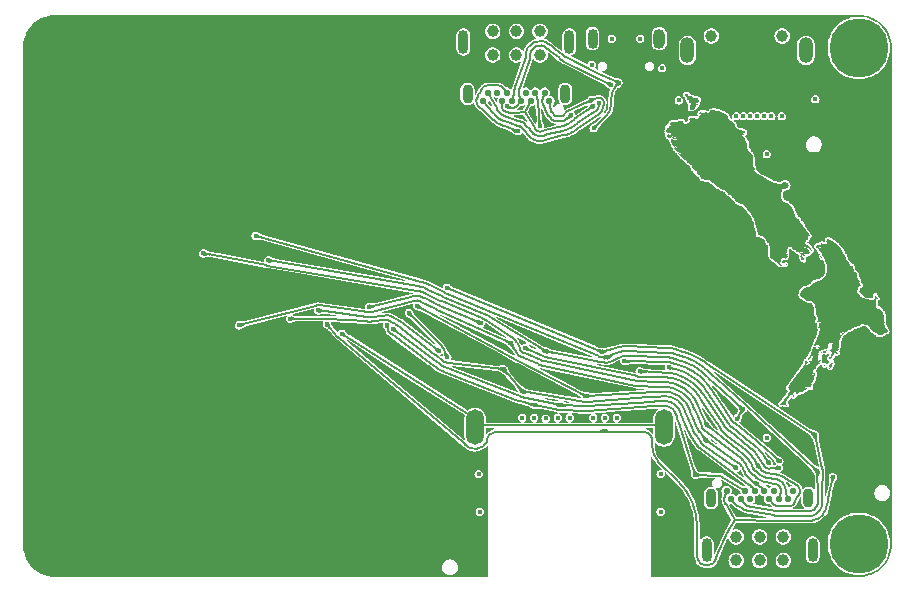
<source format=gbr>
%TF.GenerationSoftware,KiCad,Pcbnew,8.0.5*%
%TF.CreationDate,2024-09-24T22:25:09+12:00*%
%TF.ProjectId,USB Cable Tester,55534220-4361-4626-9c65-205465737465,rev?*%
%TF.SameCoordinates,Original*%
%TF.FileFunction,Copper,L2,Bot*%
%TF.FilePolarity,Positive*%
%FSLAX46Y46*%
G04 Gerber Fmt 4.6, Leading zero omitted, Abs format (unit mm)*
G04 Created by KiCad (PCBNEW 8.0.5) date 2024-09-24 22:25:09*
%MOMM*%
%LPD*%
G01*
G04 APERTURE LIST*
%TA.AperFunction,NonConductor*%
%ADD10C,0.000000*%
%TD*%
%TA.AperFunction,ComponentPad*%
%ADD11O,1.200000X2.200000*%
%TD*%
%TA.AperFunction,ComponentPad*%
%ADD12C,1.000000*%
%TD*%
%TA.AperFunction,ComponentPad*%
%ADD13O,1.500000X3.000000*%
%TD*%
%TA.AperFunction,ComponentPad*%
%ADD14O,0.900000X2.000000*%
%TD*%
%TA.AperFunction,ComponentPad*%
%ADD15O,0.900000X1.600000*%
%TD*%
%TA.AperFunction,ComponentPad*%
%ADD16C,0.580010*%
%TD*%
%TA.AperFunction,ComponentPad*%
%ADD17O,0.850000X1.700000*%
%TD*%
%TA.AperFunction,ComponentPad*%
%ADD18O,1.000000X1.700000*%
%TD*%
%TA.AperFunction,ComponentPad*%
%ADD19C,0.600000*%
%TD*%
%TA.AperFunction,ComponentPad*%
%ADD20C,5.000000*%
%TD*%
%TA.AperFunction,ViaPad*%
%ADD21C,0.400000*%
%TD*%
%TA.AperFunction,Conductor*%
%ADD22C,0.150000*%
%TD*%
G04 APERTURE END LIST*
D10*
%TA.AperFunction,NonConductor*%
G36*
X68152121Y-29931853D02*
G01*
X68117196Y-29957253D01*
X68051315Y-29926297D01*
X68049331Y-29859622D01*
X68126325Y-29837000D01*
X68152121Y-29931853D01*
G37*
%TD.AperFunction*%
%TA.AperFunction,NonConductor*%
G36*
X55418390Y-10374648D02*
G01*
X55399737Y-10401635D01*
X55343381Y-10409971D01*
X55294565Y-10407195D01*
X55266387Y-10381398D01*
X55269959Y-10353218D01*
X55321156Y-10340519D01*
X55418390Y-10374648D01*
G37*
%TD.AperFunction*%
%TA.AperFunction,NonConductor*%
G36*
X66170130Y-20591798D02*
G01*
X66229264Y-20689430D01*
X66280064Y-20713639D01*
X66341977Y-20845401D01*
X66336817Y-20887867D01*
X66363804Y-20908901D01*
X66376107Y-21023201D01*
X66358644Y-21054951D01*
X66347935Y-20982325D01*
X66327694Y-20984707D01*
X66325312Y-20961291D01*
X66245937Y-20900570D01*
X66319755Y-20901760D01*
X66311421Y-20869217D01*
X66261414Y-20881519D01*
X66220140Y-20822781D01*
X66232045Y-20885091D01*
X66211804Y-20899775D01*
X66246332Y-20963672D01*
X66226488Y-20984309D01*
X66206645Y-20949384D01*
X66155844Y-20927158D01*
X66170131Y-20895805D01*
X66120125Y-20812065D01*
X66132825Y-20735071D01*
X66185212Y-20707687D01*
X66166560Y-20695780D01*
X66105440Y-20718006D01*
X66087580Y-20766028D01*
X66070118Y-20634265D01*
X66112979Y-20651727D01*
X66078850Y-20548937D01*
X66170130Y-20591798D01*
G37*
%TD.AperFunction*%
%TA.AperFunction,NonConductor*%
G36*
X67801283Y-28744006D02*
G01*
X67820334Y-28776947D01*
X67837002Y-28753134D01*
X67862403Y-28778931D01*
X67872325Y-28862275D01*
X67842162Y-28885294D01*
X67840970Y-28852353D01*
X67801283Y-28811078D01*
X67721115Y-28808300D01*
X67703652Y-28770994D01*
X67723098Y-28738450D01*
X67801283Y-28744006D01*
G37*
%TD.AperFunction*%
%TA.AperFunction,NonConductor*%
G36*
X68473600Y-19176538D02*
G01*
X68543053Y-19252739D01*
X68643066Y-19251946D01*
X68745062Y-19343227D01*
X68760144Y-19380533D01*
X68880794Y-19427761D01*
X69020494Y-19578971D01*
X69229646Y-19687714D01*
X69309418Y-19778994D01*
X69337200Y-19862338D01*
X69466185Y-19926632D01*
X69517778Y-20063157D01*
X69630093Y-20177060D01*
X69632077Y-20235798D01*
X69678115Y-20311204D01*
X69687243Y-20395341D01*
X69716612Y-20417566D01*
X69743996Y-20510038D01*
X69874171Y-20625131D01*
X69865043Y-20673947D01*
X69922192Y-20787057D01*
X69935686Y-20873973D01*
X69935321Y-20875171D01*
X70002751Y-21004149D01*
X70104350Y-21104559D01*
X70165866Y-21233147D01*
X70251194Y-21298234D01*
X70267466Y-21364514D01*
X70394466Y-21454207D01*
X70484953Y-21465320D01*
X70501226Y-21541123D01*
X70484556Y-21592320D01*
X70566318Y-21799495D01*
X70574256Y-21915779D01*
X70668316Y-21991979D01*
X70731419Y-22014602D01*
X70743721Y-21999520D01*
X70833812Y-22163827D01*
X70874690Y-22188433D01*
X70873103Y-22249154D01*
X70908425Y-22296383D01*
X70885406Y-22340040D01*
X70898503Y-22399571D01*
X70967163Y-22581339D01*
X71080669Y-22769458D01*
X71062015Y-22853992D01*
X71096940Y-22990119D01*
X71220368Y-23166729D01*
X71191000Y-23186573D01*
X71117577Y-23154823D01*
X71021534Y-23204829D01*
X70951682Y-23351277D01*
X70953271Y-23508439D01*
X70897311Y-23494549D01*
X70873499Y-23550904D01*
X70889771Y-23658855D01*
X70936601Y-23758073D01*
X70980654Y-23780298D01*
X71098526Y-23924761D01*
X71133054Y-24050173D01*
X71205286Y-24112085D01*
X71376338Y-24200588D01*
X71708919Y-24322032D01*
X72103810Y-24347829D01*
X72226842Y-24336716D01*
X72345111Y-24293854D01*
X72373686Y-24330366D01*
X72421312Y-24281947D01*
X72366146Y-24144628D01*
X72340746Y-24131531D01*
X72374082Y-24080732D01*
X72407420Y-23916029D01*
X72474889Y-23993022D01*
X72503464Y-24115260D01*
X72624115Y-24233528D01*
X72557835Y-24275598D01*
X72537595Y-24262500D01*
X72487985Y-24280757D01*
X72465364Y-24307347D01*
X72441551Y-24415297D01*
X72462982Y-24504991D01*
X72459186Y-24506215D01*
X72477664Y-24635558D01*
X72464170Y-24671674D01*
X72491952Y-24720093D01*
X72479252Y-24790737D01*
X72503064Y-24866937D01*
X72572120Y-24932421D01*
X72512192Y-24946312D01*
X72521321Y-25021321D01*
X72570930Y-25078471D01*
X72634826Y-25101093D01*
X72721344Y-25026480D01*
X72739998Y-25086409D01*
X72811832Y-25140780D01*
X72843582Y-25137605D01*
X72861837Y-25180468D01*
X72924147Y-25230871D01*
X72934069Y-25271749D01*
X73069006Y-25380493D01*
X73052337Y-25492808D01*
X73097582Y-25569405D01*
X73151555Y-25603140D01*
X73140841Y-25676959D01*
X73124567Y-25727758D01*
X73123377Y-25827771D01*
X73133299Y-25867855D01*
X73132109Y-25910321D01*
X73094009Y-25959137D01*
X73134888Y-25988902D01*
X73136872Y-26042877D01*
X73164654Y-26072246D01*
X73104726Y-26142096D01*
X73113059Y-26184562D01*
X73170209Y-26204802D01*
X73192831Y-26238140D01*
X73175766Y-26286558D01*
X73191245Y-26322277D01*
X73134093Y-26348073D01*
X73134888Y-26398079D01*
X73221405Y-26495314D01*
X73215850Y-26577467D01*
X73246408Y-26682243D01*
X73317448Y-26743361D01*
X73305544Y-26770348D01*
X73465881Y-27020776D01*
X73447625Y-27058082D01*
X73358329Y-27123964D01*
X73192037Y-27137457D01*
X73144411Y-27160873D01*
X73107502Y-27198179D01*
X73080517Y-27209688D01*
X73070197Y-27242629D01*
X73108694Y-27285888D01*
X72880888Y-27331926D01*
X72869382Y-27290259D01*
X72739457Y-27307635D01*
X72738812Y-27309303D01*
X72672534Y-27313669D01*
X72627288Y-27291444D01*
X72589189Y-27322796D01*
X72601889Y-27245406D01*
X72541168Y-27167618D01*
X72483620Y-27162459D01*
X72466158Y-27192224D01*
X72448156Y-27152140D01*
X72572919Y-27152140D01*
X72581252Y-27176746D01*
X72676900Y-27206115D01*
X72778676Y-27204538D01*
X72779291Y-27202946D01*
X72676899Y-27204534D01*
X72581251Y-27175165D01*
X72573178Y-27151329D01*
X72572919Y-27152140D01*
X72448156Y-27152140D01*
X72436392Y-27125947D01*
X72384401Y-27083084D01*
X72330824Y-27089036D01*
X72281213Y-27053715D01*
X72194298Y-27047365D01*
X72177538Y-27001328D01*
X72589984Y-27001328D01*
X72614190Y-27021630D01*
X72614589Y-27020383D01*
X72590416Y-27000109D01*
X72589984Y-27001328D01*
X72177538Y-27001328D01*
X72162944Y-26961243D01*
X72107403Y-26931081D01*
X72574108Y-26931081D01*
X72602680Y-26963959D01*
X72603078Y-26962837D01*
X72574729Y-26930216D01*
X72574108Y-26931081D01*
X72107403Y-26931081D01*
X72103016Y-26928699D01*
X72127225Y-26889805D01*
X72070074Y-26832259D01*
X72016497Y-26786221D01*
X71978793Y-26735421D01*
X71972840Y-26683827D01*
X71926405Y-26644934D01*
X71914896Y-26598499D01*
X71820439Y-26544524D01*
X71822027Y-26515155D01*
X71675182Y-26446099D01*
X71312836Y-26440543D01*
X71318392Y-26401649D01*
X71283070Y-26377836D01*
X71254098Y-26383393D01*
X71237429Y-26413952D01*
X71176706Y-26423874D01*
X71175119Y-26457211D01*
X71289816Y-26445702D01*
X71123128Y-26490946D01*
X71096934Y-26540952D01*
X70968347Y-26580242D01*
X70682200Y-26646124D01*
X70548454Y-26700893D01*
X70269848Y-26889012D01*
X70247623Y-26930684D01*
X70225001Y-26892187D01*
X70190473Y-26882662D01*
X69919408Y-27036649D01*
X69792011Y-27151743D01*
X69778916Y-27138646D01*
X69801537Y-27123564D01*
X69799950Y-27067209D01*
X69853924Y-27026330D01*
X69887659Y-27008074D01*
X69879325Y-26978705D01*
X69808681Y-26988627D01*
X69769391Y-26948939D01*
X69757880Y-26972752D01*
X69793204Y-27025933D01*
X69782090Y-27064430D01*
X69757087Y-27012042D01*
X69761056Y-27062842D01*
X69733672Y-27081099D01*
X69669379Y-27030299D01*
X69664219Y-27075542D01*
X69578494Y-27085464D01*
X69605085Y-27147377D01*
X69577700Y-27124358D01*
X69545951Y-27152139D01*
X69506264Y-27122374D01*
X69492373Y-27152933D01*
X69509042Y-27177539D01*
X69459432Y-27199367D01*
X69489991Y-27214449D01*
X69478879Y-27249770D01*
X69450701Y-27216036D01*
X69433636Y-27260089D01*
X69403870Y-27241436D01*
X69413395Y-27277552D01*
X69449908Y-27288664D01*
X69398315Y-27327955D01*
X69488009Y-27366452D01*
X69444352Y-27423999D01*
X69443955Y-27400186D01*
X69413792Y-27401773D01*
X69434826Y-27468845D01*
X69473720Y-27490276D01*
X69487214Y-27455351D01*
X69508646Y-27460113D01*
X69428477Y-27588304D01*
X69428875Y-27636326D01*
X69389980Y-27622435D01*
X69411413Y-27608942D01*
X69398316Y-27572429D01*
X69373313Y-27574016D01*
X69392363Y-27527979D01*
X69363391Y-27496626D01*
X69362153Y-27497405D01*
X69390771Y-27528376D01*
X69371721Y-27574414D01*
X69396724Y-27572826D01*
X69409821Y-27609339D01*
X69388390Y-27622832D01*
X69427283Y-27636723D01*
X69434824Y-27693873D01*
X69366164Y-27824445D01*
X69341558Y-27941126D01*
X69301871Y-27990339D01*
X69306633Y-28038758D01*
X69338779Y-27968510D01*
X69355052Y-27983592D01*
X69333224Y-28079636D01*
X69350687Y-28143136D01*
X69354259Y-28238386D01*
X69344337Y-28303870D01*
X69310602Y-28343954D01*
X69267343Y-28265373D01*
X69259803Y-28290376D01*
X69299490Y-28371736D01*
X69323698Y-28362211D01*
X69276867Y-28434045D01*
X69305840Y-28495163D01*
X69237974Y-28597557D01*
X69250675Y-28648754D01*
X69161378Y-28710270D01*
X69118516Y-28677726D01*
X69094307Y-28686457D01*
X69046682Y-28588826D01*
X69018504Y-28615020D01*
X69022869Y-28667011D01*
X69068906Y-28677726D01*
X69058587Y-28733289D01*
X69132803Y-28765436D01*
X69143122Y-28826951D01*
X69197494Y-28859892D01*
X69251468Y-28862670D01*
X69245118Y-28906326D01*
X69208209Y-28905136D01*
X69183603Y-28956333D01*
X69065730Y-28887673D01*
X68969687Y-28889658D01*
X68999849Y-28857907D01*
X68916109Y-28834889D01*
X68944287Y-28905929D01*
X68913330Y-28924582D01*
X68910950Y-28972604D01*
X68877215Y-28983320D01*
X68836337Y-28964270D01*
X68829987Y-29010307D01*
X68876818Y-29008720D01*
X68859356Y-29040073D01*
X68870468Y-29094445D01*
X68833954Y-29137704D01*
X68804189Y-29123417D01*
X68767676Y-29145642D01*
X68789504Y-29161517D01*
X68777598Y-29217476D01*
X68799823Y-29246448D01*
X68730370Y-29308757D01*
X68705763Y-29315901D01*
X68679570Y-29275023D01*
X68657743Y-29321458D01*
X68626786Y-29302407D01*
X68612500Y-29384561D01*
X68575590Y-29370670D01*
X68542649Y-29388132D01*
X68509711Y-29374638D01*
X68505346Y-29350826D01*
X68482724Y-29357176D01*
X68481931Y-29276213D01*
X68510108Y-29215094D01*
X68603770Y-29163898D01*
X68650602Y-29105954D01*
X68652585Y-29076188D01*
X68668064Y-29006735D01*
X68641473Y-28904341D01*
X68706957Y-28863860D01*
X68718466Y-28834491D01*
X68756963Y-28767023D01*
X68743469Y-28734479D01*
X68658142Y-28731304D01*
X68630758Y-28706698D01*
X68637901Y-28688044D01*
X68648220Y-28657485D01*
X68603770Y-28640816D01*
X68638695Y-28548742D01*
X68748233Y-28407057D01*
X68786730Y-28239179D01*
X68774030Y-28143532D01*
X68809749Y-28028439D01*
X68784745Y-28038361D01*
X68601389Y-27947079D01*
X68496613Y-27973273D01*
X68441844Y-28093923D01*
X68447004Y-28254260D01*
X68416841Y-28353082D01*
X68398981Y-28311013D01*
X68296191Y-28281645D01*
X68243407Y-28324904D01*
X68213244Y-28313791D01*
X68210465Y-28239576D01*
X68102118Y-28251879D01*
X68100144Y-28254966D01*
X68207683Y-28242754D01*
X68210462Y-28317366D01*
X68240625Y-28328479D01*
X68293409Y-28285220D01*
X68396199Y-28314588D01*
X68414059Y-28356657D01*
X68360085Y-28444763D01*
X68270788Y-28497548D01*
X68222369Y-28457860D01*
X68194985Y-28502310D01*
X68136644Y-28466989D01*
X68099337Y-28529298D01*
X68083065Y-28545570D01*
X68033456Y-28604704D01*
X67950112Y-28590813D01*
X67962017Y-28538426D01*
X67915980Y-28530885D01*
X67841765Y-28605101D01*
X67827081Y-28601926D01*
X67755247Y-28537632D01*
X67800491Y-28610657D01*
X67779457Y-28658679D01*
X67691747Y-28659869D01*
X67674284Y-28624945D01*
X67649678Y-28629707D01*
X67640551Y-28670585D01*
X67574669Y-28681698D01*
X67548872Y-28645979D01*
X67513550Y-28649551D01*
X67495294Y-28589226D01*
X67440525Y-28644788D01*
X67444097Y-28717019D01*
X67426634Y-28734879D01*
X67422269Y-28772582D01*
X67421871Y-28796394D01*
X67470688Y-28843226D01*
X67449654Y-28801554D01*
X67504422Y-28701938D01*
X67570303Y-28715431D01*
X67608007Y-28751150D01*
X67652060Y-28713447D01*
X67631423Y-28696779D01*
X67683016Y-28691619D01*
X67625072Y-28772582D01*
X67584988Y-28911885D01*
X67606420Y-28948794D01*
X67550858Y-29044838D01*
X67600069Y-29052775D01*
X67621501Y-29086510D01*
X67715560Y-29095638D01*
X67723101Y-29147629D01*
X67621898Y-29121038D01*
X67609198Y-29082938D01*
X67558795Y-29090082D01*
X67496486Y-29180172D01*
X67501646Y-29205175D01*
X67525457Y-29206366D01*
X67509186Y-29249228D01*
X67544111Y-29238910D01*
X67538158Y-29334160D01*
X67488946Y-29360353D01*
X67509980Y-29390913D01*
X67529031Y-29431394D01*
X67556813Y-29416313D01*
X67548874Y-29337731D01*
X67578640Y-29374244D01*
X67627852Y-29431394D01*
X67632614Y-29446078D01*
X67584990Y-29444094D01*
X67557605Y-29471081D01*
X67554033Y-29540137D01*
X67574670Y-29521087D01*
X67647695Y-29534978D01*
X67696907Y-29560775D01*
X67735404Y-29552838D01*
X67768742Y-29581809D01*
X67723497Y-29573872D01*
X67670713Y-29616735D01*
X67645710Y-29609988D01*
X67630231Y-29667535D01*
X67637772Y-29668725D01*
X67662775Y-29667138D01*
X67654837Y-29700872D01*
X67694921Y-29726272D01*
X67696113Y-29754847D01*
X67537363Y-29812791D01*
X67407980Y-30003291D01*
X67387743Y-30044964D01*
X67335355Y-30004482D01*
X67331385Y-29951301D01*
X67252010Y-29921139D01*
X67247248Y-29867958D01*
X67167192Y-29838234D01*
X67167479Y-29839384D01*
X67247252Y-29869149D01*
X67252015Y-29922330D01*
X67331390Y-29952493D01*
X67335358Y-30005674D01*
X67387746Y-30046155D01*
X67361552Y-30097749D01*
X67363536Y-30122752D01*
X67334167Y-30197761D01*
X67261142Y-30187046D01*
X67209549Y-30228718D01*
X67147638Y-30374768D01*
X67161924Y-30528359D01*
X67207565Y-30587493D01*
X67161924Y-30589477D01*
X67132158Y-30624006D01*
X67097233Y-30606146D01*
X67011905Y-30628371D01*
X66997618Y-30681552D01*
X66962693Y-30615671D01*
X66938484Y-30630752D01*
X66957931Y-30646230D01*
X66936103Y-30724812D01*
X66972219Y-30755768D01*
X66986903Y-30704174D01*
X67025797Y-30732352D01*
X67096441Y-30696633D01*
X67167878Y-30711318D01*
X67185340Y-30682346D01*
X67207963Y-30635912D01*
X67196851Y-30605749D01*
X67241301Y-30610511D01*
X67258366Y-30574396D01*
X67239712Y-30561696D01*
X67288528Y-30542646D01*
X67345282Y-30556139D01*
X67277812Y-30683139D01*
X67297259Y-30728383D01*
X67301228Y-30765292D01*
X67283368Y-30794264D01*
X67309164Y-30816092D01*
X67240108Y-30821649D01*
X67209152Y-30903008D01*
X67224631Y-30979208D01*
X67259953Y-30959364D01*
X67260746Y-31076045D01*
X67220662Y-31120892D01*
X67163512Y-31121289D01*
X67136127Y-31190742D01*
X67148828Y-31210586D01*
X67168274Y-31189552D01*
X67173831Y-31205427D01*
X67155575Y-31254242D01*
X67133350Y-31245908D01*
X67130572Y-31288373D01*
X67090884Y-31311392D01*
X67098027Y-31362192D01*
X67073819Y-31368939D01*
X67082153Y-31348302D01*
X67059531Y-31333617D01*
X67038099Y-31359017D01*
X66990474Y-31347111D01*
X67006349Y-31390767D01*
X66980947Y-31387989D01*
X66956342Y-31482445D01*
X66925385Y-31491573D01*
X66941261Y-31534039D01*
X66951976Y-31508639D01*
X66976582Y-31512608D01*
X66980153Y-31466173D01*
X67002776Y-31451489D01*
X67019841Y-31489589D01*
X67011110Y-31518561D01*
X66970231Y-31539198D01*
X67005949Y-31541183D01*
X67013491Y-31569758D01*
X66952769Y-31555867D01*
X66886094Y-31657864D01*
X66886491Y-31686042D01*
X66928957Y-31690805D01*
X66878555Y-31729698D01*
X66917052Y-31753114D01*
X66926181Y-31768989D01*
X66904352Y-31775736D01*
X66923403Y-31800739D01*
X66953566Y-31805501D01*
X66945628Y-31846777D01*
X66930944Y-31824155D01*
X66882922Y-31817805D01*
X66866650Y-31741605D01*
X66819422Y-31758670D01*
X66807912Y-31724539D01*
X66756715Y-31692789D01*
X66750365Y-31634845D01*
X66718217Y-31656277D01*
X66688850Y-31647545D01*
X66609475Y-31715808D01*
X66603917Y-31681677D01*
X66653527Y-31632464D01*
X66599553Y-31634052D01*
X66622571Y-31593174D01*
X66720202Y-31600714D01*
X66764652Y-31554280D01*
X66705914Y-31584045D01*
X66649557Y-31565789D01*
X66635270Y-31575314D01*
X66588042Y-31598333D01*
X66588835Y-31633655D01*
X66553513Y-31651911D01*
X66555893Y-31711839D01*
X66518985Y-31738430D01*
X66538829Y-31771370D01*
X66389603Y-31778911D01*
X66452707Y-31813836D01*
X66457866Y-31827727D01*
X66434848Y-31872970D01*
X66402303Y-31875749D01*
X66441593Y-31906308D01*
X66488822Y-31853523D01*
X66532479Y-31804311D01*
X66564228Y-31846380D01*
X66618600Y-31846380D01*
X66623759Y-31876542D01*
X66580500Y-31886861D01*
X66543194Y-31960680D01*
X66378093Y-31944805D01*
X66335628Y-31987270D01*
X66315784Y-32055930D01*
X66336818Y-32069423D01*
X66294749Y-32099189D01*
X66305862Y-32118636D01*
X66268953Y-32153164D01*
X66248712Y-32128558D01*
X66212596Y-32134114D01*
X66201881Y-32166261D01*
X66162194Y-32167055D01*
X66145921Y-32196423D01*
X66119330Y-32166658D01*
X66060196Y-32157530D01*
X66049877Y-32141258D01*
X66075674Y-32134114D01*
X66083612Y-32099189D01*
X66066149Y-32074583D01*
X66038367Y-32099189D01*
X66037177Y-32030926D01*
X65997092Y-32029736D01*
X65973676Y-32072598D01*
X66024080Y-32096808D01*
X66040351Y-32142448D01*
X66008204Y-32161498D01*
X65984391Y-32178167D01*
X65973279Y-32255558D01*
X65949466Y-32268258D01*
X65877632Y-32232936D01*
X65839532Y-32287705D01*
X65783970Y-32284927D01*
X65743490Y-32334933D01*
X65740711Y-32304770D01*
X65692292Y-32265083D01*
X65713327Y-32228967D01*
X65677608Y-32189280D01*
X65550212Y-32197217D01*
X65520843Y-32217061D01*
X65474012Y-32276195D01*
X65451390Y-32365095D01*
X65466075Y-32402005D01*
X65519653Y-32393273D01*
X65608157Y-32453598D01*
X65563309Y-32479792D01*
X65575215Y-32502017D01*
X65517667Y-32484555D01*
X65520049Y-32551627D01*
X65494648Y-32581392D01*
X65479169Y-32478205D01*
X65415273Y-32442089D01*
X65321611Y-32428992D01*
X65397812Y-32255955D01*
X65373603Y-32222617D01*
X65363681Y-32259527D01*
X65326374Y-32230158D01*
X65316055Y-32183327D01*
X65348203Y-32186105D01*
X65353362Y-32163086D01*
X65293038Y-32174595D01*
X65287481Y-32219442D01*
X65254541Y-32180548D01*
X65248984Y-32291673D01*
X65295021Y-32318264D01*
X65312881Y-32375811D01*
X65180722Y-32417086D01*
X65106507Y-32506383D01*
X65067216Y-32514717D01*
X65039038Y-32603617D01*
X65070392Y-32586155D01*
X65083488Y-32532577D01*
X65119207Y-32502017D01*
X65139844Y-32498445D01*
X65150163Y-32541705D01*
X65060073Y-32665133D01*
X64999351Y-32699661D01*
X64936646Y-32783401D01*
X64860049Y-33053276D01*
X64810042Y-33044148D01*
X64859254Y-32971917D01*
X64842586Y-32916751D01*
X64817582Y-32925086D01*
X64837426Y-32954851D01*
X64836235Y-32969933D01*
X64820756Y-33001683D01*
X64777497Y-33006445D01*
X64795753Y-33056848D01*
X64749319Y-33027083D01*
X64684628Y-33028670D01*
X64718362Y-33054467D01*
X64687009Y-33080661D01*
X64760431Y-33079470D01*
X64735428Y-33106061D01*
X64761224Y-33125111D01*
X64835439Y-33119555D01*
X64827898Y-33067564D01*
X64892192Y-33092567D01*
X64891795Y-33244570D01*
X64959660Y-33266795D01*
X64895367Y-33309658D01*
X64831866Y-33246160D01*
X64658829Y-33267591D01*
X64650098Y-33229094D01*
X64588583Y-33193375D01*
X64384986Y-33256082D01*
X64347679Y-33151307D01*
X64399670Y-33125113D01*
X64423878Y-33059628D01*
X64465948Y-33051294D01*
X64648510Y-32867541D01*
X64979504Y-32406769D01*
X65104916Y-32193250D01*
X65150161Y-32049582D01*
X65140239Y-31909882D01*
X65087058Y-31834475D01*
X64981490Y-31858288D01*
X64966804Y-31801932D01*
X65132302Y-31616988D01*
X65118411Y-31603891D01*
X65208899Y-31455460D01*
X65432737Y-31182013D01*
X65460122Y-31195903D01*
X65480363Y-31353463D01*
X65511319Y-31357035D01*
X65498222Y-31393150D01*
X65525607Y-31419741D01*
X65624032Y-31414184D01*
X65655781Y-31463397D01*
X65695866Y-31441569D01*
X65723251Y-31538407D01*
X65791911Y-31518166D01*
X65783179Y-31493560D01*
X65741904Y-31498322D01*
X65740316Y-31468160D01*
X65683166Y-31402278D01*
X65660941Y-31432044D01*
X65646654Y-31379657D01*
X65604586Y-31409026D01*
X65533942Y-31378466D01*
X65524418Y-31284407D01*
X65501002Y-31278851D01*
X65515289Y-31254641D01*
X65483936Y-31217732D01*
X65477982Y-31163757D01*
X65446629Y-31164551D01*
X65441867Y-31136769D01*
X66280861Y-30012025D01*
X66426117Y-29756438D01*
X66445168Y-29620707D01*
X66497159Y-29523076D01*
X66649160Y-29533791D01*
X66707898Y-29583797D01*
X66705915Y-29637772D01*
X66668608Y-29750088D01*
X66576931Y-29809222D01*
X66536846Y-29892566D01*
X66482077Y-29925903D01*
X66404290Y-30047347D01*
X66519383Y-29948525D01*
X66613045Y-29953685D01*
X66663448Y-29870341D01*
X66710279Y-29827478D01*
X66732504Y-29835019D01*
X66777748Y-29775091D01*
X66813467Y-29784616D01*
X66811878Y-29806047D01*
X66851566Y-29833034D01*
X66880538Y-29825494D01*
X66831326Y-29910425D01*
X66780129Y-29888994D01*
X66740839Y-29922331D01*
X66748380Y-29942968D01*
X66790845Y-29932253D01*
X66751158Y-29976703D01*
X66727742Y-29960431D01*
X66728934Y-30032662D01*
X66767033Y-30036234D01*
X66782907Y-30023931D01*
X66814657Y-30046553D01*
X66787669Y-29999325D01*
X66789258Y-29950906D01*
X66818626Y-29928284D01*
X66830532Y-29949715D01*
X66878951Y-29939793D01*
X66835691Y-29928284D01*
X66884110Y-29875103D01*
X66913876Y-29889390D01*
X66911097Y-29848115D01*
X66990870Y-29892168D01*
X67028969Y-30018772D01*
X67011110Y-29887803D01*
X66925781Y-29827081D01*
X66983329Y-29755643D01*
X66929750Y-29770725D01*
X66904350Y-29814381D01*
X66847200Y-29779059D01*
X66847993Y-29732228D01*
X66894428Y-29720718D01*
X66915065Y-29678650D01*
X66956340Y-29673490D01*
X67007538Y-29751278D01*
X67017857Y-29736990D01*
X67045242Y-29728259D01*
X67130570Y-29798109D01*
X67151942Y-29783465D01*
X67151601Y-29782232D01*
X67130169Y-29797313D01*
X67044842Y-29727464D01*
X67034920Y-29686586D01*
X66955545Y-29654439D01*
X66864264Y-29696507D01*
X66840452Y-29681823D01*
X66815050Y-29557601D01*
X66859898Y-29528232D01*
X66913477Y-29523867D01*
X66930542Y-29543314D01*
X66979754Y-29490926D01*
X67021029Y-29502038D01*
X67034125Y-29529026D01*
X67089688Y-29477432D01*
X67055160Y-29366704D01*
X67113898Y-29216685D01*
X67076989Y-29199620D01*
X67059526Y-29160329D01*
X67108342Y-29135723D01*
X67101595Y-29109926D01*
X67050794Y-29080557D01*
X67009519Y-29118657D01*
X66992453Y-29127785D01*
X67011504Y-29198429D01*
X66895220Y-29269470D01*
X66792033Y-29459970D01*
X66738851Y-29447270D01*
X66688845Y-29421076D01*
X66678130Y-29352416D01*
X66873392Y-29072223D01*
X67071830Y-28727735D01*
X67090483Y-28593592D01*
X67149617Y-28459051D01*
X67178985Y-28264582D01*
X67218673Y-28266964D01*
X67289317Y-28318557D01*
X67304399Y-28362213D01*
X67314320Y-28339592D01*
X67373455Y-28320939D01*
X67360754Y-28358245D01*
X67385360Y-28413807D01*
X67406791Y-28400710D01*
X67481404Y-28487626D01*
X67520694Y-28502311D01*
X67556811Y-28478101D01*
X67622294Y-28506279D01*
X67650473Y-28498739D01*
X67710401Y-28488419D01*
X67692938Y-28459448D01*
X67648885Y-28486039D01*
X67597292Y-28475323D01*
X67625867Y-28421348D01*
X67574670Y-28375310D01*
X67623882Y-28343560D01*
X67611182Y-28324113D01*
X67689367Y-28341179D01*
X67754455Y-28262201D01*
X67777076Y-28254264D01*
X67800095Y-28247517D01*
X67827480Y-28276091D01*
X67864785Y-28248707D01*
X67821526Y-28213385D01*
X67813193Y-28243548D01*
X67784220Y-28228863D01*
X67744533Y-28252676D01*
X67649678Y-28148298D01*
X67655236Y-28184811D01*
X67627058Y-28189970D01*
X67571892Y-28118930D01*
X67504491Y-28099086D01*
X67874309Y-28099086D01*
X67893756Y-28127264D01*
X67925505Y-28096705D01*
X67976702Y-28094720D01*
X68008849Y-28201082D01*
X68077509Y-28289188D01*
X68079879Y-28285482D01*
X68011631Y-28197904D01*
X67979087Y-28091541D01*
X67927890Y-28093923D01*
X67896141Y-28124482D01*
X67876694Y-28096304D01*
X67887072Y-28062305D01*
X67885819Y-28060985D01*
X67874309Y-28099086D01*
X67504491Y-28099086D01*
X67493707Y-28095911D01*
X67517916Y-28067732D01*
X67652457Y-28044714D01*
X67584194Y-28033997D01*
X67551255Y-28043126D01*
X67515536Y-28057017D01*
X67566336Y-27903029D01*
X67523474Y-27910966D01*
X67494105Y-28076067D01*
X67450846Y-28091148D01*
X67461562Y-28155442D01*
X67431002Y-28195923D01*
X67455211Y-28228070D01*
X67446083Y-28276091D01*
X67396870Y-28291966D01*
X67365121Y-28266567D01*
X67298447Y-28278870D01*
X67259553Y-28261804D01*
X67260346Y-28211797D01*
X67489342Y-27683954D01*
X67552048Y-27625613D01*
X67577845Y-27648235D01*
X67571892Y-27695066D01*
X67592133Y-27715306D01*
X67601657Y-27698241D01*
X67676667Y-27737929D01*
X67740564Y-27776029D01*
X67744136Y-27830004D01*
X67847720Y-27804604D01*
X67851291Y-27858579D01*
X67876294Y-27878423D01*
X67854863Y-27912554D01*
X67947731Y-27904617D01*
X67976704Y-27957401D01*
X67938506Y-28037342D01*
X67940194Y-28035582D01*
X67978691Y-27955016D01*
X67949323Y-27902232D01*
X67856454Y-27910170D01*
X67877885Y-27876038D01*
X67852882Y-27856194D01*
X67849310Y-27802219D01*
X67745726Y-27827619D01*
X67742155Y-27773644D01*
X67678259Y-27735544D01*
X67641745Y-27715700D01*
X67575071Y-27613306D01*
X67533796Y-27604972D01*
X67515936Y-27635928D01*
X67514347Y-27512500D01*
X67533896Y-27466463D01*
X69306237Y-27466463D01*
X69340368Y-27510517D01*
X69341642Y-27509714D01*
X69307829Y-27466463D01*
X69319990Y-27447641D01*
X69343220Y-27447641D01*
X69344738Y-27448207D01*
X69368154Y-27393438D01*
X69366412Y-27393393D01*
X69343220Y-27447641D01*
X69319990Y-27447641D01*
X69324202Y-27441124D01*
X69322906Y-27440667D01*
X69306237Y-27466463D01*
X67533896Y-27466463D01*
X67564399Y-27394629D01*
X69227259Y-27394629D01*
X69265756Y-27451382D01*
X69266395Y-27450398D01*
X69228454Y-27395422D01*
X69268538Y-27314857D01*
X69236354Y-27285891D01*
X69267344Y-27314063D01*
X69227259Y-27394629D01*
X67564399Y-27394629D01*
X67613777Y-27278345D01*
X69228053Y-27278345D01*
X69228875Y-27279092D01*
X69280048Y-27181904D01*
X69273301Y-27116023D01*
X69374107Y-26964020D01*
X69411414Y-26851704D01*
X69381251Y-26745342D01*
X69434034Y-26723117D01*
X69432526Y-26722555D01*
X69380850Y-26744151D01*
X69411012Y-26850513D01*
X69373706Y-26962829D01*
X69272899Y-27114832D01*
X69279647Y-27180713D01*
X69228053Y-27278345D01*
X67613777Y-27278345D01*
X67618328Y-27267628D01*
X67619520Y-27192619D01*
X67657619Y-27126737D01*
X67726279Y-26807650D01*
X67775491Y-26828287D01*
X67766759Y-26856466D01*
X67822719Y-26824319D01*
X67831054Y-26887025D01*
X67897728Y-26906075D01*
X67922334Y-26860038D01*
X67862803Y-26864007D01*
X67840180Y-26833447D01*
X67899712Y-26846544D01*
X67926699Y-26830272D01*
X67894949Y-26791775D01*
X67875106Y-26814794D01*
X67850898Y-26814397D01*
X67862803Y-26792966D01*
X67842562Y-26788998D01*
X67786602Y-26818367D01*
X67733819Y-26800507D01*
X67704053Y-26764392D01*
X67629441Y-26748516D01*
X67613306Y-26714386D01*
X69413790Y-26714386D01*
X69414430Y-26714624D01*
X69441971Y-26673507D01*
X69441685Y-26672738D01*
X69413790Y-26714386D01*
X67613306Y-26714386D01*
X67598484Y-26683033D01*
X67605939Y-26647711D01*
X69433237Y-26647711D01*
X69433543Y-26648574D01*
X69470148Y-26631439D01*
X69469830Y-26630581D01*
X69433237Y-26647711D01*
X67605939Y-26647711D01*
X67614817Y-26605642D01*
X69461811Y-26605642D01*
X69461967Y-26606081D01*
X69488008Y-26585401D01*
X69487595Y-26585167D01*
X69461811Y-26605642D01*
X67614817Y-26605642D01*
X67657618Y-26402839D01*
X67715959Y-26431414D01*
X67693336Y-26450861D01*
X67706037Y-26504440D01*
X67772316Y-26517536D01*
X67803669Y-26494518D01*
X67798755Y-26487235D01*
X69452772Y-26487235D01*
X69484037Y-26478246D01*
X69484093Y-26477267D01*
X69453078Y-26486183D01*
X69452772Y-26487235D01*
X67798755Y-26487235D01*
X67764796Y-26436910D01*
X69487122Y-26436910D01*
X69554284Y-26431018D01*
X69608655Y-26388156D01*
X69608840Y-26387045D01*
X69555075Y-26429430D01*
X69487209Y-26435384D01*
X69487122Y-26436910D01*
X67764796Y-26436910D01*
X67737788Y-26396886D01*
X67740449Y-26374265D01*
X72103809Y-26374265D01*
X72134369Y-26386965D01*
X72152228Y-26362756D01*
X72188742Y-26367121D01*
X72382814Y-26192099D01*
X72403055Y-26200434D01*
X72570139Y-26716372D01*
X72729717Y-26878320D01*
X72730475Y-26877509D01*
X72570138Y-26714790D01*
X72403054Y-26198853D01*
X72382813Y-26190518D01*
X72188741Y-26365540D01*
X72152227Y-26361174D01*
X72134367Y-26385780D01*
X72104179Y-26373626D01*
X72103809Y-26374265D01*
X67740449Y-26374265D01*
X67740962Y-26369899D01*
X67701274Y-26380217D01*
X67704846Y-26403633D01*
X67661984Y-26377439D01*
X67654115Y-26337707D01*
X69617590Y-26337707D01*
X69692793Y-26282190D01*
X69796377Y-26279809D01*
X69835363Y-26251233D01*
X72114524Y-26251233D01*
X72153124Y-26288258D01*
X72153417Y-26287752D01*
X72115045Y-26250945D01*
X72114524Y-26251233D01*
X69835363Y-26251233D01*
X69872179Y-26224247D01*
X69872053Y-26222935D01*
X69797168Y-26277824D01*
X69693584Y-26280602D01*
X69617781Y-26336562D01*
X69617590Y-26337707D01*
X67654115Y-26337707D01*
X67637775Y-26255201D01*
X67683416Y-26261154D01*
X67727073Y-26334179D01*
X67738582Y-26294888D01*
X67753266Y-26315129D01*
X67801287Y-26321875D01*
X67805652Y-26289331D01*
X67844547Y-26268297D01*
X67709213Y-26204004D01*
X67703780Y-26189321D01*
X69869797Y-26189321D01*
X69870027Y-26191707D01*
X69889246Y-26199243D01*
X69911869Y-26165509D01*
X69911599Y-26165105D01*
X69890037Y-26197258D01*
X69869797Y-26189321D01*
X67703780Y-26189321D01*
X67694528Y-26164316D01*
X67748503Y-26162729D01*
X67738184Y-26151617D01*
X67690957Y-26128202D01*
X72072852Y-26128202D01*
X72089521Y-26177415D01*
X72140254Y-26198025D01*
X72140321Y-26197265D01*
X72089520Y-26176627D01*
X72073033Y-26127952D01*
X72072852Y-26128202D01*
X67690957Y-26128202D01*
X67690955Y-26128201D01*
X67673492Y-26182970D01*
X67659602Y-26152014D01*
X67631820Y-26155983D01*
X67631820Y-26200830D01*
X67611183Y-26184558D01*
X67605627Y-26198845D01*
X67626661Y-26245280D01*
X67563557Y-26173048D01*
X67498074Y-26184557D01*
X67486961Y-26206385D01*
X67475451Y-26193289D01*
X67531013Y-26019854D01*
X67531521Y-25976199D01*
X71829965Y-25976199D01*
X71929581Y-26000408D01*
X72001416Y-26045652D01*
X72003796Y-26078592D01*
X72090238Y-26103460D01*
X72090710Y-26102808D01*
X72003795Y-26077805D01*
X72001413Y-26044864D01*
X71929580Y-25999620D01*
X71830444Y-25975528D01*
X71829965Y-25976199D01*
X67531521Y-25976199D01*
X67531955Y-25938893D01*
X71817661Y-25938893D01*
X71841693Y-25959379D01*
X71841869Y-25959139D01*
X71817687Y-25938857D01*
X71817661Y-25938893D01*
X67531955Y-25938893D01*
X67532809Y-25865496D01*
X69961936Y-25865496D01*
X69982115Y-25873409D01*
X69999180Y-25848009D01*
X69999240Y-25847112D01*
X69982906Y-25871424D01*
X69962664Y-25863486D01*
X69961936Y-25865496D01*
X67532809Y-25865496D01*
X67533395Y-25815066D01*
X67526531Y-25805989D01*
X70002640Y-25805989D01*
X70061093Y-25776175D01*
X70107130Y-25783318D01*
X70163089Y-25719818D01*
X70252386Y-25701165D01*
X70314299Y-25629331D01*
X70314029Y-25628179D01*
X70253177Y-25698782D01*
X70163881Y-25717436D01*
X70107921Y-25780936D01*
X70061884Y-25773792D01*
X70002750Y-25804352D01*
X70002640Y-25805989D01*
X67526531Y-25805989D01*
X67448463Y-25702751D01*
X67441319Y-25661873D01*
X67409173Y-25658698D01*
X67417293Y-25592984D01*
X71471525Y-25592984D01*
X71789973Y-25757760D01*
X71789878Y-25757527D01*
X71471525Y-25592984D01*
X67417293Y-25592984D01*
X67426144Y-25521351D01*
X69745222Y-25521351D01*
X69745575Y-25521776D01*
X69770338Y-25449388D01*
X69769787Y-25449546D01*
X69745222Y-25521351D01*
X67426144Y-25521351D01*
X67426238Y-25520585D01*
X67406277Y-25437644D01*
X69801721Y-25437644D01*
X69803120Y-25437242D01*
X69805689Y-25398719D01*
X69804315Y-25398746D01*
X69801721Y-25437644D01*
X67406277Y-25437644D01*
X67403220Y-25424939D01*
X67398899Y-25344771D01*
X69995608Y-25344771D01*
X70031946Y-25422579D01*
X70033309Y-25420573D01*
X70026078Y-25405089D01*
X71439039Y-25405089D01*
X71439043Y-25405096D01*
X71464378Y-25405096D01*
X71464442Y-25404705D01*
X71439039Y-25405089D01*
X70026078Y-25405089D01*
X70025339Y-25403507D01*
X70262702Y-25403507D01*
X70262707Y-25403528D01*
X70263093Y-25402381D01*
X70262702Y-25403507D01*
X70025339Y-25403507D01*
X70014631Y-25380580D01*
X71378216Y-25380580D01*
X71378321Y-25380886D01*
X71415388Y-25364109D01*
X71415230Y-25363826D01*
X71378216Y-25380580D01*
X70014631Y-25380580D01*
X69997522Y-25343944D01*
X69995608Y-25344771D01*
X67398899Y-25344771D01*
X67398312Y-25333867D01*
X68485560Y-25333867D01*
X68486292Y-25334849D01*
X68492894Y-25311945D01*
X69607148Y-25311945D01*
X69688823Y-25322547D01*
X69690134Y-25319284D01*
X69608256Y-25308655D01*
X69607148Y-25311945D01*
X68492894Y-25311945D01*
X68504265Y-25272493D01*
X68503350Y-25272145D01*
X68485560Y-25333867D01*
X67398312Y-25333867D01*
X67381788Y-25027269D01*
X67394045Y-24998329D01*
X67393696Y-24998298D01*
X67379409Y-25032033D01*
X67373853Y-25034017D01*
X67344624Y-24929245D01*
X68784732Y-24929245D01*
X68865694Y-25057436D01*
X68883554Y-25107045D01*
X68870855Y-25145145D01*
X68949831Y-25218567D01*
X68963919Y-25302001D01*
X68967700Y-25305480D01*
X68962782Y-25276350D01*
X69708087Y-25276350D01*
X69738036Y-25288019D01*
X69858579Y-25234444D01*
X71544214Y-25234444D01*
X71545473Y-25233633D01*
X71548185Y-25120150D01*
X71546930Y-25120789D01*
X71544214Y-25234444D01*
X69858579Y-25234444D01*
X69866623Y-25230869D01*
X69863879Y-25229793D01*
X69740017Y-25284843D01*
X69709458Y-25272936D01*
X69708087Y-25276350D01*
X68962782Y-25276350D01*
X68952222Y-25213802D01*
X68873244Y-25140379D01*
X68876948Y-25129267D01*
X71099716Y-25129267D01*
X71100635Y-25130694D01*
X71111225Y-25114990D01*
X71110213Y-25113703D01*
X71099716Y-25129267D01*
X68876948Y-25129267D01*
X68885944Y-25102279D01*
X68874657Y-25070927D01*
X69795578Y-25070927D01*
X69795860Y-25071448D01*
X69842964Y-25016158D01*
X70678633Y-25016158D01*
X70679507Y-25016144D01*
X70685777Y-24990370D01*
X70684901Y-24990390D01*
X70678633Y-25016158D01*
X69842964Y-25016158D01*
X69923772Y-24921306D01*
X69923361Y-24920939D01*
X69795578Y-25070927D01*
X68874657Y-25070927D01*
X68868084Y-25052670D01*
X68787122Y-24924876D01*
X68817541Y-24863360D01*
X70616721Y-24863360D01*
X70617193Y-24866812D01*
X70632595Y-24862576D01*
X70630033Y-24859699D01*
X70616721Y-24863360D01*
X68817541Y-24863360D01*
X68820643Y-24857087D01*
X68820450Y-24857013D01*
X68784732Y-24929245D01*
X67344624Y-24929245D01*
X67315947Y-24826451D01*
X70603623Y-24826451D01*
X70604027Y-24826905D01*
X70615528Y-24737957D01*
X70615120Y-24737532D01*
X70603623Y-24826451D01*
X67315947Y-24826451D01*
X67291699Y-24739534D01*
X67267078Y-24718504D01*
X68823625Y-24718504D01*
X68880702Y-24804709D01*
X68883166Y-24801051D01*
X68865332Y-24774116D01*
X69689590Y-24774116D01*
X69727716Y-24736759D01*
X69726436Y-24736779D01*
X69690407Y-24772081D01*
X69689590Y-24774116D01*
X68865332Y-24774116D01*
X68830290Y-24721191D01*
X72067350Y-24721191D01*
X72094678Y-24752637D01*
X72094433Y-24750399D01*
X72068090Y-24720495D01*
X72067350Y-24721191D01*
X68830290Y-24721191D01*
X68826092Y-24714850D01*
X68823625Y-24718504D01*
X67267078Y-24718504D01*
X67212958Y-24672276D01*
X69732813Y-24672276D01*
X69764918Y-24632983D01*
X72169725Y-24632983D01*
X72183182Y-24648258D01*
X72183813Y-24646564D01*
X72171675Y-24632785D01*
X72169725Y-24632983D01*
X69764918Y-24632983D01*
X69780235Y-24614237D01*
X72199472Y-24614237D01*
X72230411Y-24656592D01*
X72232004Y-24655108D01*
X72206913Y-24621162D01*
X72273309Y-24621162D01*
X72310579Y-24656196D01*
X72310348Y-24653455D01*
X72274465Y-24620085D01*
X72273309Y-24621162D01*
X72206913Y-24621162D01*
X72200250Y-24612148D01*
X72199472Y-24614237D01*
X69780235Y-24614237D01*
X69788292Y-24604375D01*
X72338504Y-24604375D01*
X72361378Y-24623255D01*
X72362689Y-24621460D01*
X72340346Y-24603019D01*
X72338504Y-24604375D01*
X69788292Y-24604375D01*
X69811457Y-24576024D01*
X69869798Y-24566499D01*
X69882893Y-24603805D01*
X69924963Y-24599044D01*
X69925192Y-24595685D01*
X69884875Y-24600630D01*
X69871779Y-24563323D01*
X69813438Y-24572848D01*
X69733666Y-24670480D01*
X69732813Y-24672276D01*
X67212958Y-24672276D01*
X67196449Y-24658175D01*
X67174107Y-24625336D01*
X67716556Y-24625336D01*
X67765957Y-24665719D01*
X67766748Y-24664985D01*
X67717150Y-24624441D01*
X67716556Y-24625336D01*
X67174107Y-24625336D01*
X67117069Y-24541498D01*
X68839897Y-24541498D01*
X68886687Y-24623677D01*
X68889118Y-24620076D01*
X68856578Y-24562925D01*
X70450826Y-24562925D01*
X70451536Y-24563665D01*
X70480194Y-24449032D01*
X70479301Y-24449019D01*
X70450826Y-24562925D01*
X68856578Y-24562925D01*
X68841891Y-24537129D01*
X68852924Y-24491463D01*
X69934035Y-24491463D01*
X69967031Y-24443469D01*
X69966786Y-24443133D01*
X69934087Y-24490695D01*
X69934035Y-24491463D01*
X68852924Y-24491463D01*
X68855083Y-24482525D01*
X68854184Y-24482363D01*
X68839897Y-24541498D01*
X67117069Y-24541498D01*
X67104374Y-24522840D01*
X66988884Y-24466880D01*
X66907524Y-24487121D01*
X66734883Y-24477199D01*
X66695543Y-24448736D01*
X67889656Y-24448736D01*
X67908832Y-24450612D01*
X67908911Y-24450411D01*
X67889656Y-24448736D01*
X66695543Y-24448736D01*
X66663296Y-24425405D01*
X67864421Y-24425405D01*
X67872319Y-24447040D01*
X67874646Y-24447268D01*
X67865579Y-24422433D01*
X67864421Y-24425405D01*
X66663296Y-24425405D01*
X66562640Y-24352580D01*
X66536464Y-24349807D01*
X68930383Y-24349807D01*
X68981581Y-24370048D01*
X68983564Y-24424816D01*
X69038647Y-24487019D01*
X69044295Y-24486329D01*
X68985558Y-24420448D01*
X68984798Y-24394254D01*
X69935676Y-24394254D01*
X69935912Y-24394577D01*
X69962666Y-24355362D01*
X69962647Y-24354722D01*
X69935676Y-24394254D01*
X68984798Y-24394254D01*
X68983970Y-24365679D01*
X68935343Y-24346831D01*
X68930383Y-24349807D01*
X66536464Y-24349807D01*
X66468978Y-24342658D01*
X66433138Y-24286704D01*
X68934351Y-24286704D01*
X68951464Y-24334620D01*
X68954600Y-24332738D01*
X68952049Y-24325594D01*
X70175394Y-24325594D01*
X70176104Y-24327273D01*
X70221034Y-24206938D01*
X70219540Y-24207358D01*
X70175394Y-24325594D01*
X68952049Y-24325594D01*
X68937326Y-24284371D01*
X68934351Y-24286704D01*
X66433138Y-24286704D01*
X66430084Y-24281936D01*
X66393342Y-24256539D01*
X69887257Y-24256539D01*
X69888243Y-24257475D01*
X69898772Y-24241863D01*
X69897575Y-24241239D01*
X69887257Y-24256539D01*
X66393342Y-24256539D01*
X66370042Y-24240433D01*
X68011869Y-24240433D01*
X68012423Y-24241062D01*
X68093864Y-24230738D01*
X68094570Y-24229949D01*
X68011869Y-24240433D01*
X66370042Y-24240433D01*
X66343961Y-24222405D01*
X66289590Y-24215262D01*
X66258717Y-24191453D01*
X67968370Y-24191453D01*
X67991854Y-24190741D01*
X67992176Y-24190263D01*
X67968693Y-24190974D01*
X67968370Y-24191453D01*
X66258717Y-24191453D01*
X66232471Y-24171213D01*
X67943367Y-24171213D01*
X67977127Y-24174148D01*
X67977492Y-24173594D01*
X67943736Y-24170659D01*
X67943367Y-24171213D01*
X66232471Y-24171213D01*
X66167628Y-24121206D01*
X67899313Y-24121206D01*
X67963857Y-24136101D01*
X67963997Y-24135891D01*
X67899605Y-24121031D01*
X67899313Y-24121206D01*
X66167628Y-24121206D01*
X66102264Y-24070799D01*
X66075320Y-23994456D01*
X67827405Y-23994456D01*
X67828273Y-23995793D01*
X67856314Y-23987831D01*
X67857635Y-23985873D01*
X67827405Y-23994456D01*
X66075320Y-23994456D01*
X66071070Y-23982413D01*
X67771451Y-23982413D01*
X67771518Y-23984283D01*
X67807010Y-23967472D01*
X67806041Y-23966029D01*
X67771451Y-23982413D01*
X66071070Y-23982413D01*
X66043436Y-23904117D01*
X68843468Y-23904117D01*
X68959751Y-24134304D01*
X68989046Y-24241716D01*
X68991907Y-24239473D01*
X68978052Y-24188672D01*
X70101576Y-24188672D01*
X70103522Y-24189439D01*
X70142455Y-24133119D01*
X70140154Y-24132491D01*
X70101576Y-24188672D01*
X68978052Y-24188672D01*
X68970695Y-24161697D01*
X69807874Y-24161697D01*
X69809865Y-24160892D01*
X69809871Y-24160961D01*
X69809871Y-24088272D01*
X69852995Y-23987912D01*
X69851927Y-23987858D01*
X69807874Y-24089458D01*
X69807874Y-24161697D01*
X68970695Y-24161697D01*
X68962141Y-24130333D01*
X68941422Y-24089458D01*
X68913256Y-24033892D01*
X69351080Y-24033892D01*
X69354509Y-24035246D01*
X69371312Y-24025164D01*
X69370327Y-24022344D01*
X69351080Y-24033892D01*
X68913256Y-24033892D01*
X68871009Y-23950548D01*
X69304247Y-23950548D01*
X69305171Y-23951246D01*
X69326067Y-23920786D01*
X69324805Y-23920583D01*
X69304247Y-23950548D01*
X68871009Y-23950548D01*
X68847036Y-23903254D01*
X68843468Y-23904117D01*
X66043436Y-23904117D01*
X66040353Y-23895381D01*
X66069663Y-23772355D01*
X69935667Y-23772355D01*
X69956304Y-23780293D01*
X69957494Y-23835062D01*
X70002739Y-23864033D01*
X69986498Y-23943651D01*
X69988068Y-23942619D01*
X70004340Y-23862450D01*
X69959096Y-23833875D01*
X69957905Y-23779106D01*
X69937268Y-23771169D01*
X69944608Y-23742579D01*
X69943207Y-23742589D01*
X69935667Y-23772355D01*
X66069663Y-23772355D01*
X66094058Y-23669958D01*
X67774695Y-23669958D01*
X67797659Y-23669262D01*
X67797709Y-23668372D01*
X67775299Y-23669051D01*
X67774695Y-23669958D01*
X66094058Y-23669958D01*
X66102663Y-23633840D01*
X66148926Y-23590587D01*
X69996389Y-23590587D01*
X70015439Y-23619559D01*
X69999166Y-23623924D01*
X70038855Y-23661628D01*
X70020995Y-23687028D01*
X70047188Y-23686631D01*
X70045601Y-23707665D01*
X70002979Y-23737330D01*
X70047599Y-23706874D01*
X70049187Y-23685840D01*
X70022993Y-23686237D01*
X70040853Y-23660837D01*
X70001563Y-23623530D01*
X70017835Y-23619166D01*
X69998784Y-23589797D01*
X70030534Y-23450493D01*
X70028076Y-23451161D01*
X69996389Y-23590587D01*
X66148926Y-23590587D01*
X66218550Y-23525493D01*
X66288003Y-23418338D01*
X66406272Y-23348488D01*
X66489219Y-23337771D01*
X66545178Y-23301656D01*
X66761872Y-23269113D01*
X66949197Y-23159971D01*
X67072625Y-22992490D01*
X67146840Y-22927799D01*
X67221453Y-22897636D01*
X67291699Y-22821833D01*
X67376233Y-22803577D01*
X67542127Y-22719837D01*
X67634599Y-22732538D01*
X67634016Y-22732926D01*
X67661584Y-22739288D01*
X67814381Y-22686899D01*
X68015992Y-22514259D01*
X68045668Y-22475765D01*
X69669759Y-22475765D01*
X69716194Y-22560696D01*
X69688016Y-22582127D01*
X69707066Y-22611893D01*
X69694764Y-22628959D01*
X69728498Y-22675393D01*
X69706273Y-22688490D01*
X69795173Y-22976224D01*
X69786044Y-23027024D01*
X69806681Y-23035358D01*
X69807474Y-23090127D01*
X69842797Y-23115130D01*
X69780487Y-23166725D01*
X69806284Y-23242528D01*
X69744372Y-23294121D01*
X69811840Y-23309997D01*
X69847957Y-23389768D01*
X69895184Y-23397705D01*
X69913838Y-23427074D01*
X69995992Y-23460015D01*
X70007347Y-23456791D01*
X69998387Y-23459224D01*
X69916631Y-23426680D01*
X69897581Y-23397312D01*
X69850749Y-23389374D01*
X69814634Y-23309603D01*
X69747164Y-23293728D01*
X69809077Y-23242134D01*
X69783281Y-23166331D01*
X69845193Y-23114736D01*
X69809870Y-23089733D01*
X69808680Y-23034567D01*
X69788042Y-23026233D01*
X69797171Y-22975433D01*
X69708271Y-22687699D01*
X69730497Y-22674602D01*
X69696762Y-22628168D01*
X69708667Y-22611102D01*
X69689618Y-22581336D01*
X69717795Y-22559905D01*
X69671360Y-22474973D01*
X69714305Y-22425930D01*
X69849221Y-22425930D01*
X69850747Y-22425761D01*
X69852260Y-22405349D01*
X69850734Y-22405517D01*
X69849221Y-22425930D01*
X69714305Y-22425930D01*
X69734332Y-22403060D01*
X69734053Y-22402740D01*
X69669759Y-22475765D01*
X68045668Y-22475765D01*
X68104403Y-22399573D01*
X69895146Y-22399573D01*
X69895197Y-22399568D01*
X69941631Y-22351942D01*
X69933301Y-22327706D01*
X69931697Y-22327730D01*
X69940427Y-22353130D01*
X69895146Y-22399573D01*
X68104403Y-22399573D01*
X68161004Y-22326152D01*
X69984950Y-22326152D01*
X69986081Y-22326143D01*
X69987637Y-22305152D01*
X69986862Y-22305504D01*
X69984950Y-22326152D01*
X68161004Y-22326152D01*
X68198951Y-22276927D01*
X68223635Y-22224146D01*
X70004324Y-22224146D01*
X70025287Y-22287823D01*
X70026564Y-22287249D01*
X70005306Y-22223870D01*
X70004324Y-22224146D01*
X68223635Y-22224146D01*
X68228204Y-22214376D01*
X70037137Y-22214376D01*
X70037676Y-22214225D01*
X70057150Y-22167487D01*
X70056712Y-22167789D01*
X70037137Y-22214376D01*
X68228204Y-22214376D01*
X68273563Y-22117384D01*
X68282684Y-22064204D01*
X70076159Y-22064204D01*
X70082906Y-22111432D01*
X70107576Y-22132186D01*
X70108320Y-22131674D01*
X70076570Y-22063412D01*
X70089719Y-22026595D01*
X70076159Y-22064204D01*
X68282684Y-22064204D01*
X68309299Y-21909026D01*
X70105131Y-21909026D01*
X70118096Y-21947137D01*
X70118241Y-21946731D01*
X70105652Y-21908569D01*
X70105131Y-21909026D01*
X68309299Y-21909026D01*
X68320395Y-21844333D01*
X68319345Y-21814172D01*
X70118624Y-21814172D01*
X70139855Y-21877864D01*
X70140070Y-21877675D01*
X70119145Y-21813717D01*
X70118624Y-21814172D01*
X68319345Y-21814172D01*
X68316653Y-21736783D01*
X70093621Y-21736783D01*
X70153288Y-21783410D01*
X70153960Y-21782821D01*
X70093955Y-21736633D01*
X70093621Y-21736783D01*
X68316653Y-21736783D01*
X68315148Y-21693524D01*
X70124182Y-21693524D01*
X70132294Y-21718636D01*
X70132530Y-21718527D01*
X70124430Y-21693457D01*
X70124182Y-21693524D01*
X68315148Y-21693524D01*
X68313076Y-21633983D01*
X70390889Y-21633983D01*
X70390894Y-21633991D01*
X70392171Y-21632789D01*
X70390889Y-21633983D01*
X68313076Y-21633983D01*
X68308091Y-21490718D01*
X68221573Y-21116068D01*
X68179504Y-21027961D01*
X68179510Y-21027961D01*
X68146164Y-20953348D01*
X68254121Y-20953348D01*
X68290988Y-20956916D01*
X68291025Y-20956524D01*
X68254217Y-20953000D01*
X68254121Y-20953348D01*
X68146164Y-20953348D01*
X68136429Y-20931564D01*
X68507435Y-20931564D01*
X68513673Y-20977955D01*
X68513985Y-20978083D01*
X68510821Y-20954552D01*
X68650009Y-20954552D01*
X68699808Y-21052567D01*
X68699967Y-21052485D01*
X68675813Y-21004944D01*
X69027229Y-21004944D01*
X69039532Y-21043837D01*
X69040636Y-21043949D01*
X69036191Y-21030336D01*
X69143793Y-21030336D01*
X69157801Y-21046616D01*
X69158322Y-21046224D01*
X69144313Y-21029944D01*
X69143793Y-21030336D01*
X69036191Y-21030336D01*
X69028029Y-21005337D01*
X69028930Y-20995420D01*
X69474907Y-20995420D01*
X69475845Y-20995317D01*
X69477007Y-20991114D01*
X69518807Y-20991114D01*
X69541581Y-21033519D01*
X69542032Y-21033261D01*
X69528125Y-21007366D01*
X69587950Y-21007366D01*
X69651516Y-21010897D01*
X69639212Y-21027962D01*
X69640537Y-21027615D01*
X69642948Y-21024193D01*
X69655916Y-21024193D01*
X69659850Y-21092653D01*
X69661003Y-21092336D01*
X69659896Y-21074826D01*
X69727206Y-21074826D01*
X69757085Y-21086700D01*
X69757130Y-21086637D01*
X69727327Y-21074793D01*
X69727206Y-21074826D01*
X69659896Y-21074826D01*
X69656683Y-21023992D01*
X69655916Y-21024193D01*
X69642948Y-21024193D01*
X69652317Y-21010895D01*
X69588024Y-21007323D01*
X69587950Y-21007366D01*
X69528125Y-21007366D01*
X69519365Y-20991053D01*
X69518807Y-20991114D01*
X69477007Y-20991114D01*
X69484043Y-20965651D01*
X69483172Y-20965506D01*
X69474907Y-20995420D01*
X69028930Y-20995420D01*
X69030012Y-20983509D01*
X69029193Y-20983733D01*
X69027229Y-21004944D01*
X68675813Y-21004944D01*
X68650202Y-20954537D01*
X68650009Y-20954552D01*
X68510821Y-20954552D01*
X68510724Y-20953828D01*
X68983202Y-20953828D01*
X68995876Y-20992640D01*
X68996610Y-20992439D01*
X68983975Y-20954141D01*
X68983202Y-20953828D01*
X68510724Y-20953828D01*
X68507724Y-20931518D01*
X68507435Y-20931564D01*
X68136429Y-20931564D01*
X68114429Y-20882338D01*
X69222388Y-20882338D01*
X69250671Y-20916045D01*
X69250982Y-20915862D01*
X69243027Y-20906490D01*
X69419320Y-20906490D01*
X69435615Y-20956923D01*
X69436194Y-20957024D01*
X69419748Y-20906120D01*
X69419320Y-20906490D01*
X69243027Y-20906490D01*
X69222499Y-20882308D01*
X69222388Y-20882338D01*
X68114429Y-20882338D01*
X68069186Y-20781105D01*
X67951314Y-20665217D01*
X67928295Y-20516388D01*
X67882655Y-20425901D01*
X67738590Y-20325492D01*
X67726286Y-20295330D01*
X67770339Y-20250084D01*
X67758829Y-20188966D01*
X67731842Y-20158010D01*
X67728271Y-20184997D01*
X67764386Y-20221510D01*
X67741763Y-20244925D01*
X67718746Y-20206826D01*
X67672310Y-20198888D01*
X67604446Y-20085778D01*
X67571505Y-20074269D01*
X67530627Y-19977033D01*
X67423470Y-19940125D01*
X67375051Y-19840508D01*
X67445695Y-19724224D01*
X67502052Y-19716286D01*
X67535390Y-19680964D01*
X67579840Y-19715889D01*
X67615558Y-19708349D01*
X67666755Y-19754386D01*
X67697314Y-19717079D01*
X67726286Y-19744861D01*
X67708824Y-19781374D01*
X67722317Y-19822253D01*
X67704458Y-19843287D01*
X67667548Y-19780581D01*
X67672310Y-19840510D01*
X67634211Y-19838526D01*
X67644926Y-19879403D01*
X67750892Y-19965129D01*
X67800501Y-19953224D01*
X67838999Y-19898057D01*
X67739383Y-19691285D01*
X67782642Y-19632547D01*
X67769545Y-19585717D01*
X67822330Y-19568652D01*
X67848126Y-19525392D01*
X67957664Y-19620246D01*
X68039818Y-19661520D01*
X68141020Y-19642471D01*
X68198963Y-19672237D01*
X68198566Y-19610324D01*
X68310088Y-19540473D01*
X68317629Y-19497214D01*
X68275162Y-19347989D01*
X68311676Y-19319016D01*
X68337870Y-19180110D01*
X68370016Y-19190032D01*
X68424388Y-19166616D01*
X68473600Y-19176538D01*
G37*
%TD.AperFunction*%
%TA.AperFunction,NonConductor*%
G36*
X55138990Y-10294874D02*
G01*
X55253290Y-10348057D01*
X55243765Y-10359171D01*
X55053265Y-10321861D01*
X55033818Y-10295272D01*
X54994131Y-10294478D01*
X54996512Y-10272253D01*
X55138990Y-10294874D01*
G37*
%TD.AperFunction*%
%TA.AperFunction,NonConductor*%
G36*
X69769387Y-27132297D02*
G01*
X69651516Y-27258503D01*
X69537613Y-27427175D01*
X69501893Y-27446622D01*
X69496337Y-27396616D01*
X69632069Y-27240247D01*
X69568173Y-27259297D01*
X69571745Y-27198972D01*
X69638023Y-27162459D01*
X69651517Y-27210084D01*
X69755101Y-27114834D01*
X69769387Y-27132297D01*
G37*
%TD.AperFunction*%
%TA.AperFunction,NonConductor*%
G36*
X68825618Y-29677853D02*
G01*
X68814109Y-29720716D01*
X68761324Y-29775484D01*
X68731956Y-29775088D01*
X68700207Y-29838190D01*
X68727195Y-29851287D01*
X68721637Y-29913200D01*
X68755372Y-29950506D01*
X68649803Y-30009244D01*
X68636309Y-30012022D01*
X68630357Y-30055678D01*
X68662901Y-30074728D01*
X68631151Y-30077903D01*
X68625991Y-30117194D01*
X68600591Y-30102509D01*
X68614482Y-30161247D01*
X68589082Y-30178710D01*
X68500578Y-30145371D01*
X68497799Y-30095762D01*
X68552171Y-30049725D01*
X68479146Y-30022340D01*
X68458509Y-30040993D01*
X68450969Y-30014403D01*
X68521612Y-29992178D01*
X68497006Y-29976700D01*
X68516453Y-29956062D01*
X68509309Y-29923916D01*
X68527169Y-29884228D01*
X68494228Y-29884625D01*
X68477559Y-29918756D01*
X68449381Y-29923916D01*
X68450573Y-29873116D01*
X68466447Y-29828665D01*
X68486291Y-29855653D01*
X68560904Y-29794137D01*
X68582731Y-29796915D01*
X68593446Y-29765959D01*
X68650994Y-29781040D01*
X68641469Y-29689362D01*
X68683538Y-29681425D01*
X68726796Y-29703253D01*
X68736321Y-29665153D01*
X68713304Y-29671106D01*
X68704572Y-29646104D01*
X68782757Y-29611575D01*
X68825618Y-29677853D01*
G37*
%TD.AperFunction*%
%TA.AperFunction,NonConductor*%
G36*
X56482413Y-6915097D02*
G01*
X56509797Y-6955977D01*
X56492731Y-6965105D01*
X56550278Y-6986139D01*
X56540753Y-6930974D01*
X56591553Y-6946850D01*
X56621319Y-7025828D01*
X56608619Y-7042495D01*
X56583219Y-7044877D01*
X56583616Y-7016697D01*
X56468919Y-6999632D01*
X56455028Y-7026221D01*
X56489557Y-7010346D01*
X56537975Y-7037732D01*
X56531229Y-7068292D01*
X56572107Y-7065115D01*
X56588379Y-7101626D01*
X56605047Y-7084959D01*
X56638782Y-7107582D01*
X56628463Y-7168700D01*
X56657038Y-7160364D01*
X56673707Y-7205211D01*
X56711807Y-7134567D01*
X56767766Y-7159172D01*
X56780466Y-7129406D01*
X56815788Y-7137742D01*
X56863413Y-7111944D01*
X56903894Y-7140914D01*
X56928897Y-7134169D01*
X56936437Y-7164729D01*
X56983666Y-7162349D01*
X57063041Y-7257598D01*
X57082488Y-7231801D01*
X57160275Y-7279825D01*
X57208297Y-7255217D01*
X57234094Y-7267124D01*
X57234491Y-7303635D01*
X57255922Y-7310380D01*
X57332122Y-7265137D01*
X57350775Y-7284583D01*
X57378160Y-7284583D01*
X57362285Y-7341733D01*
X57404353Y-7370704D01*
X57442056Y-7354037D01*
X57449597Y-7323477D01*
X57483331Y-7327443D01*
X57462694Y-7370704D01*
X57425387Y-7363163D01*
X57397210Y-7411580D01*
X57409512Y-7444125D01*
X57448010Y-7429044D01*
X57468250Y-7450873D01*
X57453169Y-7486194D01*
X57496428Y-7513975D01*
X57464678Y-7513975D01*
X57454359Y-7536598D01*
X57475791Y-7563585D01*
X57415862Y-7607638D01*
X57424197Y-7686218D01*
X57452375Y-7710031D01*
X57441659Y-7729477D01*
X57398797Y-7687010D01*
X57409909Y-7613985D01*
X57362681Y-7619938D01*
X57353553Y-7574297D01*
X57332915Y-7565961D01*
X57253143Y-7583027D01*
X57342043Y-7644541D01*
X57292434Y-7639382D01*
X57236871Y-7670340D01*
X57175753Y-7660418D01*
X57184087Y-7687406D01*
X57161862Y-7720745D01*
X57120587Y-7709630D01*
X57083677Y-7653671D01*
X57001921Y-7606444D01*
X57064628Y-7688200D01*
X57107887Y-7707646D01*
X57089234Y-7758050D01*
X57109871Y-7796150D01*
X57148765Y-7788212D01*
X57136462Y-7847744D01*
X57190437Y-7781467D01*
X57159878Y-7769561D01*
X57211868Y-7730271D01*
X57237665Y-7733445D01*
X57233300Y-7754482D01*
X57241634Y-7783850D01*
X57358712Y-7747737D01*
X57395621Y-7785441D01*
X57374587Y-7821952D01*
X57365062Y-7842590D01*
X57364665Y-7864416D01*
X57269812Y-7877515D01*
X57282115Y-7928711D01*
X57203534Y-7960064D01*
X57192818Y-8002528D01*
X57151543Y-8018799D01*
X57106300Y-8179534D01*
X56939215Y-8263273D01*
X56886035Y-8214072D01*
X56815392Y-8252172D01*
X56709029Y-8189465D01*
X56720142Y-8158509D01*
X56685613Y-8097390D01*
X56709029Y-8025952D01*
X56681644Y-8007300D01*
X56759829Y-7888637D01*
X56770941Y-7843789D01*
X56751494Y-7828706D01*
X56782847Y-7802515D01*
X56784435Y-7739016D01*
X56722919Y-7636622D01*
X56650688Y-7626700D01*
X56636797Y-7660432D01*
X56653863Y-7685039D01*
X56628463Y-7670752D01*
X56631241Y-7595741D01*
X56656641Y-7593361D01*
X56647910Y-7551688D01*
X56680454Y-7538592D01*
X56655847Y-7513987D01*
X56665769Y-7470726D01*
X56687200Y-7471916D01*
X56695138Y-7445327D01*
X56666166Y-7432230D01*
X56603856Y-7464377D01*
X56555835Y-7452868D01*
X56493128Y-7356031D01*
X56460585Y-7340950D01*
X56474078Y-7290147D01*
X56506225Y-7287369D01*
X56453440Y-7196088D01*
X56463362Y-7180609D01*
X56481222Y-7209979D01*
X56485190Y-7170291D01*
X56473284Y-7146478D01*
X56410181Y-7125444D01*
X56397878Y-7088534D01*
X56366922Y-7101631D01*
X56317312Y-7057580D01*
X56295484Y-6915497D01*
X56323266Y-6905575D01*
X56353825Y-6932563D01*
X56355809Y-6899224D01*
X56429628Y-6888112D01*
X56482413Y-6915097D01*
G37*
%TD.AperFunction*%
%TA.AperFunction,NonConductor*%
G36*
X68293807Y-28594781D02*
G01*
X68277536Y-28648756D01*
X68304920Y-28681300D01*
X68263645Y-28678125D01*
X68239833Y-28680109D01*
X68244198Y-28632485D01*
X68207685Y-28629310D01*
X68273567Y-28552316D01*
X68293807Y-28594781D01*
G37*
%TD.AperFunction*%
%TA.AperFunction,NonConductor*%
G36*
X55600159Y-11340644D02*
G01*
X55517212Y-11546225D01*
X55548962Y-11627584D01*
X55538643Y-11662509D01*
X55514037Y-11659337D01*
X55446171Y-11575596D01*
X55389021Y-11463279D01*
X55558090Y-11328341D01*
X55600159Y-11340644D01*
G37*
%TD.AperFunction*%
%TA.AperFunction,NonConductor*%
G36*
X54851653Y-10306389D02*
G01*
X54923487Y-10334170D01*
X54883403Y-10360361D01*
X54858003Y-10358381D01*
X54862765Y-10337345D01*
X54801249Y-10341710D01*
X54792915Y-10302022D01*
X54850859Y-10286545D01*
X54851653Y-10306389D01*
G37*
%TD.AperFunction*%
%TA.AperFunction,NonConductor*%
G36*
X68230307Y-28715431D02*
G01*
X68212051Y-28773375D01*
X68251738Y-28799965D01*
X68271582Y-28788853D01*
X68287855Y-28817031D01*
X68271185Y-28843225D01*
X68235863Y-28846400D01*
X68200941Y-28816237D01*
X68135853Y-28818618D01*
X68126724Y-28775756D01*
X68077908Y-28776946D01*
X68066399Y-28815840D01*
X67999725Y-28779725D01*
X67996152Y-28813062D01*
X67951306Y-28805125D01*
X67953289Y-28726543D01*
X67995358Y-28767818D01*
X68037426Y-28737259D01*
X68022742Y-28713843D01*
X68078304Y-28712256D01*
X68064413Y-28692015D01*
X68083464Y-28677728D01*
X68123548Y-28669393D01*
X68146964Y-28657091D01*
X68168792Y-28655900D01*
X68195779Y-28655900D01*
X68230307Y-28715431D01*
G37*
%TD.AperFunction*%
%TA.AperFunction,NonConductor*%
G36*
X66560654Y-20489404D02*
G01*
X66551129Y-20549333D01*
X66503105Y-20526711D01*
X66540809Y-20514805D01*
X66501519Y-20470355D01*
X66518187Y-20436621D01*
X66560654Y-20489404D01*
G37*
%TD.AperFunction*%
%TA.AperFunction,NonConductor*%
G36*
X65054911Y-19913139D02*
G01*
X65039432Y-19887739D01*
X65098965Y-19853212D01*
X65181514Y-19842893D01*
X65054911Y-19913139D01*
G37*
%TD.AperFunction*%
%TA.AperFunction,NonConductor*%
G36*
X67783821Y-29486956D02*
G01*
X67725084Y-29532994D01*
X67685397Y-29457588D01*
X67721909Y-29435363D01*
X67713178Y-29419488D01*
X67760406Y-29437347D01*
X67776678Y-29410756D01*
X67783821Y-29486956D01*
G37*
%TD.AperFunction*%
%TA.AperFunction,NonConductor*%
G36*
X67871536Y-20725542D02*
G01*
X67902094Y-20776739D01*
X67888600Y-20790630D01*
X67847723Y-20790630D01*
X67770728Y-20658867D01*
X67798510Y-20653707D01*
X67871536Y-20725542D01*
G37*
%TD.AperFunction*%
%TA.AperFunction,NonConductor*%
G36*
X55044534Y-10362744D02*
G01*
X55072712Y-10338931D01*
X55109225Y-10349647D01*
X55157246Y-10398065D01*
X55167168Y-10458391D01*
X55155262Y-10619126D01*
X55100096Y-10681038D01*
X55082634Y-10655639D01*
X55068743Y-10679848D01*
X55025484Y-10649686D01*
X54990162Y-10669530D01*
X54904834Y-10605235D01*
X54885784Y-10626665D01*
X54850065Y-10583803D01*
X54850462Y-10538955D01*
X54838556Y-10546893D01*
X54815934Y-10492522D01*
X54742512Y-10417513D01*
X54736956Y-10355600D01*
X54907215Y-10526653D01*
X54905231Y-10490934D01*
X54936981Y-10474663D01*
X54948490Y-10460772D01*
X54915153Y-10442516D01*
X54886181Y-10432594D01*
X54958015Y-10406003D01*
X54936981Y-10365918D01*
X54962778Y-10353616D01*
X54957618Y-10333374D01*
X55044534Y-10362744D01*
G37*
%TD.AperFunction*%
%TA.AperFunction,NonConductor*%
G36*
X66749962Y-19943700D02*
G01*
X66778538Y-19973466D01*
X66784094Y-19943303D01*
X66817432Y-19943303D01*
X66862279Y-20000452D01*
X66903950Y-20015931D01*
X66927366Y-19994104D01*
X66955941Y-20034981D01*
X66992056Y-20011567D01*
X67030951Y-20185795D01*
X67033332Y-20236595D01*
X67015076Y-20248105D01*
X66978167Y-20188576D01*
X66940067Y-20163176D01*
X66895220Y-20169128D01*
X66868233Y-20138172D01*
X66933321Y-20127852D01*
X66957529Y-20129837D01*
X67003171Y-20171508D01*
X66988486Y-20110389D01*
X66940465Y-20084989D01*
X66952768Y-20067923D01*
X66907920Y-20066336D01*
X66921414Y-20100465D01*
X66874980Y-20086972D01*
X66871805Y-20055618D01*
X66824577Y-20056413D01*
X66811876Y-20033394D01*
X66834895Y-20026251D01*
X66818622Y-20012757D01*
X66782904Y-19986562D01*
X66725753Y-19999659D01*
X66676144Y-19930603D01*
X66749962Y-19943700D01*
G37*
%TD.AperFunction*%
%TA.AperFunction,NonConductor*%
G36*
X58737852Y-8291448D02*
G01*
X58799367Y-8283510D01*
X58857311Y-8302558D01*
X58867630Y-8345423D01*
X58891442Y-8435117D01*
X58933704Y-8405507D01*
X58998347Y-8405507D01*
X58998598Y-8407338D01*
X58998607Y-8407337D01*
X58998347Y-8405507D01*
X58933704Y-8405507D01*
X58953752Y-8391460D01*
X58903348Y-8339868D01*
X58987089Y-8323201D01*
X58987800Y-8328395D01*
X59002171Y-8311693D01*
X59031937Y-8320820D01*
X59062099Y-8368844D01*
X59084721Y-8377178D01*
X59127187Y-8402579D01*
X59239503Y-8364084D01*
X59258553Y-8379959D01*
X59241884Y-8407741D01*
X59274428Y-8433540D01*
X59317687Y-8421634D01*
X59381188Y-8445444D01*
X59366900Y-8452986D01*
X59381584Y-8496247D01*
X59415716Y-8487119D01*
X59431194Y-8539904D01*
X59498265Y-8550620D01*
X59530412Y-8528396D01*
X59545890Y-8543081D01*
X59595499Y-8497835D01*
X59603040Y-8527601D01*
X59638759Y-8543873D01*
X59638362Y-8581178D01*
X59695512Y-8585543D01*
X59772109Y-8629197D01*
X59765759Y-8652614D01*
X59810606Y-8695081D01*
X59780046Y-8724449D01*
X59751868Y-8710162D01*
X59719721Y-8739530D01*
X59665746Y-8697065D01*
X59643521Y-8720482D01*
X59705037Y-8748264D01*
X59857437Y-8712149D01*
X59892759Y-8743501D01*
X59897918Y-8777632D01*
X59931653Y-8796682D01*
X59928874Y-8872483D01*
X59899903Y-8903835D01*
X59924509Y-9018931D01*
X60072543Y-9087986D01*
X60135249Y-9154660D01*
X60197956Y-9183632D01*
X60242009Y-9250703D01*
X60503153Y-9445569D01*
X60545618Y-9556693D01*
X60548397Y-9666627D01*
X60698019Y-9874589D01*
X60765091Y-9918246D01*
X61001232Y-9986904D01*
X61141328Y-10004764D01*
X61140138Y-9964281D01*
X61154822Y-9965075D01*
X61154425Y-10004764D01*
X61177444Y-10019050D01*
X61264360Y-10002383D01*
X61301269Y-10029371D01*
X61256422Y-10087708D01*
X61261184Y-10119459D01*
X61301268Y-10092869D01*
X61297299Y-10054767D01*
X61392549Y-10068262D01*
X61396121Y-10133352D01*
X61311586Y-10111921D01*
X61292139Y-10130969D01*
X61313173Y-10149621D01*
X61368736Y-10136922D01*
X61370720Y-10186134D01*
X61401280Y-10227408D01*
X61364767Y-10294480D01*
X61354051Y-10238521D01*
X61272295Y-10199629D01*
X61275867Y-10159147D01*
X61244117Y-10145652D01*
X61171092Y-10132951D01*
X61141326Y-10067864D01*
X61022264Y-10042064D01*
X61116720Y-10096039D01*
X61175061Y-10186528D01*
X61209986Y-10188512D01*
X61210383Y-10240901D01*
X61333811Y-10279793D01*
X61308411Y-10333369D01*
X61264755Y-10319481D01*
X61226654Y-10370281D01*
X61208001Y-10364328D01*
X61163551Y-10382979D01*
X61119102Y-10355198D01*
X61119895Y-10400839D01*
X61248483Y-10516726D01*
X61252055Y-10570701D01*
X61259199Y-10590941D01*
X61274280Y-10640153D01*
X61300076Y-10653648D01*
X61311586Y-10631025D01*
X61360004Y-10686193D01*
X61364766Y-10748105D01*
X61407232Y-10822719D01*
X61525899Y-10953685D01*
X61489386Y-10993373D01*
X61493355Y-11028696D01*
X61533439Y-11111643D01*
X61563205Y-11137836D01*
X61582254Y-11122755D01*
X61585430Y-11177524D01*
X61573920Y-11212845D01*
X61523120Y-11217212D01*
X61513993Y-11282300D01*
X61571143Y-11402948D01*
X61572730Y-11464860D01*
X61664805Y-11655361D01*
X61757674Y-11724417D01*
X61742196Y-11758548D01*
X61754896Y-11792679D01*
X61920393Y-11957776D01*
X62012549Y-12127251D01*
X62015646Y-12126054D01*
X62056127Y-12359019D01*
X62039856Y-12859080D01*
X62092640Y-13022593D01*
X62183921Y-13187695D01*
X62193843Y-13306359D01*
X62166856Y-13333745D01*
X62297428Y-13513529D01*
X62464115Y-13668706D01*
X62776456Y-13891749D01*
X63331684Y-14214013D01*
X63813094Y-14431897D01*
X64423884Y-14520400D01*
X64478255Y-14509684D01*
X64505640Y-14466823D01*
X64541756Y-14429913D01*
X64573505Y-14443010D01*
X64588984Y-14406894D01*
X64609621Y-14385462D01*
X64659628Y-14389431D01*
X64701299Y-14366414D01*
X64738208Y-14384273D01*
X64793771Y-14363636D01*
X64792580Y-14400943D01*
X64741779Y-14456109D01*
X64731858Y-14528737D01*
X64757259Y-14560883D01*
X64743368Y-14656928D01*
X64778293Y-14683518D01*
X64791787Y-14655736D01*
X64823140Y-14652165D01*
X64827902Y-14614065D01*
X64790993Y-14604144D01*
X64801709Y-14577553D01*
X64833062Y-14575171D01*
X64795358Y-14536674D01*
X64785833Y-14463649D01*
X64831474Y-14419199D01*
X64832268Y-14390625D01*
X64940218Y-14421978D01*
X64969189Y-14498179D01*
X65002130Y-14465238D01*
X65008480Y-14501354D01*
X65040230Y-14507308D01*
X65030308Y-14565250D01*
X65056104Y-14579141D01*
X65080710Y-14627163D01*
X65082694Y-14691060D01*
X65066819Y-14733921D01*
X65033879Y-14749400D01*
X65051739Y-14791469D01*
X65016417Y-14827584D01*
X65000145Y-14794645D01*
X64969981Y-14808931D01*
X64981492Y-14840285D01*
X64935453Y-14876003D01*
X64954504Y-14895847D01*
X64913626Y-14892275D01*
X64870765Y-14845444D01*
X64867193Y-14878782D01*
X64872352Y-14920057D01*
X64846952Y-14936727D01*
X64822346Y-14934345D01*
X64800120Y-14923630D01*
X64775514Y-14958555D01*
X64715190Y-14819649D01*
X64704871Y-14852987D01*
X64744955Y-14956569D01*
X64714793Y-14976811D01*
X64700108Y-14966889D01*
X64665183Y-15002212D01*
X64604859Y-14872036D01*
X64588984Y-14882752D01*
X64612002Y-14998640D01*
X64542549Y-14958555D01*
X64533817Y-14973239D01*
X64498495Y-14926011D01*
X64482621Y-14958555D01*
X64444521Y-14953793D01*
X64425470Y-14895055D01*
X64400467Y-14887912D01*
X64390545Y-14928789D01*
X64371494Y-14871242D01*
X64354430Y-14887116D01*
X64340936Y-14956968D01*
X64383005Y-14988321D01*
X64452458Y-14983161D01*
X64584220Y-15031580D01*
X64536595Y-15041105D01*
X64533816Y-15070870D01*
X64484604Y-15078013D01*
X64472302Y-15100239D01*
X64420311Y-15103413D01*
X64458411Y-15162547D01*
X64486986Y-15087141D01*
X64496511Y-15098253D01*
X64445313Y-15282006D01*
X64432217Y-15444725D01*
X64457220Y-15719760D01*
X64535405Y-15901925D01*
X64599300Y-15995191D01*
X64637797Y-15996779D01*
X64704077Y-16067819D01*
X64869176Y-16122986D01*
X64944979Y-16176565D01*
X65004909Y-16168230D01*
X65094999Y-16298802D01*
X65254146Y-16373813D01*
X65373208Y-16519862D01*
X65365271Y-16590506D01*
X65449408Y-16699646D01*
X65619270Y-17130653D01*
X65686341Y-17215187D01*
X65653798Y-17233046D01*
X65697851Y-17370365D01*
X65836360Y-17490220D01*
X65918115Y-17506493D01*
X65947088Y-17457677D01*
X65997887Y-17482680D01*
X65938753Y-17524351D01*
X65952247Y-17619999D01*
X66039956Y-17702945D01*
X66038369Y-17748190D01*
X66063372Y-17781527D01*
X66128460Y-17817246D01*
X66256651Y-17975202D01*
X66328485Y-18017668D01*
X66310626Y-18108553D01*
X66332850Y-18187531D01*
X66506681Y-18439150D01*
X66522104Y-18510242D01*
X66527320Y-18510579D01*
X66511048Y-18435569D01*
X66684085Y-18629244D01*
X66764254Y-18754656D01*
X66768618Y-18795138D01*
X66857518Y-18891182D01*
X66861883Y-18930076D01*
X66833308Y-18915392D01*
X66776951Y-18941188D01*
X66761077Y-18928886D01*
X66711467Y-18966985D01*
X66678130Y-19051917D01*
X66691225Y-19183679D01*
X66662651Y-19280120D01*
X66624947Y-19301551D01*
X66570178Y-19277738D01*
X66522950Y-19292423D01*
X66524934Y-19324570D01*
X66570972Y-19341635D01*
X66484454Y-19443632D01*
X66479293Y-19524595D01*
X66511440Y-19624608D01*
X66536047Y-19628576D01*
X66598753Y-19741685D01*
X66611452Y-19812727D01*
X66661459Y-19841699D01*
X66645187Y-19780184D01*
X66682891Y-19811141D01*
X66678526Y-19834555D01*
X66722976Y-19823443D01*
X66676144Y-19753990D01*
X66645981Y-19759150D01*
X66656696Y-19740496D01*
X66623757Y-19721050D01*
X66633679Y-19701206D01*
X66675350Y-19703588D01*
X66669000Y-19728988D01*
X66727341Y-19732957D01*
X66742422Y-19787329D01*
X66760281Y-19757960D01*
X66796795Y-19769072D01*
X66809098Y-19792885D01*
X66777744Y-19826620D01*
X66827354Y-19873848D01*
X66868629Y-19872260D01*
X66855533Y-19895676D01*
X66887282Y-19912741D01*
X66875377Y-19943697D01*
X66909508Y-19985766D01*
X66853150Y-19948856D01*
X66854739Y-19925839D01*
X66811876Y-19923855D01*
X66755917Y-19902027D01*
X66734089Y-19924650D01*
X66715435Y-19908378D01*
X66754330Y-19879009D01*
X66740837Y-19858767D01*
X66702737Y-19912346D01*
X66676146Y-19886946D01*
X66662652Y-19915521D01*
X66638046Y-19896867D01*
X66655906Y-19949256D01*
X66558275Y-19919093D01*
X66531683Y-19908378D01*
X66486043Y-19903217D01*
X66445165Y-19837733D01*
X66445563Y-19894487D01*
X66284034Y-19854006D01*
X66296337Y-19882183D01*
X66388015Y-19905202D01*
X66385634Y-19960368D01*
X66427305Y-19924252D01*
X66429290Y-19977831D01*
X66454293Y-19958780D01*
X66476517Y-19991720D01*
X66502314Y-19994102D01*
X66514617Y-19981798D01*
X66538033Y-20002833D01*
X66527713Y-19968305D01*
X66547557Y-19953621D01*
X66574942Y-20010373D01*
X66592007Y-19969893D01*
X66614232Y-19973862D01*
X66603913Y-20004421D01*
X66622567Y-20029821D01*
X66624550Y-20006008D01*
X66670587Y-19986957D01*
X66664635Y-20069507D01*
X66693607Y-20045694D01*
X66690432Y-20011166D01*
X66742423Y-20048076D01*
X66738058Y-20072284D01*
X66714245Y-20069110D01*
X66738058Y-20110385D01*
X66677336Y-20118323D01*
X66685670Y-20146502D01*
X66657096Y-20165154D01*
X66654317Y-20202064D01*
X66680909Y-20186982D01*
X66706309Y-20243735D01*
X66709087Y-20172694D01*
X66730915Y-20170710D01*
X66715435Y-20140151D01*
X66749566Y-20152851D01*
X66751155Y-20182617D01*
X66774570Y-20196508D01*
X66809098Y-20174283D01*
X66813463Y-20210399D01*
X66790445Y-20236593D01*
X66848388Y-20285012D01*
X66850372Y-20335018D01*
X66889663Y-20354465D01*
X66846006Y-20366370D01*
X66830132Y-20337002D01*
X66801158Y-20342954D01*
X66766233Y-20279455D01*
X66686858Y-20336207D01*
X66712656Y-20364783D01*
X66720196Y-20338191D01*
X66735674Y-20343350D01*
X66730118Y-20400898D01*
X66763455Y-20407248D01*
X66784886Y-20455667D01*
X66707100Y-20403280D01*
X66678525Y-20459239D01*
X66648362Y-20431061D01*
X66646774Y-20385023D01*
X66576923Y-20435823D01*
X66593195Y-20318348D01*
X66555889Y-20388595D01*
X66528901Y-20396533D01*
X66530886Y-20433046D01*
X66499532Y-20389390D01*
X66482863Y-20406455D01*
X66462226Y-20393359D01*
X66447145Y-20452890D01*
X66462623Y-20474321D01*
X66450320Y-20496944D01*
X66418967Y-20489006D01*
X66421347Y-20438603D01*
X66383248Y-20459637D01*
X66372533Y-20442572D01*
X66408649Y-20394550D01*
X66328083Y-20388200D01*
X66355070Y-20363197D01*
X66324908Y-20344941D01*
X66370945Y-20334226D01*
X66413014Y-20348117D01*
X66441191Y-20389788D01*
X66480481Y-20369944D01*
X66502707Y-20382248D01*
X66499532Y-20315573D01*
X66465797Y-20311603D01*
X66456670Y-20288189D01*
X66497944Y-20208019D01*
X66485244Y-20194527D01*
X66443969Y-20232229D01*
X66418172Y-20216751D01*
X66416982Y-20148091D01*
X66386422Y-20163966D01*
X66374913Y-20117928D01*
X66350704Y-20191747D01*
X66388804Y-20267152D01*
X66339195Y-20242546D01*
X66323716Y-20254453D01*
X66318158Y-20192540D01*
X66284029Y-20202065D01*
X66273313Y-20178252D01*
X66304667Y-20171109D01*
X66222513Y-20138168D01*
X66237594Y-20084194D01*
X66266963Y-20081813D01*
X66242357Y-20061969D01*
X66230054Y-19997676D01*
X66268948Y-20023472D01*
X66316176Y-20021090D01*
X66377692Y-20072684D01*
X66381660Y-20031012D01*
X66406663Y-20054031D01*
X66495961Y-20100861D01*
X66488420Y-20067922D01*
X66507073Y-20059190D01*
X66614230Y-20073875D01*
X66539219Y-20027837D01*
X66456671Y-20044902D01*
X66476514Y-20014343D01*
X66447542Y-20020296D01*
X66379279Y-19981006D01*
X66344354Y-19993309D01*
X66342767Y-20015534D01*
X66212988Y-19977435D01*
X66209814Y-19960765D01*
X66243945Y-19955208D01*
X66313795Y-19966718D01*
X66222117Y-19901234D01*
X66131630Y-19882979D01*
X66157823Y-19840909D01*
X66192351Y-19851228D01*
X66181239Y-19830194D01*
X66127264Y-19839719D01*
X66084798Y-19888931D01*
X66073289Y-19844879D01*
X66054635Y-19886947D01*
X66123691Y-19906393D01*
X66107023Y-19943700D01*
X66150679Y-19913537D01*
X66193144Y-19931396D01*
X66184414Y-19979815D01*
X66218148Y-20035378D01*
X66206638Y-20081416D01*
X66162188Y-20072287D01*
X66191954Y-20115149D01*
X66095514Y-20069508D01*
X66083608Y-20111975D01*
X66174493Y-20130230D01*
X66166952Y-20148883D01*
X66200290Y-20156424D01*
X66187589Y-20193333D01*
X66246327Y-20178252D01*
X66253471Y-20221114D01*
X66208226Y-20227464D01*
X66223705Y-20265168D01*
X66275695Y-20254849D01*
X66283634Y-20285408D01*
X66351498Y-20299695D01*
X66291570Y-20314776D01*
X66245930Y-20300489D01*
X66221324Y-20318348D01*
X66205449Y-20297711D01*
X66163380Y-20319143D01*
X66130043Y-20238975D01*
X66107818Y-20236991D01*
X66085991Y-20226672D01*
X66095912Y-20200875D01*
X66074878Y-20212385D01*
X66074084Y-20235403D01*
X66084800Y-20250882D01*
X66096706Y-20311603D01*
X66068528Y-20318747D01*
X66133218Y-20360816D01*
X66074878Y-20385819D01*
X66094324Y-20413204D01*
X66122502Y-20398519D01*
X66159412Y-20449319D01*
X66143536Y-20387010D01*
X66213387Y-20384231D01*
X66236009Y-20423126D01*
X66255853Y-20410822D01*
X66300700Y-20435825D01*
X66317369Y-20462417D01*
X66276093Y-20451305D01*
X66270141Y-20473529D01*
X66309828Y-20504883D01*
X66343166Y-20483055D01*
X66358247Y-20496152D01*
X66348325Y-20540999D01*
X66372931Y-20556477D01*
X66384837Y-20582274D01*
X66361024Y-20584655D01*
X66380075Y-20604102D01*
X66403490Y-20606085D01*
X66420160Y-20534649D01*
X66447544Y-20556873D01*
X66461435Y-20609657D01*
X66415795Y-20611245D01*
X66401115Y-20651714D01*
X66329281Y-20577100D01*
X66289594Y-20572339D01*
X66307056Y-20541382D01*
X66275703Y-20505267D01*
X66253080Y-20512410D01*
X66218155Y-20448514D01*
X66175690Y-20459229D01*
X66210615Y-20566385D01*
X66179658Y-20579086D01*
X66170927Y-20535033D01*
X66132430Y-20519555D01*
X66137987Y-20487409D01*
X66102269Y-20492170D01*
X66119731Y-20454864D01*
X66091950Y-20443752D01*
X66070517Y-20477089D01*
X66043927Y-20412398D01*
X66024083Y-20430654D01*
X66009796Y-20396126D01*
X65998684Y-20415177D01*
X65969711Y-20393746D01*
X65925261Y-20349296D01*
X65953440Y-20307227D01*
X66039561Y-20354852D01*
X66031623Y-20326277D01*
X66066549Y-20328658D01*
X66006620Y-20303257D01*
X66004636Y-20284207D01*
X65913356Y-20264363D01*
X65931215Y-20215547D01*
X65916134Y-20196100D01*
X65896290Y-20200070D01*
X65887957Y-20242139D01*
X65839141Y-20213563D01*
X65872477Y-20260394D01*
X65822868Y-20302463D01*
X65785959Y-20162367D01*
X65799850Y-20122281D01*
X65780404Y-20034573D01*
X65702219Y-20013936D01*
X65689518Y-19974247D01*
X65642291Y-19966310D01*
X65625225Y-19913526D01*
X65542279Y-19822245D01*
X65547835Y-19755966D01*
X65456950Y-19696435D01*
X65425201Y-19626982D01*
X65342254Y-19594043D01*
X65357734Y-19532130D01*
X65326777Y-19519827D01*
X65288678Y-19459503D01*
X65351780Y-19404733D01*
X65371624Y-19355521D01*
X65293042Y-19336075D01*
X65291428Y-19336865D01*
X65366860Y-19355532D01*
X65347016Y-19404744D01*
X65283913Y-19459513D01*
X65322013Y-19519838D01*
X65352969Y-19532140D01*
X65337491Y-19594053D01*
X65420438Y-19626994D01*
X65452187Y-19696447D01*
X65543072Y-19755978D01*
X65537514Y-19822256D01*
X65620461Y-19913537D01*
X65637527Y-19966321D01*
X65684755Y-19974259D01*
X65697456Y-20013946D01*
X65775640Y-20034583D01*
X65795087Y-20122293D01*
X65781196Y-20162377D01*
X65818104Y-20302474D01*
X65797068Y-20321524D01*
X65724440Y-20233021D01*
X65673641Y-20213970D01*
X65662130Y-20152455D01*
X65626808Y-20109989D01*
X65547036Y-20070302D01*
X65501792Y-20108799D01*
X65379157Y-20013549D01*
X65378366Y-19970011D01*
X65377968Y-19970688D01*
X65362886Y-19919492D01*
X65312482Y-19884567D01*
X65307323Y-19905601D01*
X65197389Y-19817495D01*
X65219614Y-19804795D01*
X65193420Y-19755186D01*
X65235886Y-19716291D01*
X65355742Y-19785347D01*
X65333120Y-19866310D01*
X65349789Y-19892901D01*
X65376381Y-19874645D01*
X65408527Y-19918698D01*
X65387728Y-19954084D01*
X65408923Y-19918300D01*
X65377174Y-19873850D01*
X65350186Y-19892105D01*
X65333914Y-19865514D01*
X65356139Y-19784551D01*
X65236283Y-19715495D01*
X65193818Y-19753992D01*
X65135080Y-19780980D01*
X65119204Y-19835749D01*
X65014033Y-19842892D01*
X64998952Y-19861942D01*
X64989823Y-19889724D01*
X65032289Y-19891708D01*
X65044989Y-19912742D01*
X65008476Y-19959177D01*
X65009667Y-19996483D01*
X64885048Y-20127452D01*
X64915210Y-20145311D01*
X64931482Y-20225084D01*
X64879889Y-20297315D01*
X64914020Y-20332240D01*
X64914813Y-20351687D01*
X64911241Y-20390977D01*
X64873141Y-20394946D01*
X64889811Y-20443365D01*
X64933071Y-20447731D01*
X64943786Y-20480670D01*
X64985061Y-20505276D01*
X64981490Y-20535439D01*
X64968393Y-20515595D01*
X64944184Y-20533851D01*
X64974347Y-20554092D01*
X64976728Y-20618783D01*
X64950534Y-20653311D01*
X64979506Y-20673948D01*
X64967997Y-20718796D01*
X64945771Y-20728718D01*
X64886637Y-20687046D01*
X64881478Y-20708080D01*
X64914815Y-20721574D01*
X64876318Y-20870005D01*
X64805675Y-20855717D01*
X64797340Y-20786264D01*
X64756066Y-20835874D01*
X64744953Y-20796979D01*
X64656847Y-20746180D01*
X64466743Y-20889848D01*
X64397688Y-21004942D01*
X64393719Y-21081143D01*
X64341728Y-21123609D01*
X64378637Y-21140674D01*
X64400069Y-21249021D01*
X64381018Y-21268072D01*
X64499287Y-21411740D01*
X64707647Y-21401421D01*
X64905291Y-21337128D01*
X64874732Y-21364114D01*
X64769957Y-21403009D01*
X64567154Y-21435156D01*
X64516354Y-21421265D01*
X64395307Y-21448252D01*
X64313949Y-21420471D01*
X64181790Y-21299424D01*
X64177425Y-21272833D01*
X64215525Y-21274816D01*
X64220684Y-21306566D01*
X64279422Y-21303788D01*
X64295694Y-21333553D01*
X64306013Y-21271641D01*
X64231003Y-21263703D01*
X64209176Y-21247828D01*
X64227431Y-21215681D01*
X64192903Y-21229175D01*
X64121069Y-21179566D01*
X64116704Y-21199410D01*
X64172663Y-21251400D01*
X64151232Y-21273227D01*
X64015105Y-21177977D01*
X63901202Y-21040262D01*
X63731735Y-20907308D01*
X63668042Y-20884784D01*
X63666645Y-20887069D01*
X63664332Y-20884291D01*
X63666648Y-20884291D01*
X63668042Y-20884784D01*
X63710300Y-20815633D01*
X63709974Y-20813395D01*
X63666648Y-20884291D01*
X63664332Y-20884291D01*
X63534880Y-20728728D01*
X63531785Y-20685061D01*
X63691251Y-20685061D01*
X63709974Y-20813395D01*
X63710305Y-20812853D01*
X63691702Y-20685341D01*
X63691251Y-20685061D01*
X63531785Y-20685061D01*
X63531588Y-20682281D01*
X63691255Y-20682281D01*
X63691702Y-20685341D01*
X63737289Y-20713635D01*
X63744432Y-20682679D01*
X63782532Y-20663233D01*
X63781185Y-20661144D01*
X63744436Y-20679900D01*
X63737292Y-20710857D01*
X63691255Y-20682281D01*
X63531588Y-20682281D01*
X63531308Y-20678326D01*
X63488225Y-20633070D01*
X63763085Y-20633070D01*
X63781185Y-20661144D01*
X63782537Y-20660454D01*
X63763982Y-20631676D01*
X63763085Y-20633070D01*
X63488225Y-20633070D01*
X63485578Y-20630290D01*
X63763089Y-20630290D01*
X63763982Y-20631676D01*
X63803963Y-20569570D01*
X63824998Y-20577508D01*
X63842460Y-20550123D01*
X63916676Y-20555681D01*
X63934139Y-20528296D01*
X63933212Y-20526974D01*
X63916680Y-20552901D01*
X63842464Y-20547344D01*
X63825001Y-20574728D01*
X63803967Y-20566791D01*
X63763089Y-20630290D01*
X63485578Y-20630290D01*
X63484079Y-20628716D01*
X63502404Y-20392565D01*
X63814283Y-20392565D01*
X63842857Y-20448524D01*
X63880164Y-20451302D01*
X63933212Y-20526974D01*
X63934142Y-20525516D01*
X63880167Y-20448523D01*
X63842861Y-20445744D01*
X63815209Y-20391592D01*
X63814283Y-20392565D01*
X63502404Y-20392565D01*
X63502620Y-20389785D01*
X63814286Y-20389785D01*
X63815209Y-20391592D01*
X63853970Y-20350893D01*
X63852991Y-20349145D01*
X63814286Y-20389785D01*
X63502620Y-20389785D01*
X63505114Y-20357651D01*
X63498453Y-20307633D01*
X63829760Y-20307633D01*
X63852991Y-20349145D01*
X63853973Y-20348113D01*
X63830599Y-20306346D01*
X63829760Y-20307633D01*
X63498453Y-20307633D01*
X63498083Y-20304854D01*
X63829764Y-20304854D01*
X63830599Y-20306346D01*
X63841666Y-20289378D01*
X63878973Y-20292156D01*
X63927391Y-20378279D01*
X63971841Y-20349703D01*
X64018276Y-20378676D01*
X64098445Y-20375104D01*
X64097894Y-20372349D01*
X64018280Y-20375896D01*
X63971845Y-20346923D01*
X63927395Y-20375499D01*
X63892588Y-20313589D01*
X64086142Y-20313589D01*
X64097894Y-20372349D01*
X64098449Y-20372324D01*
X64086628Y-20313225D01*
X64086142Y-20313589D01*
X63892588Y-20313589D01*
X63891026Y-20310809D01*
X64086145Y-20310809D01*
X64086628Y-20313225D01*
X64136545Y-20275885D01*
X64145275Y-20222307D01*
X64188535Y-20215957D01*
X64202028Y-20175476D01*
X64293309Y-20096101D01*
X64320694Y-20015535D01*
X64389750Y-20029822D01*
X64418325Y-20006407D01*
X64417090Y-20004641D01*
X64389753Y-20027043D01*
X64320697Y-20012756D01*
X64293313Y-20093321D01*
X64202032Y-20172696D01*
X64188539Y-20213177D01*
X64145279Y-20219528D01*
X64136548Y-20273105D01*
X64086145Y-20310809D01*
X63891026Y-20310809D01*
X63878976Y-20289377D01*
X63841671Y-20286598D01*
X63829764Y-20304854D01*
X63498083Y-20304854D01*
X63484874Y-20205648D01*
X63496780Y-20082617D01*
X63468629Y-19888139D01*
X64222268Y-19888139D01*
X64274656Y-19907586D01*
X64364746Y-19929810D01*
X64417090Y-20004641D01*
X64418328Y-20003627D01*
X64364750Y-19927030D01*
X64274660Y-19904806D01*
X64223754Y-19885909D01*
X64222268Y-19888139D01*
X63468629Y-19888139D01*
X63468227Y-19885359D01*
X64222271Y-19885359D01*
X64223754Y-19885909D01*
X64270687Y-19815511D01*
X64270058Y-19813680D01*
X64222271Y-19885359D01*
X63468227Y-19885359D01*
X63448753Y-19750820D01*
X64248462Y-19750820D01*
X64270058Y-19813680D01*
X64270690Y-19812731D01*
X64249097Y-19749878D01*
X64248462Y-19750820D01*
X63448753Y-19750820D01*
X63448350Y-19748041D01*
X64248466Y-19748041D01*
X64249097Y-19749878D01*
X64260765Y-19732564D01*
X64259557Y-19731583D01*
X64248466Y-19748041D01*
X63448350Y-19748041D01*
X63443123Y-19711927D01*
X64235365Y-19711927D01*
X64259557Y-19731583D01*
X64260769Y-19729785D01*
X64235943Y-19709614D01*
X64235365Y-19711927D01*
X63443123Y-19711927D01*
X63442721Y-19709147D01*
X64235368Y-19709147D01*
X64235943Y-19709614D01*
X64250844Y-19650015D01*
X64250250Y-19649624D01*
X64235368Y-19709147D01*
X63442721Y-19709147D01*
X63431692Y-19632958D01*
X63372375Y-19574211D01*
X63986524Y-19574211D01*
X64053993Y-19610725D01*
X64055580Y-19588897D01*
X64132574Y-19572228D01*
X64250250Y-19649624D01*
X64250847Y-19647235D01*
X64132578Y-19569448D01*
X64055584Y-19586118D01*
X64053996Y-19607945D01*
X63987892Y-19572171D01*
X63986524Y-19574211D01*
X63372375Y-19574211D01*
X63369569Y-19571433D01*
X63986528Y-19571433D01*
X63987892Y-19572171D01*
X64010733Y-19538096D01*
X64010245Y-19536050D01*
X63986528Y-19571433D01*
X63369569Y-19571433D01*
X63307867Y-19510323D01*
X63270579Y-19436099D01*
X63948027Y-19436099D01*
X63990096Y-19451578D01*
X64010245Y-19536050D01*
X64010736Y-19535316D01*
X63990099Y-19448798D01*
X63948224Y-19433391D01*
X63948027Y-19436099D01*
X63270579Y-19436099D01*
X63269182Y-19433320D01*
X63948031Y-19433320D01*
X63948224Y-19433391D01*
X63949614Y-19414271D01*
X63949417Y-19414256D01*
X63948031Y-19433320D01*
X63269182Y-19433320D01*
X63232896Y-19361090D01*
X63866668Y-19361090D01*
X63911911Y-19411492D01*
X63949417Y-19414256D01*
X63949618Y-19411491D01*
X63911914Y-19408714D01*
X63867023Y-19358703D01*
X63866668Y-19361090D01*
X63232896Y-19361090D01*
X63231500Y-19358310D01*
X63866671Y-19358310D01*
X63867023Y-19358703D01*
X63877780Y-19286477D01*
X63877391Y-19286336D01*
X63866671Y-19358310D01*
X63231500Y-19358310D01*
X63189630Y-19274968D01*
X63846030Y-19274968D01*
X63877391Y-19286336D01*
X63877784Y-19283697D01*
X63847008Y-19272541D01*
X63846030Y-19274968D01*
X63189630Y-19274968D01*
X63188234Y-19272188D01*
X63846033Y-19272188D01*
X63847008Y-19272541D01*
X63865874Y-19225756D01*
X63865101Y-19224901D01*
X63846033Y-19272188D01*
X63188234Y-19272188D01*
X63139989Y-19176155D01*
X63072069Y-19110660D01*
X63706329Y-19110660D01*
X63753160Y-19139236D01*
X63792451Y-19119789D01*
X63795229Y-19154714D01*
X63848014Y-19174161D01*
X63850792Y-19209086D01*
X63865101Y-19224901D01*
X63865877Y-19222976D01*
X63850796Y-19206307D01*
X63848017Y-19171382D01*
X63795233Y-19151935D01*
X63792454Y-19117009D01*
X63753163Y-19136456D01*
X63707659Y-19108691D01*
X63706329Y-19110660D01*
X63072069Y-19110660D01*
X63069187Y-19107882D01*
X63706333Y-19107882D01*
X63707659Y-19108691D01*
X63736888Y-19065416D01*
X63736607Y-19063059D01*
X63706333Y-19107882D01*
X63069187Y-19107882D01*
X62895514Y-18940411D01*
X62894781Y-18940005D01*
X63518607Y-18940005D01*
X63584886Y-18998346D01*
X63666641Y-18994377D01*
X63675373Y-19020173D01*
X63726966Y-18982469D01*
X63736607Y-19063059D01*
X63736892Y-19062636D01*
X63726970Y-18979691D01*
X63675376Y-19017393D01*
X63666645Y-18991597D01*
X63584889Y-18995566D01*
X63519776Y-18938251D01*
X63518607Y-18940005D01*
X62894781Y-18940005D01*
X62889766Y-18937225D01*
X63518611Y-18937225D01*
X63519776Y-18938251D01*
X63536864Y-18912620D01*
X63535869Y-18911338D01*
X63518611Y-18937225D01*
X62889766Y-18937225D01*
X62829633Y-18903898D01*
X62694696Y-18928504D01*
X62631195Y-18880878D01*
X62510148Y-18892388D01*
X62491892Y-18876909D01*
X62492492Y-18848724D01*
X63487254Y-18848724D01*
X63535869Y-18911338D01*
X63536867Y-18909841D01*
X63487917Y-18846793D01*
X63487254Y-18848724D01*
X62492492Y-18848724D01*
X62492551Y-18845945D01*
X63487259Y-18845945D01*
X63487917Y-18846793D01*
X63501145Y-18808243D01*
X63522180Y-18816181D01*
X63522129Y-18813382D01*
X63501149Y-18805464D01*
X63487259Y-18845945D01*
X62492551Y-18845945D01*
X62494273Y-18764990D01*
X62514514Y-18736416D01*
X62502607Y-18652676D01*
X62488116Y-18593534D01*
X63446773Y-18593534D01*
X63484476Y-18596312D01*
X63487254Y-18631635D01*
X63519004Y-18643541D01*
X63522129Y-18813382D01*
X63522184Y-18813402D01*
X63519008Y-18640761D01*
X63487259Y-18628855D01*
X63484480Y-18593533D01*
X63447874Y-18590835D01*
X63446773Y-18593534D01*
X62488116Y-18593534D01*
X62487923Y-18592746D01*
X62485944Y-18590754D01*
X63446776Y-18590754D01*
X63447874Y-18590835D01*
X63467014Y-18543925D01*
X63466274Y-18542966D01*
X63446776Y-18590754D01*
X62485944Y-18590754D01*
X62429186Y-18533613D01*
X62419798Y-18479631D01*
X63417404Y-18479631D01*
X63466274Y-18542966D01*
X63467017Y-18541145D01*
X63418653Y-18478465D01*
X63417404Y-18479631D01*
X62419798Y-18479631D01*
X62419314Y-18476851D01*
X63417408Y-18476851D01*
X63418653Y-18478465D01*
X63452726Y-18446691D01*
X63470188Y-18361363D01*
X63537260Y-18340329D01*
X63536119Y-18337908D01*
X63470192Y-18358583D01*
X63452729Y-18443911D01*
X63417408Y-18476851D01*
X62419314Y-18476851D01*
X62392673Y-18323665D01*
X62357351Y-18292710D01*
X62349376Y-18270479D01*
X63504319Y-18270479D01*
X63536119Y-18337908D01*
X63537265Y-18337549D01*
X63505024Y-18269183D01*
X63504319Y-18270479D01*
X62349376Y-18270479D01*
X62348379Y-18267699D01*
X63504324Y-18267699D01*
X63505024Y-18269183D01*
X63561470Y-18165306D01*
X63664658Y-18169672D01*
X63697202Y-18101409D01*
X63735302Y-18104188D01*
X63738874Y-18059341D01*
X63869445Y-18062515D01*
X63896433Y-17922815D01*
X63895997Y-17922310D01*
X63869449Y-18059736D01*
X63738877Y-18056561D01*
X63735306Y-18101408D01*
X63697205Y-18098630D01*
X63664661Y-18166892D01*
X63561473Y-18162528D01*
X63504324Y-18267699D01*
X62348379Y-18267699D01*
X62299408Y-18131181D01*
X62266648Y-17888287D01*
X63866667Y-17888287D01*
X63895997Y-17922310D01*
X63896436Y-17920036D01*
X63867718Y-17886724D01*
X63866667Y-17888287D01*
X62266648Y-17888287D01*
X62266273Y-17885508D01*
X63866670Y-17885508D01*
X63867718Y-17886724D01*
X63909925Y-17823994D01*
X63909732Y-17821509D01*
X63866670Y-17885508D01*
X62266273Y-17885508D01*
X62255354Y-17804553D01*
X62248107Y-17788276D01*
X63907148Y-17788276D01*
X63909732Y-17821509D01*
X63909930Y-17821214D01*
X63907374Y-17788361D01*
X63907148Y-17788276D01*
X62248107Y-17788276D01*
X62246869Y-17785496D01*
X63907151Y-17785496D01*
X63907374Y-17788361D01*
X63928182Y-17796214D01*
X63978131Y-17764860D01*
X64028592Y-17764860D01*
X64048038Y-17795419D01*
X64090504Y-17811691D01*
X64092139Y-17809265D01*
X64090507Y-17808911D01*
X64048042Y-17792640D01*
X64029503Y-17763508D01*
X64028592Y-17764860D01*
X63978131Y-17764860D01*
X63982559Y-17762081D01*
X64028595Y-17762081D01*
X64029503Y-17763508D01*
X64040895Y-17746605D01*
X64039404Y-17746042D01*
X64028595Y-17762081D01*
X63982559Y-17762081D01*
X64019861Y-17738666D01*
X64039404Y-17746042D01*
X64040898Y-17743825D01*
X64019864Y-17735886D01*
X63928186Y-17793434D01*
X63907151Y-17785496D01*
X62246869Y-17785496D01*
X62160104Y-17590637D01*
X62119226Y-17569602D01*
X62106526Y-17488243D01*
X61997782Y-17217971D01*
X61872767Y-17022709D01*
X61700523Y-16850465D01*
X61581064Y-16642106D01*
X61508327Y-16570662D01*
X62931234Y-16570662D01*
X62939965Y-16597650D01*
X62982430Y-16614318D01*
X62980050Y-16718697D01*
X63066965Y-16729017D01*
X63113796Y-16758782D01*
X63127290Y-16799263D01*
X63176105Y-16806406D01*
X63170946Y-16874669D01*
X63222142Y-16917928D01*
X63233651Y-16981030D01*
X63318582Y-17013971D01*
X63310645Y-17046118D01*
X63380495Y-17061597D01*
X63403514Y-17047309D01*
X63509480Y-17088187D01*
X63497176Y-17106841D01*
X63518210Y-17115175D01*
X63505908Y-17133827D01*
X63538451Y-17204869D01*
X63627748Y-17250906D01*
X63628543Y-17309644D01*
X63705139Y-17374335D01*
X63712283Y-17423547D01*
X63792452Y-17442994D01*
X63886908Y-17560469D01*
X63971442Y-17593012D01*
X63994461Y-17578726D01*
X64041292Y-17608093D01*
X64044864Y-17702154D01*
X64072248Y-17700962D01*
X64068677Y-17745809D01*
X64102808Y-17793435D01*
X64092139Y-17809265D01*
X64159961Y-17823993D01*
X64217904Y-17915273D01*
X64291722Y-17943451D01*
X64311169Y-17973614D01*
X64299660Y-18049815D01*
X64350459Y-18091883D01*
X64334585Y-18154589D01*
X64408403Y-18182371D01*
X64409599Y-18177646D01*
X64414754Y-18179586D01*
X64421794Y-18151777D01*
X64438251Y-18154070D01*
X64460788Y-18162526D01*
X64462088Y-18157392D01*
X64464759Y-18157765D01*
X64485793Y-18165703D01*
X64471902Y-18206183D01*
X64492144Y-18293893D01*
X64529847Y-18296671D01*
X64570329Y-18334770D01*
X64556438Y-18375252D01*
X64602872Y-18404223D01*
X64614383Y-18465739D01*
X64666770Y-18485583D01*
X64669549Y-18520905D01*
X64690583Y-18528843D01*
X64699314Y-18555037D01*
X64658435Y-18596708D01*
X64671532Y-18635602D01*
X64702885Y-18647509D01*
X64699314Y-18691560D01*
X64813614Y-18814195D01*
X64781467Y-18881664D01*
X64796151Y-18898729D01*
X64798951Y-18896436D01*
X64800916Y-18898719D01*
X64827366Y-18877044D01*
X64906483Y-18928893D01*
X64993398Y-19052718D01*
X64992605Y-19131696D01*
X65096983Y-19171780D01*
X65099762Y-19206705D01*
X65104509Y-19206495D01*
X65104525Y-19206695D01*
X65126846Y-19205709D01*
X65154531Y-19261474D01*
X65152943Y-19283698D01*
X65164453Y-19344818D01*
X65168724Y-19342195D01*
X65169216Y-19344808D01*
X65189982Y-19332057D01*
X65249384Y-19355136D01*
X65251503Y-19354098D01*
X65254148Y-19355126D01*
X65291428Y-19336865D01*
X65288278Y-19336086D01*
X65251503Y-19354098D01*
X65191839Y-19330917D01*
X65189982Y-19332057D01*
X65187075Y-19330927D01*
X65168724Y-19342195D01*
X65157707Y-19283688D01*
X65159294Y-19261464D01*
X65131512Y-19205503D01*
X65126846Y-19205709D01*
X65126749Y-19205515D01*
X65104509Y-19206495D01*
X65101748Y-19171769D01*
X64997368Y-19131684D01*
X64998162Y-19052706D01*
X64911246Y-18928881D01*
X64829490Y-18875303D01*
X64827366Y-18877044D01*
X64824726Y-18875314D01*
X64798951Y-18896436D01*
X64786230Y-18881654D01*
X64818378Y-18814184D01*
X64704078Y-18691550D01*
X64707650Y-18647497D01*
X64676296Y-18635592D01*
X64663200Y-18596698D01*
X64704078Y-18555026D01*
X64701449Y-18547141D01*
X66366426Y-18547141D01*
X66368172Y-18547489D01*
X66395867Y-18505948D01*
X66393970Y-18505825D01*
X66366426Y-18547141D01*
X64701449Y-18547141D01*
X64698906Y-18539510D01*
X66068976Y-18539510D01*
X66071708Y-18539156D01*
X66112579Y-18458527D01*
X66110997Y-18456614D01*
X66068976Y-18539510D01*
X64698906Y-18539510D01*
X64695346Y-18528832D01*
X64674312Y-18520895D01*
X64671533Y-18485571D01*
X64619146Y-18465729D01*
X64607636Y-18404213D01*
X64561201Y-18375241D01*
X64575092Y-18334760D01*
X64534612Y-18296660D01*
X64496908Y-18293882D01*
X64476667Y-18206173D01*
X64490557Y-18165692D01*
X64469523Y-18157754D01*
X64485397Y-18095049D01*
X64472302Y-18055758D01*
X64484512Y-18037640D01*
X64576307Y-18037640D01*
X64576680Y-18037898D01*
X64599302Y-18023611D01*
X64602256Y-17986847D01*
X64594535Y-17983933D01*
X64590963Y-18028383D01*
X64576307Y-18037640D01*
X64484512Y-18037640D01*
X64494286Y-18023136D01*
X64488173Y-18024017D01*
X64463567Y-18060530D01*
X64476663Y-18099820D01*
X64462088Y-18157392D01*
X64438251Y-18154070D01*
X64422692Y-18148233D01*
X64421794Y-18151777D01*
X64416340Y-18151017D01*
X64409599Y-18177646D01*
X64340936Y-18151804D01*
X64356810Y-18089099D01*
X64306011Y-18047030D01*
X64317521Y-17970830D01*
X64302428Y-17947421D01*
X64619141Y-17947421D01*
X64648906Y-17981552D01*
X64640858Y-17993495D01*
X64644943Y-17995036D01*
X64657245Y-17976780D01*
X64627479Y-17942650D01*
X64632639Y-17875577D01*
X64634272Y-17873127D01*
X65433837Y-17873127D01*
X65437901Y-17885896D01*
X65439549Y-17867418D01*
X65434327Y-17867649D01*
X65433837Y-17873127D01*
X64634272Y-17873127D01*
X64648225Y-17852198D01*
X64642954Y-17852965D01*
X64624300Y-17880349D01*
X64619141Y-17947421D01*
X64302428Y-17947421D01*
X64298074Y-17940667D01*
X64224256Y-17912489D01*
X64166312Y-17821209D01*
X64096859Y-17806127D01*
X64109162Y-17787871D01*
X64084998Y-17754540D01*
X64656052Y-17754540D01*
X64688198Y-17824390D01*
X64686871Y-17842961D01*
X64694552Y-17841844D01*
X64696139Y-17819618D01*
X64663596Y-17749768D01*
X64682199Y-17730986D01*
X64764535Y-17730986D01*
X64767974Y-17732305D01*
X64792580Y-17695792D01*
X64779496Y-17656145D01*
X64771939Y-17660877D01*
X64785036Y-17700564D01*
X64764535Y-17730986D01*
X64682199Y-17730986D01*
X64699368Y-17713652D01*
X64697326Y-17712869D01*
X64656052Y-17754540D01*
X64084998Y-17754540D01*
X64074635Y-17740245D01*
X64078206Y-17695398D01*
X64050822Y-17696589D01*
X64049028Y-17649358D01*
X65178742Y-17649358D01*
X65179672Y-17652148D01*
X65276371Y-17635476D01*
X65264652Y-17634603D01*
X65178742Y-17649358D01*
X64049028Y-17649358D01*
X64047250Y-17602530D01*
X64031437Y-17592614D01*
X64804483Y-17592614D01*
X64817566Y-17632262D01*
X64825124Y-17627530D01*
X64812028Y-17587842D01*
X64857130Y-17554882D01*
X64856473Y-17554910D01*
X64804483Y-17592614D01*
X64031437Y-17592614D01*
X64000418Y-17573161D01*
X63977401Y-17587448D01*
X63892866Y-17554905D01*
X63807030Y-17448151D01*
X64848933Y-17448151D01*
X64889811Y-17544591D01*
X64900906Y-17548778D01*
X64917992Y-17548155D01*
X64896958Y-17540216D01*
X64858324Y-17449069D01*
X64929408Y-17449069D01*
X64931090Y-17449729D01*
X64966015Y-17417185D01*
X64952919Y-17377497D01*
X64976042Y-17358810D01*
X64975142Y-17358457D01*
X64946169Y-17381872D01*
X64959265Y-17421559D01*
X64929408Y-17449069D01*
X64858324Y-17449069D01*
X64857412Y-17446917D01*
X64848933Y-17448151D01*
X63807030Y-17448151D01*
X63798410Y-17437430D01*
X63718240Y-17417983D01*
X63711097Y-17368771D01*
X63634103Y-17304080D01*
X63633309Y-17245342D01*
X63544013Y-17199305D01*
X63511468Y-17128263D01*
X63523772Y-17109610D01*
X63502738Y-17101277D01*
X63515040Y-17082623D01*
X63409075Y-17041746D01*
X63386056Y-17056033D01*
X63316206Y-17040553D01*
X63324144Y-17008407D01*
X63239212Y-16975466D01*
X63227703Y-16912364D01*
X63176110Y-16869105D01*
X63181269Y-16800842D01*
X63132453Y-16793699D01*
X63118960Y-16753217D01*
X63071732Y-16723452D01*
X62984816Y-16713133D01*
X62987197Y-16608754D01*
X62944731Y-16592086D01*
X62936140Y-16566684D01*
X62931234Y-16570662D01*
X61508327Y-16570662D01*
X61358021Y-16423030D01*
X61264906Y-16359923D01*
X62266468Y-16359923D01*
X62275596Y-16386910D01*
X62330762Y-16384529D01*
X62367274Y-16410326D01*
X62418074Y-16394847D01*
X62416908Y-16391401D01*
X62370454Y-16405556D01*
X62333941Y-16379759D01*
X62278776Y-16382140D01*
X62272332Y-16363091D01*
X62412522Y-16363091D01*
X62414802Y-16370137D01*
X62430377Y-16376194D01*
X62481971Y-16419453D01*
X62469668Y-16438106D01*
X62489115Y-16469062D01*
X62522849Y-16458743D01*
X62563727Y-16498034D01*
X62599049Y-16465093D01*
X62711762Y-16497241D01*
X62751846Y-16477397D01*
X62830824Y-16519862D01*
X62872496Y-16477397D01*
X62904643Y-16489699D01*
X62959499Y-16545723D01*
X62964972Y-16541285D01*
X62909013Y-16484533D01*
X62876866Y-16472230D01*
X62835194Y-16514695D01*
X62756216Y-16472230D01*
X62716132Y-16492074D01*
X62603419Y-16459926D01*
X62567701Y-16493264D01*
X62526822Y-16453974D01*
X62493088Y-16464293D01*
X62473244Y-16433337D01*
X62485547Y-16414683D01*
X62433953Y-16371424D01*
X62412522Y-16363091D01*
X62272332Y-16363091D01*
X62270816Y-16358608D01*
X62266468Y-16359923D01*
X61264906Y-16359923D01*
X61119102Y-16261107D01*
X61045283Y-16234119D01*
X60998452Y-16240469D01*
X60867483Y-16182922D01*
X60794855Y-16084894D01*
X60833352Y-16085687D01*
X60836130Y-16042427D01*
X60639280Y-16044809D01*
X60506724Y-15827718D01*
X60362658Y-15691193D01*
X60313049Y-15672540D01*
X60206686Y-15514980D01*
X60113024Y-15449496D01*
X59993167Y-15437194D01*
X59917364Y-15382425D01*
X59753852Y-15111360D01*
X59692734Y-15100644D01*
X59599468Y-14999837D01*
X59563352Y-14998647D01*
X59546286Y-15031587D01*
X59468102Y-14945068D01*
X59410555Y-14954990D01*
X59351024Y-14952213D01*
X59268871Y-14916889D01*
X59224024Y-14851801D01*
X59103770Y-14803382D01*
X58925971Y-14681939D01*
X58831117Y-14566845D01*
X58671177Y-14430321D01*
X58558861Y-14379123D01*
X58438211Y-14245773D01*
X58360026Y-14202515D01*
X58312515Y-14186238D01*
X59607801Y-14186238D01*
X59625661Y-14240610D01*
X59626046Y-14240530D01*
X59608993Y-14188612D01*
X59633996Y-14150116D01*
X59611374Y-14082250D01*
X59610965Y-14082225D01*
X59632805Y-14147741D01*
X59607801Y-14186238D01*
X58312515Y-14186238D01*
X58231439Y-14158462D01*
X58139364Y-14159255D01*
X58096105Y-14196959D01*
X58108408Y-14241012D01*
X58035780Y-14218787D01*
X57988948Y-14162430D01*
X57962358Y-14168383D01*
X57934577Y-14143380D01*
X57705977Y-14131869D01*
X57708755Y-14095356D01*
X57649621Y-14042969D01*
X57648033Y-14006060D01*
X59150999Y-14006060D01*
X59152778Y-14006713D01*
X59164096Y-13989383D01*
X59162312Y-13988735D01*
X59150999Y-14006060D01*
X57648033Y-14006060D01*
X57646469Y-13969699D01*
X59403865Y-13969699D01*
X59421271Y-14021537D01*
X59421532Y-14021540D01*
X59404205Y-13969935D01*
X59403865Y-13969699D01*
X57646469Y-13969699D01*
X57646446Y-13969150D01*
X57601995Y-13934225D01*
X58822386Y-13934225D01*
X58822953Y-13934499D01*
X58824371Y-13913582D01*
X58823791Y-13913513D01*
X58822386Y-13934225D01*
X57601995Y-13934225D01*
X57563102Y-13903667D01*
X57561439Y-13898904D01*
X58724755Y-13898904D01*
X58725783Y-13899028D01*
X58733090Y-13868339D01*
X58732117Y-13867984D01*
X58724755Y-13898904D01*
X57561439Y-13898904D01*
X57541491Y-13841755D01*
X58667605Y-13841755D01*
X58668901Y-13842229D01*
X58688640Y-13791742D01*
X58687329Y-13790929D01*
X58667605Y-13841755D01*
X57541491Y-13841755D01*
X57533733Y-13819530D01*
X57490077Y-13807226D01*
X57432268Y-13758808D01*
X58640220Y-13758808D01*
X58641419Y-13759551D01*
X58654905Y-13718717D01*
X58653586Y-13718343D01*
X58640220Y-13758808D01*
X57432268Y-13758808D01*
X57380143Y-13715151D01*
X57367210Y-13700063D01*
X59551446Y-13700063D01*
X59583593Y-13712365D01*
X59595499Y-13777057D01*
X59653840Y-13810792D01*
X59641537Y-13830237D01*
X59678049Y-13856035D01*
X59670112Y-13888973D01*
X59708609Y-13891356D01*
X59705037Y-13938187D01*
X59737184Y-13950091D01*
X59729247Y-13983032D01*
X59761393Y-13994938D01*
X59772902Y-14059231D01*
X59822115Y-14065580D01*
X59799363Y-14222099D01*
X59830052Y-14233465D01*
X59858627Y-14291805D01*
X59886408Y-14290218D01*
X59902680Y-14367608D01*
X60007852Y-14431109D01*
X60040792Y-14502943D01*
X60095958Y-14500165D01*
X60092386Y-14546600D01*
X60156283Y-14570809D01*
X60165014Y-14598193D01*
X60209464Y-14591446D01*
X60205892Y-14637880D01*
X60231689Y-14659709D01*
X60213036Y-14688283D01*
X60261851Y-14695031D01*
X60302333Y-14734718D01*
X60300746Y-14817664D01*
X60389646Y-14864100D01*
X60407108Y-14918471D01*
X60388852Y-15006578D01*
X60469021Y-15025628D01*
X60486483Y-15079603D01*
X60534902Y-15086350D01*
X60603165Y-15183585D01*
X60668649Y-15185173D01*
X60755961Y-15254229D01*
X60760454Y-15247514D01*
X60698196Y-15198556D01*
X60795442Y-15198556D01*
X60867879Y-15226446D01*
X60906773Y-15288359D01*
X60955589Y-15295502D01*
X60973051Y-15349477D01*
X61047664Y-15378052D01*
X61067111Y-15409008D01*
X61072165Y-15401374D01*
X61059507Y-15381226D01*
X61088488Y-15381226D01*
X61134977Y-15387974D01*
X61136537Y-15381657D01*
X61092516Y-15375268D01*
X61088488Y-15381226D01*
X61059507Y-15381226D01*
X61054019Y-15372489D01*
X61012598Y-15356626D01*
X61148414Y-15356626D01*
X61192127Y-15362971D01*
X61194508Y-15399483D01*
X61261183Y-15460603D01*
X61236179Y-15498306D01*
X61277058Y-15537596D01*
X61347701Y-15553076D01*
X61327064Y-15604273D01*
X61410408Y-15600701D01*
X61473114Y-15648326D01*
X61478293Y-15640473D01*
X61465360Y-15630650D01*
X61487969Y-15630650D01*
X61517564Y-15641977D01*
X61520342Y-15678489D01*
X61590986Y-15693968D01*
X61591780Y-15753102D01*
X61623926Y-15765405D01*
X61678695Y-15845177D01*
X61712430Y-15834858D01*
X61712110Y-15830699D01*
X61686242Y-15838820D01*
X61653816Y-15791591D01*
X61717594Y-15791591D01*
X61718260Y-15800339D01*
X61769579Y-15809855D01*
X61819585Y-15876133D01*
X61822364Y-15912647D01*
X61875942Y-15933284D01*
X61850939Y-15970590D01*
X61898167Y-16000355D01*
X61890230Y-16032502D01*
X61922377Y-16044805D01*
X61910074Y-16063458D01*
X61950158Y-16043615D01*
X61975955Y-16065442D01*
X61968017Y-16097589D01*
X62000164Y-16109892D01*
X62005740Y-16101438D01*
X61983024Y-16092745D01*
X62014438Y-16092745D01*
X62074777Y-16138864D01*
X62097795Y-16124180D01*
X62146214Y-16137674D01*
X62142642Y-16183314D01*
X62179155Y-16209110D01*
X62163280Y-16273404D01*
X62279643Y-16352131D01*
X62286713Y-16349994D01*
X62166063Y-16268635D01*
X62181938Y-16204342D01*
X62145426Y-16178544D01*
X62148997Y-16132904D01*
X62106135Y-16116632D01*
X62083116Y-16131317D01*
X62020410Y-16083691D01*
X62014438Y-16092745D01*
X61983024Y-16092745D01*
X61975960Y-16090041D01*
X61983897Y-16057894D01*
X61958101Y-16036067D01*
X61918017Y-16055911D01*
X61930320Y-16037257D01*
X61898173Y-16024954D01*
X61906110Y-15992808D01*
X61858882Y-15963042D01*
X61883885Y-15925735D01*
X61830307Y-15905098D01*
X61827528Y-15868983D01*
X61777523Y-15802704D01*
X61717594Y-15791591D01*
X61653816Y-15791591D01*
X61631473Y-15759047D01*
X61599326Y-15746745D01*
X61598532Y-15687610D01*
X61527888Y-15672132D01*
X61525110Y-15635618D01*
X61492963Y-15623316D01*
X61487969Y-15630650D01*
X61465360Y-15630650D01*
X61417557Y-15594343D01*
X61334212Y-15597915D01*
X61354850Y-15547115D01*
X61284206Y-15531636D01*
X61243328Y-15492346D01*
X61268332Y-15455040D01*
X61201657Y-15393921D01*
X61199276Y-15357408D01*
X61150063Y-15350264D01*
X61148414Y-15356626D01*
X61012598Y-15356626D01*
X60979406Y-15343914D01*
X60961943Y-15289939D01*
X60913128Y-15282796D01*
X60874235Y-15220884D01*
X60799622Y-15192309D01*
X60795442Y-15198556D01*
X60698196Y-15198556D01*
X60674606Y-15180006D01*
X60609122Y-15178418D01*
X60540860Y-15081183D01*
X60492441Y-15074436D01*
X60474978Y-15020462D01*
X60394810Y-15001411D01*
X60413066Y-14913305D01*
X60395603Y-14858933D01*
X60306703Y-14812499D01*
X60308291Y-14729552D01*
X60267809Y-14690261D01*
X60218994Y-14683513D01*
X60237647Y-14654939D01*
X60211850Y-14633111D01*
X60215422Y-14587073D01*
X60170972Y-14593820D01*
X60162241Y-14566834D01*
X60098344Y-14542625D01*
X60101915Y-14496587D01*
X60046750Y-14499365D01*
X60013809Y-14427531D01*
X59908638Y-14364031D01*
X59892365Y-14286640D01*
X59864584Y-14288228D01*
X59836010Y-14229887D01*
X59803863Y-14217981D01*
X59826881Y-14059630D01*
X59777669Y-14053278D01*
X59765762Y-13988985D01*
X59733616Y-13977079D01*
X59741553Y-13944138D01*
X59709406Y-13932234D01*
X59712978Y-13885798D01*
X59674481Y-13883418D01*
X59682418Y-13850477D01*
X59645510Y-13824680D01*
X59657812Y-13805234D01*
X59599472Y-13771499D01*
X59587565Y-13706808D01*
X59555419Y-13694902D01*
X59617728Y-13598064D01*
X59615743Y-13476622D01*
X59594313Y-13468684D01*
X59608600Y-13425821D01*
X59614993Y-13415717D01*
X59605024Y-13430980D01*
X59590737Y-13473843D01*
X59612168Y-13481781D01*
X59614152Y-13603225D01*
X59551446Y-13700063D01*
X57367210Y-13700063D01*
X57315452Y-13639678D01*
X58504721Y-13639678D01*
X58507268Y-13673877D01*
X58507433Y-13673923D01*
X58504887Y-13639739D01*
X58504721Y-13639678D01*
X57315452Y-13639678D01*
X57303943Y-13626251D01*
X57300034Y-13624665D01*
X58471946Y-13624665D01*
X58472818Y-13624984D01*
X58481868Y-13570683D01*
X58481252Y-13568828D01*
X58471946Y-13624665D01*
X57300034Y-13624665D01*
X57221790Y-13592914D01*
X57292037Y-13553624D01*
X57297109Y-13552139D01*
X57321407Y-13524648D01*
X57290182Y-13456782D01*
X57683356Y-13456782D01*
X57698203Y-13473914D01*
X57699231Y-13469488D01*
X57686277Y-13454541D01*
X57683356Y-13456782D01*
X57290182Y-13456782D01*
X57283793Y-13442896D01*
X58440196Y-13442896D01*
X58441113Y-13445665D01*
X58453293Y-13427014D01*
X58451708Y-13424908D01*
X58440196Y-13442896D01*
X57283793Y-13442896D01*
X57282513Y-13440113D01*
X57130510Y-13446066D01*
X57161526Y-13388518D01*
X57727012Y-13388518D01*
X57734868Y-13412428D01*
X57736537Y-13411148D01*
X57728896Y-13387894D01*
X57727012Y-13388518D01*
X57161526Y-13388518D01*
X57221205Y-13277790D01*
X57690102Y-13277790D01*
X57748840Y-13311921D01*
X57747252Y-13335734D01*
X57786146Y-13338114D01*
X57793787Y-13361368D01*
X57795671Y-13360743D01*
X57787062Y-13334541D01*
X59573274Y-13334541D01*
X59599468Y-13356370D01*
X59591531Y-13389706D01*
X59617668Y-13411488D01*
X59620903Y-13406376D01*
X59594709Y-13384547D01*
X59602647Y-13351211D01*
X59576543Y-13329457D01*
X59573274Y-13334541D01*
X57787062Y-13334541D01*
X57786543Y-13332962D01*
X57747649Y-13330581D01*
X57749236Y-13306769D01*
X57706603Y-13282161D01*
X58301289Y-13282161D01*
X58302427Y-13283015D01*
X58304616Y-13273821D01*
X59572084Y-13273821D01*
X59598188Y-13295572D01*
X59601456Y-13290488D01*
X59575515Y-13254054D01*
X59572084Y-13273821D01*
X58304616Y-13273821D01*
X58309624Y-13252787D01*
X58308077Y-13253314D01*
X58301289Y-13282161D01*
X57706603Y-13282161D01*
X57693392Y-13274537D01*
X57690102Y-13277790D01*
X57221205Y-13277790D01*
X57229332Y-13262711D01*
X57251328Y-13099592D01*
X57668671Y-13099592D01*
X57701215Y-13196827D01*
X57710343Y-13224609D01*
X57723590Y-13239894D01*
X57725821Y-13237713D01*
X57710343Y-13219853D01*
X57702126Y-13194843D01*
X59555811Y-13194843D01*
X59581682Y-13216400D01*
X59584788Y-13211510D01*
X59560484Y-13191259D01*
X59555811Y-13194843D01*
X57702126Y-13194843D01*
X57701215Y-13192069D01*
X57669705Y-13097924D01*
X57668671Y-13099592D01*
X57251328Y-13099592D01*
X57259891Y-13036095D01*
X57228538Y-13050780D01*
X57222982Y-13159522D01*
X57168213Y-13350817D01*
X57142019Y-13367486D01*
X57101141Y-13321051D01*
X57074550Y-13333751D01*
X57033275Y-13312319D01*
X56943978Y-13215481D01*
X56898338Y-13105943D01*
X56855872Y-13083719D01*
X56877303Y-13049588D01*
X56871747Y-12847183D01*
X56840791Y-12851944D01*
X56805469Y-12919812D01*
X56755066Y-12901158D01*
X56735619Y-12849566D01*
X56689185Y-12847581D01*
X56617351Y-12779319D01*
X56572504Y-12767415D01*
X56619335Y-12673752D01*
X56543532Y-12730506D01*
X56467729Y-12673356D01*
X56459880Y-12603499D01*
X57417448Y-12603499D01*
X57432927Y-12621359D01*
X57420226Y-12641203D01*
X57462295Y-12681289D01*
X57438880Y-12697165D01*
X57459120Y-12728915D01*
X57457533Y-12752726D01*
X57479361Y-12845990D01*
X57511905Y-12858293D01*
X57503967Y-12892028D01*
X57525796Y-12900361D01*
X57514683Y-12981324D01*
X57603187Y-13074984D01*
X57640905Y-13077294D01*
X57608744Y-13074982D01*
X57589997Y-13055143D01*
X59698687Y-13055143D01*
X59727659Y-13114675D01*
X59720857Y-13143241D01*
X59722503Y-13142853D01*
X59730441Y-13109514D01*
X59701697Y-13050453D01*
X59698687Y-13055143D01*
X57589997Y-13055143D01*
X57520241Y-12981321D01*
X57531353Y-12900359D01*
X57509525Y-12892421D01*
X57513446Y-12875757D01*
X59706624Y-12875757D01*
X59736243Y-12995809D01*
X59739172Y-12991246D01*
X59725807Y-12937071D01*
X59852701Y-12937071D01*
X59853869Y-12938063D01*
X59899150Y-12765455D01*
X59897522Y-12766216D01*
X59852701Y-12937071D01*
X59725807Y-12937071D01*
X59710549Y-12875226D01*
X59706624Y-12875757D01*
X57513446Y-12875757D01*
X57517462Y-12858689D01*
X57484918Y-12846384D01*
X57463090Y-12753119D01*
X57463544Y-12746321D01*
X60176611Y-12746321D01*
X60178116Y-12745974D01*
X60263444Y-12424507D01*
X60256301Y-12372915D01*
X60305739Y-12275547D01*
X60305509Y-12275679D01*
X60253519Y-12378074D01*
X60260662Y-12429666D01*
X60176611Y-12746321D01*
X57463544Y-12746321D01*
X57464678Y-12729309D01*
X57444437Y-12697558D01*
X57467852Y-12681683D01*
X57425784Y-12641599D01*
X57438087Y-12621755D01*
X57422609Y-12603895D01*
X57448661Y-12541682D01*
X57444039Y-12540001D01*
X57417448Y-12603499D01*
X56459880Y-12603499D01*
X56459791Y-12602710D01*
X56509004Y-12553896D01*
X56414151Y-12576121D01*
X56358191Y-12526114D01*
X56441535Y-12419355D01*
X56425070Y-12394745D01*
X57414670Y-12394745D01*
X57446023Y-12430861D01*
X57455151Y-12458642D01*
X57456739Y-12520157D01*
X57478567Y-12528097D01*
X57466636Y-12546737D01*
X57471028Y-12548334D01*
X57483331Y-12528490D01*
X57461502Y-12520553D01*
X57459915Y-12459038D01*
X57450390Y-12431254D01*
X57419037Y-12395141D01*
X57426974Y-12361406D01*
X57422521Y-12361380D01*
X57414670Y-12394745D01*
X56425070Y-12394745D01*
X56366922Y-12307832D01*
X56398510Y-12266954D01*
X57333707Y-12266954D01*
X57355535Y-12274891D01*
X57355535Y-12360615D01*
X57359902Y-12360640D01*
X57359902Y-12275287D01*
X57338074Y-12267347D01*
X57350237Y-12242168D01*
X61570298Y-12242168D01*
X61571543Y-12241944D01*
X61573149Y-12222683D01*
X61571937Y-12222496D01*
X61570298Y-12242168D01*
X57350237Y-12242168D01*
X57383318Y-12173687D01*
X57380009Y-12163760D01*
X60363850Y-12163760D01*
X60389647Y-12185985D01*
X60370788Y-12234583D01*
X60371791Y-12234006D01*
X60392429Y-12180826D01*
X60370215Y-12161688D01*
X60363850Y-12163760D01*
X57380009Y-12163760D01*
X57374762Y-12148020D01*
X60399124Y-12148020D01*
X60400764Y-12147487D01*
X60403471Y-12135981D01*
X60797238Y-12135981D01*
X60797975Y-12193459D01*
X60800020Y-12193130D01*
X60799261Y-12133980D01*
X60797238Y-12135981D01*
X60403471Y-12135981D01*
X60407468Y-12118994D01*
X60406316Y-12118913D01*
X60399124Y-12148020D01*
X57374762Y-12148020D01*
X57364665Y-12117727D01*
X57422608Y-12089946D01*
X57449199Y-12026051D01*
X57491664Y-11980407D01*
X57539667Y-11925769D01*
X57536113Y-11924450D01*
X57487297Y-11980014D01*
X57444832Y-12025655D01*
X57418241Y-12089552D01*
X57360298Y-12117334D01*
X57378951Y-12173291D01*
X57333707Y-12266954D01*
X56398510Y-12266954D01*
X56414150Y-12246714D01*
X56356603Y-12284816D01*
X56349857Y-12321725D01*
X56426454Y-12422529D01*
X56350650Y-12474918D01*
X56285563Y-12482062D01*
X56208966Y-12424118D01*
X56181582Y-12406654D01*
X56143482Y-12372921D01*
X56145466Y-12320931D01*
X56218888Y-12143529D01*
X56197854Y-12150673D01*
X56186741Y-12129242D01*
X56276832Y-12024069D01*
X56230794Y-12047088D01*
X56183963Y-11994303D01*
X56216507Y-12075265D01*
X56202219Y-12097490D01*
X56162532Y-12111378D01*
X56176422Y-12184405D01*
X56129591Y-12261399D01*
X56120860Y-12325296D01*
X56097841Y-12327676D01*
X56057757Y-12286006D01*
X56010528Y-12274498D01*
X55972429Y-12196314D01*
X55938297Y-12179249D01*
X55921232Y-12148290D01*
X55884719Y-12099476D01*
X55865669Y-12083205D01*
X55803757Y-12021293D01*
X55824791Y-11966523D01*
X55868844Y-11973271D01*
X55964094Y-11926835D01*
X56061329Y-11895483D01*
X56062374Y-11891114D01*
X57611520Y-11891114D01*
X57642873Y-11927229D01*
X57624457Y-11956004D01*
X57628190Y-11957389D01*
X57646843Y-11927623D01*
X57615490Y-11891510D01*
X57632555Y-11885554D01*
X57615490Y-11805386D01*
X57611553Y-11805147D01*
X57628585Y-11885161D01*
X57611520Y-11891114D01*
X56062374Y-11891114D01*
X56065694Y-11877228D01*
X55812488Y-11949856D01*
X55802963Y-11982399D01*
X55735097Y-11932791D01*
X55734701Y-11905009D01*
X55760100Y-11835159D01*
X55806535Y-11781184D01*
X55901388Y-11778405D01*
X55931154Y-11751020D01*
X55810900Y-11763324D01*
X55815266Y-11695855D01*
X55852572Y-11677203D01*
X55851093Y-11663303D01*
X57497219Y-11663303D01*
X57533335Y-11713707D01*
X57542860Y-11741885D01*
X57564688Y-11750221D01*
X57551988Y-11770065D01*
X57573816Y-11778401D01*
X57572229Y-11802610D01*
X57576209Y-11802851D01*
X57577786Y-11778795D01*
X57555958Y-11770857D01*
X57568658Y-11751013D01*
X57546830Y-11742679D01*
X57537305Y-11714499D01*
X57501189Y-11664095D01*
X57542067Y-11642269D01*
X57526192Y-11624011D01*
X57568658Y-11577974D01*
X57553180Y-11559718D01*
X57565880Y-11539874D01*
X57636524Y-11492248D01*
X57616283Y-11460102D01*
X57626335Y-11444069D01*
X58166733Y-11444069D01*
X58167145Y-11444625D01*
X58210801Y-11461292D01*
X58234217Y-11445417D01*
X58218739Y-11427159D01*
X58252076Y-11352944D01*
X58253893Y-11327508D01*
X58741999Y-11327508D01*
X58742217Y-11327941D01*
X58832307Y-11399377D01*
X58870010Y-11339449D01*
X58873582Y-11291031D01*
X58954942Y-11247770D01*
X58977167Y-11169589D01*
X59002567Y-11129503D01*
X59024395Y-11137838D01*
X59051382Y-11073942D01*
X59031141Y-11041399D01*
X59030631Y-11041292D01*
X59048603Y-11070767D01*
X59021616Y-11135060D01*
X58999787Y-11126726D01*
X58974387Y-11166810D01*
X58952163Y-11244994D01*
X58870803Y-11288253D01*
X58867231Y-11336670D01*
X58829131Y-11396599D01*
X58741999Y-11327508D01*
X58253893Y-11327508D01*
X58257235Y-11280713D01*
X58236995Y-11248169D01*
X58288588Y-11230707D01*
X58331054Y-11184670D01*
X58370345Y-11187050D01*
X58375901Y-11027904D01*
X58408842Y-11040207D01*
X58420060Y-11032665D01*
X58454482Y-11032665D01*
X58487423Y-11044970D01*
X58510838Y-11029092D01*
X58508060Y-10990597D01*
X58542589Y-10979088D01*
X58577123Y-11003704D01*
X58576719Y-11002901D01*
X58539413Y-10976310D01*
X58504884Y-10988216D01*
X58507662Y-11026712D01*
X58484247Y-11042587D01*
X58454559Y-11031499D01*
X58454482Y-11032665D01*
X58420060Y-11032665D01*
X58452584Y-11010800D01*
X58452894Y-11006076D01*
X58405666Y-11037826D01*
X58372725Y-11025522D01*
X58367169Y-11184670D01*
X58327878Y-11182290D01*
X58285413Y-11228325D01*
X58233819Y-11245788D01*
X58254059Y-11278331D01*
X58248900Y-11350960D01*
X58215563Y-11425177D01*
X58231041Y-11443432D01*
X58207625Y-11459310D01*
X58166733Y-11444069D01*
X57626335Y-11444069D01*
X57647636Y-11410093D01*
X57638439Y-11360255D01*
X58043672Y-11360255D01*
X58044114Y-11360884D01*
X58113248Y-11375017D01*
X58112772Y-11374379D01*
X58043672Y-11360255D01*
X57638439Y-11360255D01*
X57635333Y-11343420D01*
X57668274Y-11269205D01*
X57881395Y-11274760D01*
X58005487Y-11309275D01*
X58005219Y-11308893D01*
X57878219Y-11273572D01*
X57664701Y-11268015D01*
X57631760Y-11342230D01*
X57644063Y-11408906D01*
X57612710Y-11458912D01*
X57632951Y-11491058D01*
X57562307Y-11538684D01*
X57549607Y-11558924D01*
X57565085Y-11577182D01*
X57522619Y-11623219D01*
X57538097Y-11641475D01*
X57497219Y-11663303D01*
X55851093Y-11663303D01*
X55850588Y-11658552D01*
X55798994Y-11704587D01*
X55798200Y-11768882D01*
X55716047Y-11878022D01*
X55636276Y-11763324D01*
X55672788Y-11756181D01*
X55704935Y-11718079D01*
X55758116Y-11602986D01*
X55802963Y-11617273D01*
X55823204Y-11601395D01*
X55754147Y-11585520D01*
X55662866Y-11734348D01*
X55614447Y-11762130D01*
X55596191Y-11717283D01*
X55552932Y-11686324D01*
X55583888Y-11628380D01*
X55567219Y-11622427D01*
X55555710Y-11512491D01*
X55602938Y-11447403D01*
X55612066Y-11376363D01*
X55637069Y-11362868D01*
X55764863Y-11383507D01*
X55787485Y-11416051D01*
X55819632Y-11406923D01*
X55814472Y-11385493D01*
X55817250Y-11358904D01*
X55782722Y-11372001D01*
X55646991Y-11348190D01*
X55604922Y-11296595D01*
X55660882Y-11230716D01*
X55723588Y-11202537D01*
X55847016Y-10970366D01*
X55802169Y-11019182D01*
X55731525Y-10957665D01*
X55685091Y-10881070D01*
X55706522Y-10944964D01*
X55772801Y-11009655D01*
X55759703Y-11085063D01*
X55700569Y-11196187D01*
X55650563Y-11214047D01*
X55622385Y-11188250D01*
X55638260Y-11219208D01*
X55545788Y-11287866D01*
X55435060Y-11240240D01*
X55517213Y-11295009D01*
X55352907Y-11388672D01*
X55331079Y-11333505D01*
X55273135Y-11278736D01*
X55232654Y-11200948D01*
X55240194Y-11160067D01*
X55290200Y-11152528D01*
X55367591Y-11082678D01*
X55384260Y-11151336D01*
X55395372Y-11074740D01*
X55424741Y-11034258D01*
X55288216Y-11125538D01*
X55208841Y-11112043D01*
X55146135Y-10958851D01*
X55142563Y-10927892D01*
X55167963Y-10900509D01*
X55156850Y-10885428D01*
X55116369Y-10896540D01*
X55085413Y-10729456D01*
X55119544Y-10709612D01*
X55190982Y-10720328D01*
X55246147Y-10765175D01*
X55395372Y-10801291D01*
X55399341Y-10830658D01*
X55549360Y-10894553D01*
X55570791Y-10874313D01*
X55515625Y-10833831D01*
X55421566Y-10804861D01*
X55419581Y-10777080D01*
X55467603Y-10763981D01*
X55541025Y-10787397D01*
X55595000Y-10763587D01*
X55573172Y-10748108D01*
X55533088Y-10774697D01*
X55464825Y-10747709D01*
X55400928Y-10775095D01*
X55270356Y-10719136D01*
X55260311Y-10706647D01*
X58873768Y-10706647D01*
X58919222Y-10846930D01*
X58936685Y-10990597D01*
X58956925Y-11023141D01*
X58957393Y-11023239D01*
X58939067Y-10993773D01*
X58921208Y-10850104D01*
X58875170Y-10708024D01*
X58873768Y-10706647D01*
X55260311Y-10706647D01*
X55240988Y-10682625D01*
X55181853Y-10678656D01*
X55188997Y-10525463D01*
X55375528Y-10602855D01*
X55489035Y-10610396D01*
X55552138Y-10658418D01*
X55503719Y-10601269D01*
X55382193Y-10567074D01*
X58800799Y-10567074D01*
X58823575Y-10610788D01*
X58831116Y-10663572D01*
X58832897Y-10665320D01*
X58825561Y-10613962D01*
X58800954Y-10567133D01*
X58800799Y-10567074D01*
X55382193Y-10567074D01*
X55215985Y-10520306D01*
X55202772Y-10471955D01*
X58749961Y-10471955D01*
X58755313Y-10546495D01*
X58757062Y-10547179D01*
X58751742Y-10473470D01*
X58749961Y-10471955D01*
X55202772Y-10471955D01*
X55179869Y-10388145D01*
X55323141Y-10438948D01*
X55494591Y-10390132D01*
X55529516Y-10458394D01*
X55544200Y-10454821D01*
X55519594Y-10403229D01*
X55569203Y-10411166D01*
X55522372Y-10375051D01*
X55435564Y-10364724D01*
X58706497Y-10364724D01*
X58723165Y-10446480D01*
X58724491Y-10447608D01*
X58708483Y-10369093D01*
X58725945Y-10363138D01*
X58723564Y-10236932D01*
X58761665Y-10176606D01*
X58758579Y-10173980D01*
X58721578Y-10232565D01*
X58723960Y-10358770D01*
X58706497Y-10364724D01*
X55435564Y-10364724D01*
X55415613Y-10362350D01*
X55348938Y-10309169D01*
X55267181Y-10313930D01*
X55015166Y-10248051D01*
X54973891Y-10240114D01*
X54861575Y-10241700D01*
X54802044Y-10221061D01*
X54784185Y-10192090D01*
X54746878Y-10192884D01*
X54747672Y-10160341D01*
X54717113Y-10140099D01*
X54731400Y-10090887D01*
X54729483Y-10082148D01*
X58721182Y-10082148D01*
X58733088Y-10149616D01*
X58734496Y-10150814D01*
X58727386Y-10111824D01*
X58797944Y-10111824D01*
X58799368Y-10116282D01*
X58840246Y-10094453D01*
X58837247Y-10090839D01*
X58797944Y-10111824D01*
X58727386Y-10111824D01*
X58722771Y-10086516D01*
X58790044Y-10087702D01*
X58788650Y-10083339D01*
X58721182Y-10082148D01*
X54729483Y-10082148D01*
X54710763Y-9996828D01*
X54750450Y-9915072D01*
X54745688Y-9788072D01*
X54782200Y-9756720D01*
X54823078Y-9779342D01*
X54912375Y-9840857D01*
X54974685Y-9849984D01*
X55112003Y-10073426D01*
X55144547Y-10077392D01*
X55136206Y-10071435D01*
X58823178Y-10071435D01*
X58825885Y-10074696D01*
X58861280Y-10039686D01*
X58859502Y-10035506D01*
X58823178Y-10071435D01*
X55136206Y-10071435D01*
X55116766Y-10057548D01*
X55071338Y-9944831D01*
X58821194Y-9944831D01*
X58822972Y-9949011D01*
X58859296Y-9913083D01*
X58845405Y-9869822D01*
X58845102Y-9869461D01*
X58857706Y-9908716D01*
X58821194Y-9944831D01*
X55071338Y-9944831D01*
X55053266Y-9899991D01*
X55144547Y-9879751D01*
X55235034Y-9907134D01*
X55244560Y-9896814D01*
X55219160Y-9888876D01*
X55245750Y-9856730D01*
X55122322Y-9854745D01*
X55013975Y-9815854D01*
X54969128Y-9718618D01*
X54953253Y-9644403D01*
X54926266Y-9625751D01*
X54931425Y-9580506D01*
X54965556Y-9587649D01*
X54960794Y-9608288D01*
X55002862Y-9651944D01*
X55049297Y-9626543D01*
X55050884Y-9599556D01*
X55112797Y-9669804D01*
X55162009Y-9736876D01*
X55165581Y-9714651D01*
X55130656Y-9661867D01*
X55156453Y-9612256D01*
X55181059Y-9659484D01*
X55237019Y-9670992D01*
X55194156Y-9747590D01*
X55220747Y-9794421D01*
X55269166Y-9813867D01*
X55250909Y-9832519D01*
X55368781Y-9853949D01*
X55398150Y-9899194D01*
X55472763Y-9941659D01*
X55376866Y-9828149D01*
X58812463Y-9828149D01*
X58814217Y-9830237D01*
X58817623Y-9783304D01*
X58868821Y-9702342D01*
X58944624Y-9669003D01*
X58952958Y-9634476D01*
X58951213Y-9632399D01*
X58943431Y-9664636D01*
X58867231Y-9697975D01*
X58816034Y-9778937D01*
X58812463Y-9828149D01*
X55376866Y-9828149D01*
X55375528Y-9826565D01*
X55249322Y-9780924D01*
X55261228Y-9680909D01*
X55240591Y-9652732D01*
X55192966Y-9642810D01*
X55173916Y-9625346D01*
X55154450Y-9592405D01*
X58920413Y-9592405D01*
X58923529Y-9596153D01*
X58962880Y-9575342D01*
X58966452Y-9526130D01*
X58964979Y-9525237D01*
X58961688Y-9570577D01*
X58920413Y-9592405D01*
X55154450Y-9592405D01*
X55148119Y-9581691D01*
X55156056Y-9533667D01*
X55114781Y-9532081D01*
X54991750Y-9436436D01*
X55021119Y-9427308D01*
X55088587Y-9317374D01*
X55164391Y-9328090D01*
X55181059Y-9308246D01*
X55236622Y-9307452D01*
X55259244Y-9266178D01*
X55306472Y-9309439D01*
X55403309Y-9317376D01*
X55532294Y-9272925D01*
X55629528Y-9278483D01*
X55764862Y-9211411D01*
X55800978Y-9227682D01*
X55934725Y-9199901D01*
X56026006Y-9238792D01*
X56131178Y-9224109D01*
X56163325Y-9275702D01*
X56146259Y-9353093D01*
X56208172Y-9389605D01*
X56224840Y-9447944D01*
X56265656Y-9446358D01*
X58902950Y-9446358D01*
X58905729Y-9485250D01*
X58906619Y-9485790D01*
X58904142Y-9451124D01*
X58950180Y-9443980D01*
X58973199Y-9364208D01*
X59020823Y-9332457D01*
X59018829Y-9328227D01*
X58972006Y-9359443D01*
X58948988Y-9439215D01*
X58902950Y-9446358D01*
X56265656Y-9446358D01*
X56378034Y-9441991D01*
X56553453Y-9353487D01*
X56644127Y-9265384D01*
X58990262Y-9265384D01*
X58992059Y-9269196D01*
X59010902Y-9239586D01*
X59009499Y-9235154D01*
X58990262Y-9265384D01*
X56644127Y-9265384D01*
X56707440Y-9203865D01*
X56727220Y-9133223D01*
X58977563Y-9133223D01*
X58978966Y-9137657D01*
X59004552Y-9097506D01*
X59002157Y-9094626D01*
X58977563Y-9133223D01*
X56727220Y-9133223D01*
X56729665Y-9124491D01*
X56668149Y-9093532D01*
X56667050Y-9055037D01*
X58972006Y-9055037D01*
X58974981Y-9058614D01*
X58997012Y-9043927D01*
X58993035Y-9041017D01*
X58972006Y-9055037D01*
X56667050Y-9055037D01*
X56666959Y-9051862D01*
X56729268Y-9040748D01*
X56735618Y-8970897D01*
X56767368Y-8966134D01*
X56811025Y-8914144D01*
X56878493Y-8964152D01*
X56967393Y-8910177D01*
X56959456Y-8961770D01*
X57012240Y-8989551D01*
X57205915Y-8928037D01*
X57179721Y-8978043D01*
X57227346Y-9023288D01*
X57344821Y-9013366D01*
X57417995Y-8939943D01*
X58906919Y-8939943D01*
X58908467Y-8944950D01*
X58984709Y-8911766D01*
X59010903Y-8870888D01*
X59008521Y-8831595D01*
X59007620Y-8831241D01*
X59009710Y-8865724D01*
X58983516Y-8906604D01*
X58906919Y-8939943D01*
X57417995Y-8939943D01*
X57461899Y-8895891D01*
X57571040Y-8668879D01*
X57619855Y-8681181D01*
X57604377Y-8734758D01*
X57582549Y-8756190D01*
X57656368Y-8777224D01*
X57648827Y-8840329D01*
X57665496Y-8849853D01*
X57686927Y-8820087D01*
X57686800Y-8817704D01*
X58985104Y-8817704D01*
X58986660Y-8818316D01*
X58990265Y-8773258D01*
X58988709Y-8772641D01*
X58985104Y-8817704D01*
X57686800Y-8817704D01*
X57683239Y-8750633D01*
X58945020Y-8750633D01*
X58946573Y-8751249D01*
X58948196Y-8730791D01*
X58981138Y-8679595D01*
X59089087Y-8620063D01*
X59086697Y-8615562D01*
X58979945Y-8674434D01*
X58947004Y-8725630D01*
X58945020Y-8750633D01*
X57683239Y-8750633D01*
X57682165Y-8730393D01*
X57727011Y-8723648D01*
X57726218Y-8700231D01*
X57644065Y-8650225D01*
X57600408Y-8650225D01*
X57491665Y-8630777D01*
X57512699Y-8577992D01*
X57501587Y-8551801D01*
X57559927Y-8543861D01*
X57570643Y-8480758D01*
X57625808Y-8459722D01*
X57656368Y-8388682D01*
X57703992Y-8418448D01*
X57659939Y-8470836D01*
X57636524Y-8477186D01*
X57611918Y-8556164D01*
X57649620Y-8570450D01*
X57662321Y-8554179D01*
X57688117Y-8589898D01*
X57721058Y-8561718D01*
X57706771Y-8545450D01*
X57729789Y-8502983D01*
X57782574Y-8534335D01*
X57841311Y-8533143D01*
X57943308Y-8500600D01*
X57960374Y-8464485D01*
X57936561Y-8449404D01*
X57839724Y-8485123D01*
X57824246Y-8474009D01*
X57728202Y-8483931D01*
X57702405Y-8447818D01*
X57714708Y-8439086D01*
X57739711Y-8457344D01*
X57814323Y-8428770D01*
X57949261Y-8430755D01*
X58050067Y-8479966D01*
X57996489Y-8538702D01*
X58066339Y-8551801D01*
X58133808Y-8516478D01*
X58107614Y-8500207D01*
X58072689Y-8516876D01*
X58062767Y-8477188D01*
X58249695Y-8516478D01*
X58345904Y-8494251D01*
X58984311Y-8494251D01*
X58985768Y-8499221D01*
X59032334Y-8465680D01*
X59025984Y-8411705D01*
X59025797Y-8411713D01*
X59031539Y-8460516D01*
X58984311Y-8494251D01*
X58345904Y-8494251D01*
X58369948Y-8488696D01*
X58387014Y-8461709D01*
X58431861Y-8424799D01*
X58416780Y-8389080D01*
X58454086Y-8309308D01*
X58602914Y-8318435D01*
X58642601Y-8281924D01*
X58675146Y-8298193D01*
X58694989Y-8275573D01*
X58737852Y-8291448D01*
G37*
%TD.AperFunction*%
%TA.AperFunction,NonConductor*%
G36*
X55061203Y-9537240D02*
G01*
X55063981Y-9560657D01*
X55022706Y-9577723D01*
X54978256Y-9540019D01*
X54988575Y-9476916D01*
X55061203Y-9537240D01*
G37*
%TD.AperFunction*%
%TA.AperFunction,NonConductor*%
G36*
X54873481Y-9676146D02*
G01*
X54896103Y-9689245D01*
X54850462Y-9715835D01*
X54829428Y-9667021D01*
X54872290Y-9641620D01*
X54873481Y-9676146D01*
G37*
%TD.AperFunction*%
D11*
%TO.P,J5,14,EP*%
%TO.N,Net-(D26-K)*%
X66541487Y-3231252D03*
%TO.P,J5,13,EP*%
X56501355Y-3231252D03*
D12*
X58521421Y-2021321D03*
X64521421Y-2021321D03*
%TD*%
D13*
%TO.P,J1,10,SHIELD*%
%TO.N,/SHLD*%
X54521321Y-35146442D03*
X38521321Y-35146442D03*
%TD*%
D14*
%TO.P,J4,S1,SHIELD*%
%TO.N,Net-(D26-K)*%
X37531354Y-2521372D03*
D15*
X37891273Y-6911263D03*
D12*
X40021321Y-1621321D03*
X40021321Y-3621321D03*
X42021321Y-1621321D03*
X42021321Y-3621321D03*
X44021321Y-1621321D03*
X44021321Y-3621321D03*
D15*
X46151369Y-6911263D03*
D14*
X46511288Y-2521372D03*
D16*
%TO.P,J4,B12,GND*%
%TO.N,Net-(D9-K)*%
X44821423Y-7511212D03*
%TO.P,J4,B11,RX1+*%
%TO.N,Net-(D6-K)*%
X44421372Y-6811186D03*
%TO.P,J4,B10,RX1-*%
%TO.N,Net-(D29-K)*%
X43621270Y-6811186D03*
%TO.P,J4,B9,VBUS*%
%TO.N,Net-(D19-K)*%
X43221473Y-7511212D03*
%TO.P,J4,B8,SBU2*%
%TO.N,Net-(D7-K)*%
X42821423Y-6811186D03*
%TO.P,J4,B7,D-*%
%TO.N,Net-(D28-K)*%
X42421372Y-7511212D03*
%TO.P,J4,B6,D+*%
%TO.N,Net-(D15-K)*%
X41621270Y-7511212D03*
%TO.P,J4,B5,CC2*%
%TO.N,Net-(D25-K)*%
X41221473Y-6811186D03*
%TO.P,J4,B4,VBUS*%
%TO.N,Net-(D19-K)*%
X40821423Y-7511212D03*
%TO.P,J4,B3,TX2-*%
%TO.N,Net-(D17-K)*%
X40421372Y-6811186D03*
%TO.P,J4,B2,TX2+*%
%TO.N,Net-(D5-K)*%
X39621270Y-6811186D03*
%TO.P,J4,B1,GND*%
%TO.N,Net-(D9-K)*%
X39221219Y-7511212D03*
%TD*%
D17*
%TO.P,J3,6,Shield*%
%TO.N,Net-(D26-K)*%
X48471321Y-2231321D03*
D18*
X54121321Y-2231321D03*
%TD*%
D19*
%TO.P,H4,1*%
%TO.N,unconnected-(H4-Pad1)*%
X73021321Y-45021321D03*
X72435535Y-46435535D03*
X72435535Y-43607107D03*
X71021321Y-47021321D03*
D20*
X71021321Y-45021321D03*
D19*
X71021321Y-43021321D03*
X69607107Y-46435535D03*
X69607107Y-43607107D03*
X69021321Y-45021321D03*
%TD*%
%TO.P,H3,1*%
%TO.N,unconnected-(H3-Pad1)*%
X73021321Y-3021321D03*
X72435535Y-4435535D03*
X72435535Y-1607107D03*
X71021321Y-5021321D03*
D20*
X71021321Y-3021321D03*
D19*
X71021321Y-1021321D03*
X69607107Y-4435535D03*
X69607107Y-1607107D03*
X69021321Y-3021321D03*
%TD*%
D14*
%TO.P,J2,S1,SHIELD*%
%TO.N,/SHLD*%
X67111288Y-45521270D03*
D15*
X66751369Y-41131379D03*
D12*
X64621321Y-46421321D03*
X64621321Y-44421321D03*
X62621321Y-46421321D03*
X62621321Y-44421321D03*
X60621321Y-46421321D03*
X60621321Y-44421321D03*
D15*
X58491273Y-41131379D03*
D14*
X58131354Y-45521270D03*
D16*
%TO.P,J2,B12,GND*%
%TO.N,/USB_GND*%
X59821219Y-40531430D03*
%TO.P,J2,B11,RX1+*%
%TO.N,/RX1+*%
X60221270Y-41231456D03*
%TO.P,J2,B10,RX1-*%
%TO.N,/RX1-*%
X61021372Y-41231456D03*
%TO.P,J2,B9,VBUS*%
%TO.N,/VBUS*%
X61421169Y-40531430D03*
%TO.P,J2,B8,SBU2*%
%TO.N,/SBU2*%
X61821219Y-41231456D03*
%TO.P,J2,B7,D-*%
%TO.N,/D-*%
X62221270Y-40531430D03*
%TO.P,J2,B6,D+*%
%TO.N,/D+*%
X63021372Y-40531430D03*
%TO.P,J2,B5,CC2*%
%TO.N,/CC*%
X63421169Y-41231456D03*
%TO.P,J2,B4,VBUS*%
%TO.N,/VBUS*%
X63821219Y-40531430D03*
%TO.P,J2,B3,TX2-*%
%TO.N,/TX2-*%
X64221270Y-41231456D03*
%TO.P,J2,B2,TX2+*%
%TO.N,/TX2+*%
X65021372Y-41231456D03*
%TO.P,J2,B1,GND*%
%TO.N,/USB_GND*%
X65421423Y-40531430D03*
%TD*%
D21*
%TO.N,GND*%
X49421321Y-31821321D03*
X39621321Y-29021321D03*
X56000000Y-37500000D03*
X51262621Y-27341121D03*
X39521321Y-23021321D03*
X52021321Y-12521321D03*
X46921321Y-15021321D03*
X58921321Y-15821321D03*
X46721321Y-11321321D03*
X40021321Y-11021321D03*
X41400000Y-31600000D03*
X56021321Y-12800000D03*
X53521321Y-27021321D03*
X73021321Y-10521321D03*
X27821321Y-29421321D03*
X47921321Y-31521321D03*
X36700000Y-31300000D03*
X71700000Y-41300000D03*
X42221321Y-14121321D03*
X44721321Y-28021321D03*
X53021321Y-14521321D03*
X39795421Y-20388921D03*
X70021321Y-38521321D03*
X40300000Y-24500000D03*
X69521321Y-36521321D03*
X36921321Y-34821321D03*
X38421321Y-32621321D03*
X45021321Y-19021321D03*
%TO.N,Net-(D5-K)*%
X48975621Y-7693421D03*
%TO.N,Net-(D6-K)*%
X46658521Y-8718221D03*
%TO.N,/CC*%
X62502921Y-38444921D03*
X42778921Y-28401121D03*
%TO.N,Net-(D2-Pad2)*%
X63221321Y-36021321D03*
X63221321Y-12021321D03*
%TO.N,Net-(D9-K)*%
X48324021Y-7467321D03*
X63621497Y-8811390D03*
%TO.N,Net-(D31-Pad1)*%
X39001921Y-26330921D03*
X29567921Y-24947221D03*
%TO.N,Net-(D15-K)*%
X48564621Y-9827821D03*
X50669221Y-5956321D03*
%TO.N,/TX2+*%
X15507221Y-20421321D03*
X58165921Y-34969021D03*
%TO.N,/TX2-*%
X18532721Y-26514621D03*
X41584521Y-28046321D03*
%TO.N,/RX2+*%
X64300921Y-38015021D03*
X51172321Y-29538521D03*
%TO.N,/RX2-*%
X64244321Y-38558821D03*
X52451021Y-30410821D03*
%TO.N,/TX1+*%
X21012721Y-21003521D03*
X60726921Y-34401421D03*
X61171221Y-33618721D03*
X42521321Y-34346340D03*
X44509321Y-28716121D03*
%TO.N,/TX1-*%
X40953721Y-30222821D03*
X42513021Y-32108421D03*
X60636921Y-38558121D03*
X22875121Y-25938921D03*
X44500960Y-34400000D03*
%TO.N,/RX1+*%
X49229621Y-28750021D03*
X67300421Y-35777521D03*
X36138521Y-23313121D03*
X48521321Y-34346321D03*
%TO.N,/RX1-*%
X67507121Y-38824321D03*
X50521321Y-34346321D03*
X49637921Y-29229721D03*
X19940121Y-18921021D03*
%TO.N,/D-*%
X45784521Y-33261321D03*
X31602621Y-26820321D03*
X45521321Y-34346321D03*
%TO.N,/D+*%
X58048021Y-36209421D03*
X33621821Y-24857821D03*
X62371421Y-39921321D03*
X47919521Y-32525921D03*
%TO.N,/SBU1*%
X63416521Y-38190721D03*
X54921321Y-30079821D03*
%TO.N,/SHLD*%
X54231270Y-39096404D03*
X27247421Y-27206421D03*
X54231270Y-42296302D03*
X38829812Y-39100000D03*
X38921321Y-42296321D03*
%TO.N,Net-(D19-K)*%
X61221421Y-8811421D03*
X48531121Y-7922421D03*
%TO.N,Net-(D39-Pad1)*%
X35453121Y-28675221D03*
X25224621Y-25248821D03*
%TO.N,Net-(D25-K)*%
X42140021Y-10073121D03*
%TO.N,Net-(D26-K)*%
X52500000Y-2231321D03*
X48400000Y-4430436D03*
X54357500Y-4742500D03*
X50100000Y-2231321D03*
X55771321Y-7461421D03*
X67333133Y-7366867D03*
%TO.N,Net-(D28-K)*%
X41231421Y-7963921D03*
X50027621Y-6152721D03*
%TO.N,Net-(D29-K)*%
X44021321Y-9649321D03*
%TO.N,Net-(D43-Pad1)*%
X36176521Y-29209221D03*
X32926521Y-25443821D03*
%TO.N,/VBUS*%
X57159621Y-39152521D03*
X43574821Y-33261321D03*
X43521321Y-34346321D03*
X31056321Y-26513821D03*
%TO.N,/USB_GND*%
X49453721Y-35431321D03*
X68813421Y-39346521D03*
X25975421Y-26388021D03*
X49521321Y-34346321D03*
%TO.N,unconnected-(J1-DRAIN-Pad7)*%
X46521321Y-34346340D03*
%TO.N,Net-(J5-DN1)*%
X62420074Y-8800000D03*
X60621521Y-8811421D03*
%TO.N,Net-(J5-DP1)*%
X63020074Y-8800000D03*
%TO.N,unconnected-(J5-DETECT1-Pad1)*%
X64471383Y-8811390D03*
%TO.N,unconnected-(J5-ACC1-Pad5)*%
X61821396Y-8811390D03*
%TD*%
D22*
%TO.N,/D+*%
X60806049Y-38127673D02*
X58048021Y-36209421D01*
X60849935Y-38158195D02*
X60806049Y-38127673D01*
X60877365Y-38177270D02*
X60849935Y-38158195D01*
X60888337Y-38184899D02*
X60877365Y-38177270D01*
X60899310Y-38192528D02*
X60888337Y-38184899D01*
X60910284Y-38200157D02*
X60899310Y-38192528D01*
X60955463Y-38239209D02*
X60915771Y-38203971D01*
X60915771Y-38203971D02*
X60910284Y-38200157D01*
X61021421Y-38322921D02*
X60991061Y-38279313D01*
X61030863Y-38340624D02*
X61024568Y-38328822D01*
X60991061Y-38279313D02*
X60955463Y-38239209D01*
X61084353Y-38440953D02*
X61059184Y-38393738D01*
X61043452Y-38364229D02*
X61037157Y-38352426D01*
X61348435Y-38936412D02*
X61297049Y-38840005D01*
X61367705Y-38972565D02*
X61348435Y-38936412D01*
X61419096Y-39068970D02*
X61406247Y-39044869D01*
X61425521Y-39081021D02*
X61419096Y-39068970D01*
X61406247Y-39044869D02*
X61393399Y-39020767D01*
X61636469Y-39346847D02*
X61626321Y-39337721D01*
X61037157Y-38352426D02*
X61030863Y-38340624D01*
X61677059Y-39383353D02*
X61636469Y-39346847D01*
X61059184Y-38393738D02*
X61049745Y-38376032D01*
X61717651Y-39419865D02*
X61697356Y-39401609D01*
X61393399Y-39020767D02*
X61367705Y-38972565D01*
X61829269Y-39520273D02*
X61748093Y-39447248D01*
X62008666Y-39681665D02*
X61829269Y-39520273D01*
X61049745Y-38376032D02*
X61043452Y-38364229D01*
X62083171Y-39747071D02*
X62008666Y-39681665D01*
X61697356Y-39401609D02*
X61677059Y-39383353D01*
X62727341Y-40235194D02*
X63021421Y-40531421D01*
X62675778Y-40183259D02*
X62727341Y-40235194D01*
X61484868Y-39172250D02*
X61425521Y-39081021D01*
X62656441Y-40163784D02*
X62675778Y-40183259D01*
X62257421Y-39921321D02*
X62083171Y-39747071D01*
X62643549Y-40150802D02*
X62656441Y-40163784D01*
X62630655Y-40137820D02*
X62643549Y-40150802D01*
X61626321Y-39337721D02*
X61552090Y-39258214D01*
X62617762Y-40124840D02*
X62630655Y-40137820D01*
X62604868Y-40111860D02*
X62617762Y-40124840D01*
X61024568Y-38328822D02*
X61021421Y-38322921D01*
X62541100Y-40060833D02*
X62598421Y-40105371D01*
X62598421Y-40105371D02*
X62604868Y-40111860D01*
X62371421Y-39921321D02*
X62411421Y-39961321D01*
X61297049Y-38840005D02*
X61084353Y-38440953D01*
X62411421Y-39961321D02*
X62411421Y-39995121D01*
X62371421Y-39921321D02*
X62257421Y-39921321D01*
X62478141Y-40023708D02*
X62541100Y-40060833D01*
X62411421Y-39995121D02*
X62478141Y-40023708D01*
X61552090Y-39258214D02*
X61484868Y-39172250D01*
X61748093Y-39447248D02*
X61717651Y-39419865D01*
%TO.N,Net-(D15-K)*%
X50021321Y-7487744D02*
X50021326Y-7876107D01*
%TO.N,GND*%
X51262621Y-27341121D02*
X39795421Y-20388921D01*
%TO.N,Net-(D5-K)*%
X42463821Y-9285121D02*
X42450272Y-9280592D01*
X46751633Y-9678941D02*
X47118209Y-9433401D01*
X46431098Y-9882583D02*
X46331738Y-9926960D01*
X41058723Y-8810219D02*
X41049431Y-8806511D01*
X48979884Y-7865696D02*
X48980724Y-7899746D01*
X43437810Y-10274032D02*
X43457571Y-10296871D01*
X48976262Y-7719296D02*
X48977542Y-7771046D01*
X48976262Y-7719296D02*
X48975621Y-7693421D01*
X46216308Y-9965933D02*
X46189983Y-9972658D01*
X48690692Y-8358479D02*
X48596269Y-8423045D01*
X40523521Y-8440121D02*
X40514619Y-8424046D01*
X48982068Y-7954221D02*
X48982421Y-7968521D01*
X42745421Y-9473721D02*
X42754768Y-9484522D01*
X42857584Y-9603348D02*
X42829545Y-9570940D01*
X46071520Y-10002920D02*
X46111008Y-9992833D01*
X40878973Y-8738446D02*
X40847871Y-8726021D01*
X41030848Y-8799095D02*
X41049431Y-8806511D01*
X45966221Y-10029821D02*
X44699917Y-10353313D01*
X47124914Y-9428910D02*
X47118209Y-9433401D01*
X46661326Y-9739430D02*
X46627462Y-9762114D01*
X43062373Y-9840070D02*
X42932353Y-9689773D01*
X46751633Y-9678941D02*
X46661326Y-9739430D01*
X40345461Y-8118649D02*
X40416688Y-8247235D01*
X40941180Y-8763293D02*
X40975105Y-8776842D01*
X40496814Y-8391897D02*
X40514619Y-8424046D01*
X47134133Y-9422732D02*
X47132457Y-9423855D01*
X43398288Y-10228353D02*
X43437810Y-10274032D01*
X40724470Y-8650123D02*
X40614264Y-8553011D01*
X44114671Y-10502821D02*
X44143933Y-10495345D01*
X46071520Y-10002920D02*
X45966221Y-10029821D01*
X48832321Y-8261621D02*
X48820519Y-8269693D01*
X42857584Y-9603348D02*
X42932353Y-9689773D01*
X44465818Y-10413116D02*
X44378031Y-10435542D01*
X48820519Y-8269693D02*
X48796914Y-8285838D01*
X46559733Y-9807485D02*
X46537158Y-9822609D01*
X40878973Y-8738446D02*
X40941180Y-8763293D01*
X46216308Y-9965933D02*
X46229471Y-9962571D01*
X46537158Y-9822609D02*
X46525871Y-9830171D01*
X48981362Y-7925621D02*
X48982068Y-7954221D01*
X48977542Y-7771046D02*
X48979041Y-7831646D01*
X42660550Y-9398715D02*
X42565493Y-9335027D01*
X48905597Y-8178417D02*
X48957733Y-8076644D01*
X40416688Y-8247235D02*
X40443397Y-8295455D01*
X43062373Y-9840070D02*
X43220448Y-10022793D01*
X40345461Y-8118649D02*
X39621221Y-6811221D01*
X42754768Y-9484522D02*
X42773463Y-9506125D01*
X43651895Y-10424353D02*
X43882342Y-10496587D01*
X43220448Y-10022793D02*
X43279727Y-10091314D01*
X42192857Y-9194509D02*
X41210709Y-8865962D01*
X47127428Y-9427225D02*
X47124914Y-9428910D01*
X48690692Y-8358479D02*
X48726101Y-8334266D01*
X47134971Y-9422171D02*
X47134133Y-9422732D01*
X44202457Y-10480394D02*
X44143933Y-10495345D01*
X42192857Y-9194509D02*
X42301240Y-9230761D01*
X42423174Y-9271534D02*
X42450272Y-9280592D01*
X42301240Y-9230761D02*
X42341884Y-9244354D01*
X47141652Y-9417643D02*
X48596269Y-8423045D01*
X44699917Y-10353313D02*
X44465818Y-10413116D01*
X43651895Y-10424353D02*
G75*
G02*
X43457593Y-10296852I127205J405653D01*
G01*
X46331738Y-9926960D02*
G75*
G02*
X46229472Y-9962573I-260238J582660D01*
G01*
X40724470Y-8650123D02*
G75*
G03*
X40847875Y-8726012I281530J319523D01*
G01*
X48905597Y-8178417D02*
G75*
G02*
X48832319Y-8261617I-200497J102717D01*
G01*
X48982421Y-7968521D02*
G75*
G02*
X48957724Y-8076639I-225021J-5479D01*
G01*
X41134321Y-8839171D02*
G75*
G03*
X41210709Y-8865961I963279J2624371D01*
G01*
X47134971Y-9422171D02*
G75*
G03*
X47141652Y-9417643I-606471J901971D01*
G01*
X42745421Y-9473721D02*
G75*
G03*
X42660544Y-9398724I-321721J-278579D01*
G01*
X46525871Y-9830171D02*
G75*
G02*
X46431101Y-9882589I-354571J529171D01*
G01*
X40523521Y-8440121D02*
G75*
G03*
X40614267Y-8553008I371379J205621D01*
G01*
X43882342Y-10496587D02*
G75*
G03*
X44114675Y-10502835I127158J405587D01*
G01*
X41058723Y-8810219D02*
G75*
G03*
X41134321Y-8839171I1081077J2709719D01*
G01*
X42463821Y-9285121D02*
G75*
G02*
X42565494Y-9335026I-134221J-401979D01*
G01*
%TO.N,Net-(D6-K)*%
X45070408Y-9101508D02*
X45078771Y-9109871D01*
X45891083Y-9215721D02*
X45901071Y-9215721D01*
X44218196Y-7582647D02*
X44215146Y-7473445D01*
X44632726Y-8643829D02*
X44659129Y-8683633D01*
X44319740Y-7108593D02*
X44421421Y-6811221D01*
X44739867Y-8770974D02*
X44727208Y-8758320D01*
X45978776Y-9202661D02*
X46054465Y-9176480D01*
X44235743Y-7354195D02*
X44231321Y-7367121D01*
X46658521Y-8718221D02*
X46280653Y-9015261D01*
X44590398Y-8551946D02*
X44583671Y-8535340D01*
X44245346Y-7700470D02*
X44240221Y-7687821D01*
X44911521Y-8942621D02*
X44978421Y-9009521D01*
X44245346Y-7700470D02*
X44255597Y-7725769D01*
X44284377Y-7212005D02*
X44271116Y-7250785D01*
X45781221Y-9215721D02*
X45701321Y-9215721D01*
X45369696Y-9215721D02*
X45346046Y-9215721D01*
X44319740Y-7108593D02*
X44284377Y-7212005D01*
X46131472Y-9132547D02*
X46123621Y-9138721D01*
X44565729Y-8491057D02*
X44342738Y-7940809D01*
X44739867Y-8770974D02*
X44773621Y-8804721D01*
X45811183Y-9215721D02*
X45781221Y-9215721D01*
X44773621Y-8804721D02*
X44911521Y-8942621D01*
X44608330Y-8596234D02*
X44610571Y-8601771D01*
X45003508Y-9034608D02*
X44978421Y-9009521D01*
X45243224Y-9197612D02*
X45155922Y-9161431D01*
X45570721Y-9215721D02*
X45701321Y-9215721D01*
X45346046Y-9215721D02*
X45334221Y-9215721D01*
X45891083Y-9215721D02*
X45871108Y-9215721D01*
X44301730Y-7839614D02*
X44342738Y-7940809D01*
X45570721Y-9215721D02*
X45476121Y-9215721D01*
X45476121Y-9215721D02*
X45440646Y-9215721D01*
X46194281Y-9083159D02*
X46217837Y-9064641D01*
X44603848Y-8585161D02*
X44608330Y-8596234D01*
X44689221Y-8720371D02*
X44693442Y-8724586D01*
X44244587Y-7328342D02*
X44235743Y-7354195D01*
X46147174Y-9120199D02*
X46131472Y-9132547D01*
X45053683Y-9084783D02*
X45070408Y-9101508D01*
X44301730Y-7839614D02*
X44286352Y-7801666D01*
X46280653Y-9015261D02*
X46217837Y-9064641D01*
X44693442Y-8724586D02*
X44701884Y-8733018D01*
X44565729Y-8491057D02*
X44583671Y-8535340D01*
X45078771Y-9109871D02*
G75*
G03*
X45155926Y-9161422I168229J168271D01*
G01*
X44689221Y-8720371D02*
G75*
G02*
X44659128Y-8683633I166979J167471D01*
G01*
X46123621Y-9138721D02*
G75*
G02*
X46054459Y-9176464I-146721J186621D01*
G01*
X45978776Y-9202661D02*
G75*
G02*
X45901071Y-9215710I-77676J224661D01*
G01*
X44632726Y-8643829D02*
G75*
G02*
X44610561Y-8601775I196674J130529D01*
G01*
X44218196Y-7582647D02*
G75*
G03*
X44240225Y-7687819I302404J8447D01*
G01*
X45243224Y-9197612D02*
G75*
G03*
X45334221Y-9215710I90976J219612D01*
G01*
X44231321Y-7367121D02*
G75*
G03*
X44215147Y-7473445I285879J-97879D01*
G01*
%TO.N,/CC*%
X52458721Y-30861203D02*
X52479221Y-30861789D01*
X64486171Y-39280571D02*
X64500857Y-39289309D01*
X62090249Y-37771779D02*
X62118227Y-37817416D01*
X64682821Y-41846421D02*
X64495321Y-41846421D01*
X64102571Y-39142971D02*
X64085682Y-39140387D01*
X44321035Y-29124876D02*
X44326859Y-29127606D01*
X44428013Y-29158908D02*
X52317105Y-30842381D01*
X64051905Y-39135220D02*
X64085682Y-39140387D01*
X65820299Y-41047696D02*
X65728824Y-41216633D01*
X63376211Y-39031981D02*
X63427925Y-39039882D01*
X63573373Y-41414357D02*
X63660995Y-41519640D01*
X62015646Y-37650083D02*
X62034296Y-37680506D01*
X61682642Y-37281686D02*
X61710495Y-37304009D01*
X52430533Y-30860395D02*
X52435658Y-30860542D01*
X63565829Y-39060949D02*
X63764801Y-39091342D01*
X61445886Y-37091957D02*
X61557302Y-37181240D01*
X64662408Y-39385441D02*
X64779897Y-39455360D01*
X61827338Y-37413362D02*
X61921813Y-37520490D01*
X64306944Y-41846431D02*
X64358320Y-41846427D01*
X55038021Y-30934721D02*
X54933596Y-30931745D01*
X65521921Y-41598721D02*
X65531994Y-41580120D01*
X59790937Y-35765798D02*
X59886751Y-35842578D01*
X65752305Y-40034074D02*
X65803882Y-40064772D01*
X63427925Y-39039882D02*
X63565829Y-39060949D01*
X63759566Y-41638086D02*
X63781469Y-41664409D01*
X64618349Y-39359222D02*
X64662408Y-39385441D01*
X57687005Y-32870947D02*
X57863515Y-33129923D01*
X44378023Y-29146796D02*
X44353605Y-29138540D01*
X44294833Y-29112589D02*
X44303566Y-29116686D01*
X63573373Y-41414357D02*
X63421121Y-41231421D01*
X65874577Y-40947454D02*
X65820299Y-41047696D01*
X52359619Y-30851463D02*
X52364620Y-30852535D01*
X63090297Y-38965421D02*
X62966637Y-38900816D01*
X65084908Y-41846421D02*
X65042583Y-41846421D01*
X59659197Y-35660219D02*
X59683149Y-35679416D01*
X61710495Y-37304009D02*
X61724421Y-37315171D01*
X65084908Y-41846421D02*
X65106071Y-41846421D01*
X59389433Y-35368746D02*
X59398071Y-35381421D01*
X64852121Y-41846421D02*
X64682821Y-41846421D01*
X59659197Y-35660219D02*
X59647221Y-35650621D01*
X65829671Y-40080121D02*
X65803882Y-40064772D01*
X52949521Y-30875194D02*
X53784921Y-30899005D01*
X65988883Y-40736358D02*
X65960306Y-40789131D01*
X63238308Y-39010906D02*
X63272783Y-39016175D01*
X63898232Y-41759289D02*
X64022297Y-41817446D01*
X65612578Y-41431311D02*
X65642796Y-41375507D01*
X52949521Y-30875194D02*
X52479221Y-30861789D01*
X64500857Y-39289309D02*
X64530230Y-39306786D01*
X59372156Y-35343396D02*
X59389433Y-35368746D01*
X44271545Y-29101661D02*
X42778921Y-28401121D01*
X63221071Y-39008271D02*
X63238308Y-39010906D01*
X65552141Y-41542917D02*
X65531994Y-41580120D01*
X52317105Y-30842381D02*
X52337112Y-30846652D01*
X62616797Y-38564938D02*
X62712808Y-38666130D01*
X54724746Y-30925792D02*
X54933596Y-30931745D01*
X64495321Y-41846421D02*
X64358320Y-41846427D01*
X62502921Y-38444921D02*
X62192833Y-37939113D01*
X62118227Y-37817416D02*
X62192833Y-37939113D01*
X62856821Y-38817921D02*
X62844820Y-38805271D01*
X59755007Y-35737005D02*
X59790937Y-35765798D01*
X64204196Y-41846453D02*
X64169946Y-41846464D01*
X64915608Y-41846421D02*
X64852121Y-41846421D01*
X63693852Y-41559121D02*
X63660995Y-41519640D01*
X62616797Y-38564938D02*
X62502921Y-38444921D01*
X59225302Y-35127929D02*
X58334210Y-33820524D01*
X52430533Y-30860395D02*
X52427971Y-30860321D01*
X62820818Y-38779972D02*
X62844820Y-38805271D01*
X63792421Y-41677571D02*
X63781469Y-41664409D01*
X66028447Y-40488701D02*
X65964697Y-40257252D01*
X59886751Y-35842578D02*
X61445886Y-37091957D01*
X64779897Y-39455360D02*
X65313897Y-39773157D01*
X53784921Y-30899005D02*
X54098195Y-30907934D01*
X65313897Y-39773157D02*
X65520207Y-39895940D01*
X52407537Y-30858817D02*
X52387278Y-30856421D01*
X59294410Y-35229325D02*
X59320326Y-35267348D01*
X59557618Y-35567166D02*
X59474296Y-35477146D01*
X64363076Y-39222538D02*
X64234445Y-39176395D01*
X63899910Y-39111984D02*
X63950575Y-39119727D01*
X65263444Y-41803097D02*
X65408929Y-41716426D01*
X61599083Y-37214721D02*
X61557302Y-37181240D01*
X55822330Y-31147151D02*
X56555504Y-31548186D01*
X52344615Y-30848254D02*
X52337112Y-30846652D01*
X64169946Y-41846464D02*
X64152821Y-41846471D01*
X63764801Y-39091342D02*
X63899910Y-39111984D01*
X57157471Y-32094021D02*
X57216308Y-32180346D01*
X52367121Y-30853071D02*
X52364620Y-30852535D01*
X57216308Y-32180346D02*
X57333981Y-32352996D01*
X52458721Y-30861203D02*
X52451033Y-30860984D01*
X65520207Y-39895940D02*
X65597574Y-39941984D01*
X62015646Y-37650083D02*
X62006321Y-37634871D01*
X57863515Y-33129923D02*
X58334210Y-33820524D01*
X66003171Y-40709971D02*
X65988883Y-40736358D01*
X65723376Y-41226695D02*
X65642796Y-41375507D01*
X62748811Y-38704077D02*
X62712808Y-38666130D01*
X44329771Y-29128971D02*
X44326859Y-29127606D01*
X59225302Y-35127929D02*
X59294410Y-35229325D01*
X44271545Y-29101661D02*
X44294833Y-29112589D01*
X63090297Y-38965421D02*
G75*
G03*
X63221071Y-39008270I194203J371721D01*
G01*
X65964697Y-40257252D02*
G75*
G03*
X65829657Y-40080144I-287597J-79248D01*
G01*
X61827338Y-37413362D02*
G75*
G03*
X61724420Y-37315172I-619638J-546438D01*
G01*
X66028447Y-40488701D02*
G75*
G02*
X66003157Y-40709963I-287647J-79199D01*
G01*
X55038021Y-30934721D02*
G75*
G02*
X55822322Y-31147166I-49521J-1736779D01*
G01*
X44329771Y-29128971D02*
G75*
G03*
X44353607Y-29138535I97729J209071D01*
G01*
X52367121Y-30853071D02*
G75*
G03*
X52387278Y-30856422I45679J212471D01*
G01*
X57157471Y-32094021D02*
G75*
G03*
X56555502Y-31548189I-1435771J-978579D01*
G01*
X65521921Y-41598721D02*
G75*
G02*
X65408927Y-41716423I-270321J146421D01*
G01*
X44402821Y-29153571D02*
G75*
G02*
X44378023Y-29146795I44679J212271D01*
G01*
X63898232Y-41759289D02*
G75*
G02*
X63792443Y-41677553I130468J278189D01*
G01*
X62856821Y-38817921D02*
G75*
G03*
X62966631Y-38900827I303579J287921D01*
G01*
X65263444Y-41803097D02*
G75*
G02*
X65106071Y-41846402I-157344J264197D01*
G01*
X61921813Y-37520490D02*
G75*
G02*
X62006320Y-37634871I-618013J-545010D01*
G01*
X64022297Y-41817446D02*
G75*
G03*
X64152821Y-41846474I130303J277946D01*
G01*
X44428013Y-29158908D02*
G75*
G03*
X44402821Y-29153571I-1820713J-8532292D01*
G01*
X64486171Y-39280571D02*
G75*
G03*
X64363075Y-39222542I-362471J-609329D01*
G01*
X59557618Y-35567166D02*
G75*
G03*
X59647222Y-35650620I606782J561666D01*
G01*
X64102571Y-39142971D02*
G75*
G02*
X64234444Y-39176398I-107271J-700029D01*
G01*
X52407537Y-30858817D02*
G75*
G03*
X52427971Y-30860319I27263J231117D01*
G01*
X59474296Y-35477146D02*
G75*
G02*
X59398077Y-35381417I604804J559746D01*
G01*
%TO.N,Net-(D9-K)*%
X42465471Y-9761545D02*
X42475372Y-9772992D01*
X40173786Y-8647948D02*
X40211110Y-8692490D01*
X49369279Y-8064072D02*
X49371164Y-8052940D01*
X44964021Y-8389717D02*
X44821421Y-7511221D01*
X42246923Y-9634326D02*
X42225387Y-9627120D01*
X40877185Y-9168458D02*
X40892192Y-9174454D01*
X45390896Y-8815721D02*
X45396521Y-8815721D01*
X43817015Y-10895294D02*
X43478051Y-10789055D01*
X40323071Y-8826121D02*
X40310631Y-8811272D01*
X46479417Y-10299172D02*
X46609847Y-10240858D01*
X40749635Y-9117493D02*
X40695771Y-9095971D01*
X46778800Y-10142166D02*
X46749147Y-10162036D01*
X40435583Y-8930955D02*
X40561058Y-9021787D01*
X42505080Y-9807335D02*
X42519935Y-9824506D01*
X45379646Y-8815721D02*
X45375896Y-8815721D01*
X48901707Y-7238717D02*
X48932271Y-7226621D01*
X48505130Y-7395656D02*
X48384391Y-7443433D01*
X48780211Y-7286801D02*
X48717562Y-7311594D01*
X46749147Y-10162036D02*
X46734321Y-10171971D01*
X46327721Y-10350386D02*
X46345021Y-10345971D01*
X45306921Y-8772421D02*
X45317521Y-8783021D01*
X49374934Y-8030676D02*
X49379052Y-8006362D01*
X48654913Y-7336385D02*
X48505130Y-7395656D01*
X40074257Y-8529173D02*
X39221221Y-7511221D01*
X46538185Y-8278641D02*
X46505301Y-8293578D01*
X44964021Y-8389717D02*
X44965921Y-8401418D01*
X42415567Y-9716076D02*
X42365379Y-9682468D01*
X40749635Y-9117493D02*
X40809658Y-9141476D01*
X46505301Y-8293578D02*
X46492969Y-8299179D01*
X44201647Y-10893426D02*
X44158621Y-10904421D01*
X45374021Y-8815721D02*
X45375896Y-8815721D01*
X40892192Y-9174454D02*
X40899695Y-9177452D01*
X44994171Y-8459671D02*
X44997321Y-8462821D01*
X42930713Y-10299275D02*
X42821053Y-10172533D01*
X49417897Y-7776991D02*
X49441271Y-7638971D01*
X46460082Y-8314106D02*
X46455971Y-8315971D01*
X48324021Y-7467321D02*
X48384391Y-7443433D01*
X45922907Y-8785907D02*
X45918974Y-8789549D01*
X42167957Y-9607909D02*
X42225387Y-9627120D01*
X40074257Y-8529173D02*
X40173786Y-8647948D01*
X42289989Y-9648751D02*
X42304344Y-9653564D01*
X42460521Y-9755821D02*
X42465471Y-9761545D01*
X45019161Y-10684584D02*
X44674942Y-10772507D01*
X45832521Y-8815721D02*
X45411521Y-8815721D01*
X46394473Y-8353402D02*
X46424487Y-8333426D01*
X40285751Y-8781575D02*
X40310631Y-8811272D01*
X43192271Y-10601571D02*
X43163209Y-10567982D01*
X45911105Y-8796830D02*
X45908482Y-8799257D01*
X45846821Y-8815721D02*
X45832521Y-8815721D01*
X48868086Y-8721771D02*
X48725257Y-8819429D01*
X46189328Y-10385716D02*
X46137431Y-10398969D01*
X46867765Y-10082562D02*
X46912248Y-10052763D01*
X47030873Y-9973301D02*
X46912248Y-10052763D01*
X49010912Y-8624108D02*
X49010477Y-8624405D01*
X44968533Y-8417508D02*
X44968771Y-8418971D01*
X44966633Y-8405806D02*
X44965921Y-8401418D01*
X43105084Y-10500805D02*
X43163209Y-10567982D01*
X44997321Y-8462821D02*
X45005721Y-8471221D01*
X46538185Y-8278641D02*
X48324021Y-7467321D01*
X45933397Y-8776197D02*
X46339552Y-8400204D01*
X44977824Y-8440728D02*
X44972411Y-8430101D01*
X41094672Y-9248991D02*
X42167957Y-9607909D01*
X45868271Y-8815721D02*
X45866483Y-8815721D01*
X45907171Y-8800471D02*
X45908482Y-8799257D01*
X46327721Y-10350386D02*
X46293122Y-10359216D01*
X45333421Y-8798921D02*
X45332096Y-8797596D01*
X44984721Y-8450221D02*
X44985771Y-8451271D01*
X49385204Y-7970038D02*
X49390513Y-7938693D01*
X45411521Y-8815721D02*
X45396521Y-8815721D01*
X48901707Y-7238717D02*
X48840578Y-7262910D01*
X48725257Y-8819429D02*
X47368897Y-9746786D01*
X46468303Y-8310375D02*
X46460082Y-8314106D01*
X44968058Y-8414582D02*
X44968533Y-8417508D01*
X49011239Y-8623886D02*
X49011348Y-8623812D01*
X45999041Y-10434312D02*
X45019161Y-10684584D01*
X44287699Y-10871437D02*
X44201647Y-10893426D01*
X42559549Y-9870293D02*
X42633512Y-9955778D01*
X42519935Y-9824506D02*
X42559549Y-9870293D01*
X49011239Y-8623886D02*
X49011021Y-8624034D01*
X49010477Y-8624405D02*
X48975098Y-8648599D01*
X49374934Y-8030676D02*
X49371164Y-8052940D01*
X48975098Y-8648599D02*
X48903902Y-8697282D01*
X45846821Y-8815721D02*
X45852183Y-8815721D01*
X45895267Y-8807931D02*
X45882076Y-8813108D01*
X42633512Y-9955778D02*
X42821053Y-10172533D01*
X49404205Y-7857842D02*
X49390513Y-7938693D01*
X45359590Y-8812854D02*
X45345647Y-8807086D01*
X46137431Y-10398969D02*
X45999041Y-10434312D01*
X45317521Y-8783021D02*
X45321496Y-8786996D01*
X47349312Y-9760008D02*
X47030873Y-9973301D01*
X42304344Y-9653564D02*
X42311521Y-9655971D01*
X44545860Y-10805479D02*
X44674942Y-10772507D01*
X45306921Y-8772421D02*
X45005721Y-8471221D01*
X45933397Y-8776197D02*
X45922907Y-8785907D01*
X40809658Y-9141476D02*
X40832166Y-9150470D01*
X49361047Y-7426547D02*
X49156684Y-7260986D01*
X45329446Y-8794946D02*
X45332096Y-8797596D01*
X45866483Y-8815721D02*
X45862908Y-8815721D01*
X44985771Y-8451271D02*
X44987871Y-8453371D01*
X40695771Y-9095971D02*
G75*
G02*
X40561056Y-9021790I232129J580971D01*
G01*
X45895267Y-8807931D02*
G75*
G03*
X45907181Y-8800482I-13867J35431D01*
G01*
X49011348Y-8623812D02*
G75*
G03*
X49246704Y-8381222I-479548J700712D01*
G01*
X45359590Y-8812854D02*
G75*
G03*
X45374021Y-8815715I14410J34854D01*
G01*
X46394473Y-8353402D02*
G75*
G03*
X46366117Y-8375667I127127J-191098D01*
G01*
X43817015Y-10895294D02*
G75*
G03*
X44158625Y-10904437I186885J596194D01*
G01*
X40899695Y-9177452D02*
G75*
G03*
X40996671Y-9214620I1367605J3423152D01*
G01*
X40435583Y-8930955D02*
G75*
G02*
X40323066Y-8826125I366017J505655D01*
G01*
X41094672Y-9248991D02*
G75*
G02*
X40996671Y-9214621I1130028J3378991D01*
G01*
X46734321Y-10171971D02*
G75*
G02*
X46609845Y-10240853I-466321J695771D01*
G01*
X44984721Y-8450221D02*
G75*
G02*
X44977817Y-8440732I26479J26521D01*
G01*
X43478051Y-10789055D02*
G75*
G02*
X43192261Y-10601579I186949J596555D01*
G01*
X45333421Y-8798921D02*
G75*
G03*
X45345652Y-8807074I26579J26621D01*
G01*
X49361047Y-7426547D02*
G75*
G02*
X49441269Y-7638971I-141647J-174853D01*
G01*
X42311521Y-9655971D02*
G75*
G02*
X42365376Y-9682473I-72221J-214729D01*
G01*
X48932271Y-7226621D02*
G75*
G02*
X49156699Y-7260968I82829J-209179D01*
G01*
X49369279Y-8064072D02*
G75*
G02*
X49246709Y-8381226I-839479J142172D01*
G01*
X46424487Y-8333426D02*
G75*
G02*
X46455972Y-8315973I123113J-184974D01*
G01*
X47359121Y-9753421D02*
G75*
G03*
X47368897Y-9746786I-990821J1470421D01*
G01*
X45868271Y-8815721D02*
G75*
G03*
X45882081Y-8813121I29J37821D01*
G01*
X42415567Y-9716076D02*
G75*
G02*
X42460517Y-9755824I-125067J-186724D01*
G01*
X47349312Y-9760008D02*
G75*
G03*
X47359121Y-9753421I-3336312J4978808D01*
G01*
X46479417Y-10299172D02*
G75*
G02*
X46345023Y-10345977I-340717J761972D01*
G01*
X44968771Y-8418971D02*
G75*
G03*
X44972408Y-8430102I37429J6071D01*
G01*
X46339552Y-8400204D02*
G75*
G02*
X46366121Y-8375671I9246148J-9986896D01*
G01*
%TO.N,Net-(D31-Pad1)*%
X34131744Y-24161671D02*
X34264965Y-24227529D01*
X34131744Y-24161671D02*
X34081786Y-24136974D01*
X33280707Y-24065171D02*
X33334936Y-24052286D01*
X33479545Y-24017918D02*
X33443392Y-24026510D01*
X33931921Y-24062871D02*
X33948572Y-24071105D01*
X35532189Y-24848353D02*
X39001921Y-26330921D01*
X33479545Y-24017918D02*
X33497621Y-24013621D01*
X35366407Y-24771996D02*
X34264965Y-24227529D01*
X33791489Y-24021547D02*
X33643765Y-24004795D01*
X33136097Y-24099529D02*
X29567921Y-24947221D01*
X33948572Y-24071105D02*
X33981874Y-24087573D01*
X33280707Y-24065171D02*
X33136097Y-24099529D01*
X35532189Y-24848353D02*
G75*
G02*
X35448771Y-24811321I1283811J3004353D01*
G01*
X33931921Y-24062871D02*
G75*
G03*
X33791491Y-24021531I-188321J-380529D01*
G01*
X33497621Y-24013621D02*
G75*
G02*
X33643765Y-24004797I98279J-413079D01*
G01*
X35366407Y-24771996D02*
G75*
G03*
X35448771Y-24811322I1484393J3002996D01*
G01*
%TO.N,Net-(D15-K)*%
X44923544Y-2813967D02*
X45024536Y-2892897D01*
X41801921Y-6983671D02*
X41799895Y-6989583D01*
X44315954Y-2454041D02*
X44146071Y-2436171D01*
X42793143Y-3862720D02*
X42787586Y-3878717D01*
X43010720Y-2989720D02*
X42920188Y-3134592D01*
X44620571Y-2577171D02*
X44654234Y-2603482D01*
X46113252Y-3736525D02*
X46080673Y-3715906D01*
X50211116Y-5741825D02*
X50212505Y-5742461D01*
X42829621Y-3646746D02*
X42829621Y-3655221D01*
X46015175Y-3667116D02*
X46003810Y-3658233D01*
X41799895Y-6989583D02*
X41795844Y-7001407D01*
X42762573Y-3950703D02*
X42740333Y-4014689D01*
X41783693Y-7036881D02*
X41777618Y-7054618D01*
X45973501Y-3634545D02*
X45293850Y-3103377D01*
X45024536Y-2892897D02*
X45293850Y-3103377D01*
X49033320Y-5202969D02*
X49033921Y-5203270D01*
X50669221Y-5956321D02*
X50646013Y-5979529D01*
X50220364Y-5746084D02*
X50669221Y-5956321D01*
X49033921Y-5203270D02*
X49034221Y-5203421D01*
X46151022Y-3757630D02*
X46146721Y-3755471D01*
X46037905Y-3684885D02*
X46045482Y-3690809D01*
X41936509Y-6326917D02*
X41909114Y-6405718D01*
X49671315Y-8721126D02*
X48564621Y-9827821D01*
X46151022Y-3757630D02*
X46159624Y-3761949D01*
X46049271Y-3693771D02*
X46045482Y-3690809D01*
X49028221Y-5200413D02*
X49030621Y-5201616D01*
X41847369Y-6604451D02*
X41833469Y-6686704D01*
X46198340Y-3781376D02*
X46232758Y-3798637D01*
X41826521Y-6794571D02*
X41826521Y-6788308D01*
X41878294Y-6494369D02*
X41871445Y-6514070D01*
X41826521Y-6794571D02*
X41826521Y-6811271D01*
X42829621Y-3629796D02*
X42829621Y-3646746D01*
X41826521Y-6769521D02*
X41826521Y-6771608D01*
X41814138Y-6935363D02*
X41822402Y-6885879D01*
X42829621Y-3450421D02*
X42829621Y-3485721D01*
X45973501Y-3634545D02*
X46003810Y-3658233D01*
X50207413Y-5740130D02*
X50211116Y-5741825D01*
X42812670Y-3789324D02*
X42823966Y-3722546D01*
X42829621Y-3553521D02*
X42829621Y-3578946D01*
X50215281Y-5743733D02*
X50216208Y-5744158D01*
X41898840Y-6435269D02*
X41909114Y-6405718D01*
X42829621Y-3485721D02*
X42829621Y-3553521D01*
X42793143Y-3862720D02*
X42795921Y-3854721D01*
X41868021Y-6523921D02*
X41871445Y-6514070D01*
X42740333Y-4014689D02*
X41936509Y-6326917D01*
X44654234Y-2603482D02*
X44721561Y-2656103D01*
X43499000Y-2550180D02*
X43499048Y-2550157D01*
X50216208Y-5744158D02*
X50216671Y-5744371D01*
X41777618Y-7054618D02*
X41761417Y-7101917D01*
X41826521Y-6771608D02*
X41826521Y-6775783D01*
X50207413Y-5740130D02*
X49036641Y-5204579D01*
X49028221Y-5200413D02*
X46232758Y-3798637D01*
X42762573Y-3950703D02*
X42770913Y-3926707D01*
X46185433Y-3774901D02*
X46198340Y-3781376D01*
X49031521Y-5202067D02*
X49030621Y-5201616D01*
X41761417Y-7101917D02*
X41621221Y-7511221D01*
X41826521Y-6836221D02*
X41826521Y-6811271D01*
X42829621Y-3450421D02*
G75*
G02*
X42920177Y-3134585I595979J21D01*
G01*
X44146071Y-2436171D02*
G75*
G03*
X43499058Y-2550178I-124671J-1185429D01*
G01*
X41826521Y-6769521D02*
G75*
G02*
X41833465Y-6686703I497079J21D01*
G01*
X42812670Y-3789324D02*
G75*
G02*
X42795921Y-3854721I-400870J67824D01*
G01*
X49034221Y-5203421D02*
G75*
G03*
X49036641Y-5204580I35979J72021D01*
G01*
X41822402Y-6885879D02*
G75*
G03*
X41826523Y-6836221I-297402J49679D01*
G01*
X50216671Y-5744371D02*
G75*
G02*
X50220364Y-5746084I-227171J-494629D01*
G01*
X50646013Y-5979529D02*
G75*
G03*
X50021342Y-7487744I1508287J-1508171D01*
G01*
X41868021Y-6523921D02*
G75*
G03*
X41847375Y-6604452I469879J-163379D01*
G01*
X43010720Y-2989720D02*
G75*
G02*
X43499009Y-2550198I1010280J-631380D01*
G01*
X44315954Y-2454041D02*
G75*
G02*
X44620562Y-2577182I-62354J-592559D01*
G01*
X46049271Y-3693771D02*
G75*
G03*
X46080673Y-3715905I237829J304071D01*
G01*
X42823966Y-3722546D02*
G75*
G03*
X42829621Y-3655221I-398166J67346D01*
G01*
X41814138Y-6935363D02*
G75*
G02*
X41801923Y-6983672I-299238J49963D01*
G01*
X46113252Y-3736525D02*
G75*
G03*
X46146720Y-3755474I209348J330725D01*
G01*
X50021326Y-7876107D02*
G75*
G02*
X49671305Y-8721116I-1195026J7D01*
G01*
%TO.N,/TX2+*%
X42307437Y-28468261D02*
X42343082Y-28537588D01*
X39175870Y-25915869D02*
X39180971Y-25917970D01*
X61558399Y-37711145D02*
X61639637Y-37809090D01*
X56997671Y-32560767D02*
X56857771Y-32397271D01*
X62093092Y-38632632D02*
X62085452Y-38618301D01*
X34226911Y-23762525D02*
X34257625Y-23777710D01*
X63858986Y-39526181D02*
X63972008Y-39547272D01*
X64816321Y-40481421D02*
X64816321Y-40500171D01*
X41785510Y-27639631D02*
X41803512Y-27651590D01*
X52465421Y-31261618D02*
X52504021Y-31262717D01*
X42343082Y-28537588D02*
X42356450Y-28563586D01*
X39132521Y-25898017D02*
X35702042Y-24485197D01*
X42499768Y-28756168D02*
X42442867Y-28702867D01*
X39244059Y-25951544D02*
X39248636Y-25954589D01*
X64865105Y-40774624D02*
X64881293Y-40821926D01*
X64816321Y-40431421D02*
X64816321Y-40481421D01*
X41839518Y-27675510D02*
X41851520Y-27683484D01*
X42383194Y-28615577D02*
X42392112Y-28632906D01*
X61431019Y-37592658D02*
X61455820Y-37612533D01*
X41971521Y-27814921D02*
X41974817Y-27821322D01*
X44093105Y-29462049D02*
X42742767Y-28876001D01*
X15507221Y-20421321D02*
X20924980Y-21444919D01*
X52407521Y-31259971D02*
X52412346Y-31260108D01*
X61717596Y-37928145D02*
X61732545Y-37956194D01*
X61777397Y-38040344D02*
X61799823Y-38082418D01*
X56218940Y-31832501D02*
X56219037Y-31832565D01*
X62234663Y-38807202D02*
X62247109Y-38817631D01*
X62197321Y-38775921D02*
X62201470Y-38779396D01*
X52450946Y-31261206D02*
X52465421Y-31261618D01*
X64047983Y-39561449D02*
X64136308Y-39577930D01*
X44311221Y-29542971D02*
X44316396Y-29544079D01*
X57227271Y-32920021D02*
X57249683Y-32968945D01*
X41857521Y-27687471D02*
X41851520Y-27683484D01*
X33841283Y-23627215D02*
X33863808Y-23631019D01*
X62247109Y-38817631D02*
X62280298Y-38845441D01*
X33649825Y-23594877D02*
X20941976Y-21447939D01*
X52369050Y-31257124D02*
X52330612Y-31252519D01*
X34145008Y-23722032D02*
X34165483Y-23732155D01*
X64820422Y-40606082D02*
X64828619Y-40655361D01*
X62201470Y-38779396D02*
X62209768Y-38786347D01*
X44132012Y-29478935D02*
X44146602Y-29485268D01*
X42644426Y-28833314D02*
X42671246Y-28844957D01*
X52504021Y-31262717D02*
X53748317Y-31298128D01*
X55244417Y-31399894D02*
X55449621Y-31464871D01*
X62671157Y-39172971D02*
X62686371Y-39185721D01*
X33739923Y-23610096D02*
X33773710Y-23615803D01*
X62549449Y-39070979D02*
X62503808Y-39032732D01*
X54662706Y-31324168D02*
X54770283Y-31327236D01*
X59436804Y-35994628D02*
X58165921Y-34969021D01*
X44373333Y-29556252D02*
X44357804Y-29552936D01*
X62819026Y-39270598D02*
X62962608Y-39338339D01*
X39132521Y-25898017D02*
X39152921Y-25906418D01*
X54770283Y-31327236D02*
X54824071Y-31328771D01*
X39287561Y-25980457D02*
X41737501Y-27607742D01*
X57249683Y-32968945D02*
X57294508Y-33066794D01*
X54339981Y-31314972D02*
X54178618Y-31310377D01*
X33649825Y-23594877D02*
X33739923Y-23610096D01*
X39269242Y-25968286D02*
X39262372Y-25963722D01*
X39160571Y-25909568D02*
X39152921Y-25906418D01*
X63387739Y-39438227D02*
X63288091Y-39419623D01*
X62108375Y-38661291D02*
X62113472Y-38670844D01*
X42001174Y-27872542D02*
X42011053Y-27891752D01*
X64816321Y-40550171D02*
X64816321Y-40556421D01*
X64842845Y-40709583D02*
X64846892Y-40721408D01*
X57496220Y-33507118D02*
X57428983Y-33360343D01*
X53748317Y-31298128D02*
X54178618Y-31310377D01*
X57496220Y-33507118D02*
X57675521Y-33898517D01*
X44093105Y-29462049D02*
X44132012Y-29478935D01*
X61468221Y-37622471D02*
X61455820Y-37612533D01*
X52292521Y-31246171D02*
X52287795Y-31245160D01*
X44316396Y-29544079D02*
X44326747Y-29546295D01*
X39180971Y-25917970D02*
X39183521Y-25919021D01*
X62640730Y-39147472D02*
X62671157Y-39172971D01*
X64701508Y-40033781D02*
X64471931Y-39757358D01*
X63131984Y-39390467D02*
X63171010Y-39397757D01*
X63112471Y-39386821D02*
X63131984Y-39390467D01*
X64180471Y-39586171D02*
X64136308Y-39577930D01*
X61356617Y-37533033D02*
X61319417Y-37503221D01*
X33863808Y-23631019D02*
X33875071Y-23632921D01*
X63535525Y-39465813D02*
X63745964Y-39505088D01*
X61220214Y-37423721D02*
X61319417Y-37503221D01*
X52412346Y-31260108D02*
X52421995Y-31260382D01*
X34257625Y-23777710D02*
X34339529Y-23818201D01*
X44185508Y-29502159D02*
X44190371Y-29504271D01*
X35546305Y-24414779D02*
X34339529Y-23818201D01*
X62065081Y-38580085D02*
X62085452Y-38618301D01*
X42572910Y-28802254D02*
X42590788Y-28810020D01*
X64865105Y-40774624D02*
X64859034Y-40756885D01*
X52198005Y-31225985D02*
X52235812Y-31234055D01*
X41974817Y-27821322D02*
X41981407Y-27834126D01*
X62382096Y-38930742D02*
X62503808Y-39032732D01*
X62113472Y-38670844D02*
X62116021Y-38675621D01*
X41939123Y-27767848D02*
X41900727Y-27724903D01*
X61859625Y-38194617D02*
X62065081Y-38580085D01*
X39203458Y-25928403D02*
X39222912Y-25938755D01*
X42037393Y-27942981D02*
X42307437Y-28468261D01*
X39241771Y-25950021D02*
X39244059Y-25951544D01*
X44175781Y-29497935D02*
X44185508Y-29502159D01*
X62167095Y-38745195D02*
X62139847Y-38711548D01*
X34134771Y-23716971D02*
X34145008Y-23722032D01*
X52249990Y-31237082D02*
X52235812Y-31234055D01*
X64842845Y-40709583D02*
X64840821Y-40703671D01*
X44373333Y-29556252D02*
X44414745Y-29565093D01*
X64816321Y-40537671D02*
X64816321Y-40550171D01*
X57675521Y-33898517D02*
X58165921Y-34969021D01*
X62280298Y-38845441D02*
X62382096Y-38930742D01*
X59447744Y-36003303D02*
X61220214Y-37423721D01*
X42671246Y-28844957D02*
X42742767Y-28876001D01*
X42563971Y-28798371D02*
X42572910Y-28802254D01*
X64816321Y-40431421D02*
X64816321Y-40351721D01*
X61710121Y-37914121D02*
X61717596Y-37928145D01*
X41737501Y-27607742D02*
X41785510Y-27639631D01*
X44270353Y-29532073D02*
X44230020Y-29519178D01*
X42011053Y-27891752D02*
X42037393Y-27942981D01*
X34050356Y-23682657D02*
X33963589Y-23654584D01*
X42392112Y-28632906D02*
X42396571Y-28641571D01*
X61799823Y-38082418D02*
X61859625Y-38194617D01*
X44414745Y-29565093D02*
X52198005Y-31225985D01*
X52278344Y-31243140D02*
X52287795Y-31245160D01*
X39269242Y-25968286D02*
X39287561Y-25980457D01*
X64881293Y-40821926D02*
X65021421Y-41231421D01*
X64820422Y-40606082D02*
G75*
G02*
X64816314Y-40556421I298378J49682D01*
G01*
X57227271Y-32920021D02*
G75*
G03*
X56997661Y-32560776I-1397771J-640379D01*
G01*
X64471931Y-39757358D02*
G75*
G03*
X64180465Y-39586202I-382631J-317842D01*
G01*
X61710121Y-37914121D02*
G75*
G03*
X61639637Y-37809090I-551421J-293879D01*
G01*
X35623571Y-24451321D02*
G75*
G02*
X35546305Y-24414780I1014129J2244321D01*
G01*
X62167095Y-38745195D02*
G75*
G03*
X62197317Y-38775926I173905J140795D01*
G01*
X61468221Y-37622471D02*
G75*
G02*
X61558398Y-37711146I-390721J-487529D01*
G01*
X55244417Y-31399894D02*
G75*
G03*
X54824071Y-31328764I-464317J-1466306D01*
G01*
X59442271Y-35998971D02*
G75*
G02*
X59436804Y-35994628I277829J355371D01*
G01*
X56219037Y-31832565D02*
G75*
G02*
X56857773Y-32397269I-1698037J-2564235D01*
G01*
X34050356Y-23682657D02*
G75*
G02*
X34134770Y-23716972I-191856J-592943D01*
G01*
X33963589Y-23654584D02*
G75*
G03*
X33875072Y-23632916I-192589J-595116D01*
G01*
X44230020Y-29519178D02*
G75*
G02*
X44190372Y-29504268I128580J402078D01*
G01*
X52369050Y-31257124D02*
G75*
G03*
X52407521Y-31259968I50550J422224D01*
G01*
X55449621Y-31464871D02*
G75*
G02*
X56218936Y-31832507I-928021J-2930729D01*
G01*
X64840821Y-40703671D02*
G75*
G02*
X64828616Y-40655362I285679J97871D01*
G01*
X20924980Y-21444919D02*
G75*
G03*
X20933471Y-21446471I140920J746819D01*
G01*
X64816321Y-40351721D02*
G75*
G03*
X64701517Y-40033773I-497621J21D01*
G01*
X44311221Y-29542971D02*
G75*
G02*
X44270353Y-29532072I91079J423571D01*
G01*
X62139847Y-38711548D02*
G75*
G02*
X62116026Y-38675618I176453J142848D01*
G01*
X41857521Y-27687471D02*
G75*
G02*
X41900733Y-27724898I-124521J-187429D01*
G01*
X59447744Y-36003303D02*
G75*
G03*
X59442271Y-35998971I-369444J-461097D01*
G01*
X52330612Y-31252519D02*
G75*
G02*
X52292521Y-31246170I50088J417919D01*
G01*
X35623571Y-24451321D02*
G75*
G03*
X35702042Y-24485196I1044929J2312721D01*
G01*
X62962608Y-39338339D02*
G75*
G03*
X63112470Y-39386827I263392J558239D01*
G01*
X41939123Y-27767848D02*
G75*
G02*
X41971517Y-27814923I-168523J-150652D01*
G01*
X42396571Y-28641571D02*
G75*
G03*
X42442871Y-28702863I200429J103271D01*
G01*
X62819026Y-39270598D02*
G75*
G02*
X62686373Y-39185718I262474J556298D01*
G01*
X39222912Y-25938755D02*
G75*
G02*
X39241774Y-25950016I-104012J-195645D01*
G01*
X42563971Y-28798371D02*
G75*
G02*
X42499765Y-28756172I89929J206771D01*
G01*
X20933471Y-21446471D02*
G75*
G03*
X20941976Y-21447939I225629J1281971D01*
G01*
X39203458Y-25928403D02*
G75*
G03*
X39183520Y-25919022I-104958J-197197D01*
G01*
%TO.N,/TX2-*%
X25330716Y-24809243D02*
X25374513Y-24815365D01*
X25085165Y-24820036D02*
X25069112Y-24824189D01*
X53831721Y-31700689D02*
X54214621Y-31711603D01*
X52529017Y-31663557D02*
X53831721Y-31700689D01*
X62029566Y-39155884D02*
X62005132Y-39135876D01*
X44018772Y-29865915D02*
X44033071Y-29872119D01*
X42054668Y-28846270D02*
X42071770Y-28875371D01*
X29462621Y-25386907D02*
X29478746Y-25389161D01*
X42564342Y-29234565D02*
X42688161Y-29288317D01*
X29419621Y-25380897D02*
X25374513Y-24815365D01*
X41584521Y-28046321D02*
X41909301Y-28598929D01*
X33434618Y-24440818D02*
X33356917Y-24460317D01*
X42080321Y-28889921D02*
X42071770Y-28875371D01*
X33794296Y-24441107D02*
X33785321Y-24436671D01*
X25176793Y-24800772D02*
X25221044Y-24798269D01*
X18532721Y-26514621D02*
X25026305Y-24835261D01*
X41909301Y-28598929D02*
X41977710Y-28715325D01*
X42394097Y-29160642D02*
X42425049Y-29174084D01*
X63758739Y-39905083D02*
X63564067Y-39869694D01*
X52155363Y-31625906D02*
X52134511Y-31621455D01*
X25270495Y-24800834D02*
X25281444Y-24802361D01*
X55344821Y-31851320D02*
X55162647Y-31792379D01*
X57281941Y-34047750D02*
X57707605Y-35041922D01*
X29719529Y-25373154D02*
X29703739Y-25377119D01*
X62406635Y-39464703D02*
X62446659Y-39497482D01*
X44225583Y-29933745D02*
X44217971Y-29932121D01*
X57074641Y-33563594D02*
X57131178Y-33695636D01*
X42378621Y-29153921D02*
X42394097Y-29160642D01*
X35200988Y-25136421D02*
X33964826Y-24525401D01*
X29761637Y-25362585D02*
X29719529Y-25373154D01*
X33893024Y-24489909D02*
X33964826Y-24525401D01*
X57755006Y-35152633D02*
X57760583Y-35165658D01*
X33794296Y-24441107D02*
X33812245Y-24449980D01*
X64283253Y-41050289D02*
X64332146Y-40907289D01*
X62466671Y-39513871D02*
X62446659Y-39497482D01*
X42564342Y-29234565D02*
X42517910Y-29214407D01*
X44309321Y-29951614D02*
X44286483Y-29946741D01*
X63963560Y-39942310D02*
X64031834Y-39954717D01*
X25133321Y-24807571D02*
X25127970Y-24808956D01*
X61091472Y-37834452D02*
X61117668Y-37854986D01*
X61316723Y-38045999D02*
X61259717Y-37977942D01*
X44309321Y-29951614D02*
X44370220Y-29964609D01*
X64283253Y-41050289D02*
X64241965Y-41171044D01*
X54645383Y-31723880D02*
X54741108Y-31726607D01*
X63049470Y-39776146D02*
X63024021Y-39771521D01*
X62104317Y-39217102D02*
X62188663Y-39286184D01*
X25069112Y-24824189D02*
X25026305Y-24835261D01*
X52078903Y-31609585D02*
X52134511Y-31621455D01*
X61371342Y-38128960D02*
X61381783Y-38148538D01*
X63253067Y-39813155D02*
X63386930Y-39837491D01*
X44040221Y-29875221D02*
X44033071Y-29872119D01*
X61021618Y-37779691D02*
X61091472Y-37834452D01*
X61872516Y-39016665D02*
X61819119Y-38951568D01*
X54788971Y-31727971D02*
X54741108Y-31726607D01*
X61187536Y-37909729D02*
X61196271Y-37916571D01*
X61713222Y-38770418D02*
X61728071Y-38798281D01*
X29527121Y-25395921D02*
X29521746Y-25395170D01*
X33541458Y-24414008D02*
X33551171Y-24411571D01*
X61939967Y-39082537D02*
X61956259Y-39095869D01*
X57707605Y-35041922D02*
X57729912Y-35094021D01*
X62828304Y-39709601D02*
X62640634Y-39622838D01*
X25330716Y-24809243D02*
X25314292Y-24806948D01*
X61673625Y-38696117D02*
X61713222Y-38770418D01*
X33629847Y-24406093D02*
X33709601Y-24414649D01*
X64241965Y-41171044D02*
X64221321Y-41231421D01*
X33463756Y-24433506D02*
X33434618Y-24440818D01*
X52217921Y-31639271D02*
X52210970Y-31637785D01*
X33893024Y-24489909D02*
X33866098Y-24476600D01*
X52472218Y-31661939D02*
X52450918Y-31661333D01*
X25127970Y-24808956D02*
X25117269Y-24811726D01*
X56025888Y-32184649D02*
X56025938Y-32184683D01*
X61413102Y-38207278D02*
X61428759Y-38236650D01*
X56707865Y-32843589D02*
X56586121Y-32695771D01*
X44370220Y-29964609D02*
X52078903Y-31609585D01*
X57729912Y-35094021D02*
X57738277Y-35113558D01*
X61757770Y-38854007D02*
X61767671Y-38872583D01*
X29510996Y-25393668D02*
X29521746Y-25395170D01*
X42688161Y-29288317D02*
X43897241Y-29813169D01*
X62286568Y-39366369D02*
X62188663Y-39286184D01*
X61170068Y-37896045D02*
X61187536Y-37909729D01*
X29672159Y-25385051D02*
X29661634Y-25387698D01*
X29570298Y-25397770D02*
X29613644Y-25395470D01*
X52394120Y-31659722D02*
X52408319Y-31660124D01*
X62029566Y-39155884D02*
X62094719Y-39209241D01*
X56905021Y-33167471D02*
X56923868Y-33211484D01*
X52387021Y-31659521D02*
X52394120Y-31659722D01*
X64427394Y-40628708D02*
X64438621Y-40595871D01*
X29661634Y-25387698D02*
X29656371Y-25389021D01*
X43897241Y-29813169D02*
X43954431Y-29837993D01*
X61021618Y-37779691D02*
X57910635Y-35340616D01*
X33541458Y-24414008D02*
X33522032Y-24418882D01*
X57791777Y-35220696D02*
X57826353Y-35265730D01*
X57763371Y-35172171D02*
X57760583Y-35165658D01*
X42003363Y-28758973D02*
X41977710Y-28715325D01*
X35318394Y-25192191D02*
X41584521Y-28046321D01*
X25270495Y-24800834D02*
X25265021Y-24800071D01*
X52273949Y-31648596D02*
X52330410Y-31655347D01*
X61767671Y-38872583D02*
X61772621Y-38881871D01*
X52197069Y-31634815D02*
X52210970Y-31637785D01*
X43975877Y-29847301D02*
X43954431Y-29837993D01*
X56923868Y-33211484D02*
X56961562Y-33299511D01*
X61371342Y-38128960D02*
X61366121Y-38119171D01*
X42165077Y-28992852D02*
X42266173Y-29082298D01*
X57131178Y-33695636D02*
X57281941Y-34047750D01*
X63049470Y-39776146D02*
X63100369Y-39785397D01*
X61428759Y-38236650D02*
X61470505Y-38314977D01*
X61931821Y-39075871D02*
X61939967Y-39082537D01*
X61470505Y-38314977D02*
X61673625Y-38696117D01*
X29761637Y-25362585D02*
X33356917Y-24460317D01*
X52472218Y-31661939D02*
X52529017Y-31663557D01*
X64031834Y-39954717D02*
X64065971Y-39960921D01*
X64427394Y-40628708D02*
X64404940Y-40694381D01*
X64413260Y-40344803D02*
X64272766Y-40105414D01*
X54214621Y-31711603D02*
X54358208Y-31715696D01*
X44225583Y-29933745D02*
X44240808Y-29936994D01*
X29419621Y-25380897D02*
X29462621Y-25386907D01*
X64384297Y-40754759D02*
X64358222Y-40831024D01*
X44098509Y-29897125D02*
X44157867Y-29916127D01*
X29527121Y-25395921D02*
G75*
G03*
X29570298Y-25397764I31179J223821D01*
G01*
X35259471Y-25164771D02*
G75*
G02*
X35200988Y-25136421I1819829J3828571D01*
G01*
X29656371Y-25389021D02*
G75*
G02*
X29613644Y-25395469I-54571J216821D01*
G01*
X33709601Y-24414649D02*
G75*
G02*
X33785318Y-24436676I-24001J-223651D01*
G01*
X42165077Y-28992852D02*
G75*
G02*
X42080326Y-28889918I281523J318152D01*
G01*
X61316723Y-38045999D02*
G75*
G02*
X61366121Y-38119171I-327723J-274501D01*
G01*
X33629847Y-24406093D02*
G75*
G03*
X33551173Y-24411580I-23947J-223407D01*
G01*
X61259717Y-37977942D02*
G75*
G03*
X61196272Y-37916569I-323517J-270958D01*
G01*
X56586121Y-32695771D02*
G75*
G03*
X56025937Y-32184685I-2064721J-1700529D01*
G01*
X57763371Y-35172171D02*
G75*
G03*
X57791769Y-35220702I207029J88571D01*
G01*
X52330410Y-31655347D02*
G75*
G03*
X52387021Y-31659518I74190J620647D01*
G01*
X54788971Y-31727971D02*
G75*
G02*
X55162645Y-31792385I-38071J-1336929D01*
G01*
X64272766Y-40105414D02*
G75*
G03*
X64065974Y-39960906I-260866J-153086D01*
G01*
X55344821Y-31851320D02*
G75*
G02*
X56025888Y-32184649I-823321J-2544680D01*
G01*
X57910635Y-35340616D02*
G75*
G03*
X57865971Y-35305671I-17732935J-22618884D01*
G01*
X61819119Y-38951568D02*
G75*
G02*
X61772626Y-38881868I328781J269668D01*
G01*
X35259471Y-25164771D02*
G75*
G03*
X35318394Y-25192191I1720429J3620071D01*
G01*
X62466671Y-39513871D02*
G75*
G03*
X62640632Y-39622842I515229J629171D01*
G01*
X57865971Y-35305671D02*
G75*
G02*
X57826349Y-35265733I137129J175671D01*
G01*
X61872516Y-39016665D02*
G75*
G03*
X61931824Y-39075867I326984J268265D01*
G01*
X42378621Y-29153921D02*
G75*
G02*
X42266168Y-29082303I169679J390521D01*
G01*
X56905021Y-33167471D02*
G75*
G03*
X56707860Y-32843593I-1230021J-526829D01*
G01*
X25265021Y-24800071D02*
G75*
G03*
X25221044Y-24798266I-31221J-224029D01*
G01*
X64413260Y-40344803D02*
G75*
G02*
X64438638Y-40595877I-260960J-153197D01*
G01*
X62828304Y-39709601D02*
G75*
G03*
X63024023Y-39771510I340996J737701D01*
G01*
X52273949Y-31648596D02*
G75*
G02*
X52217920Y-31639274I73551J615096D01*
G01*
X44040221Y-29875221D02*
G75*
G03*
X44098510Y-29897121I249679J576021D01*
G01*
X44217971Y-29932121D02*
G75*
G02*
X44157868Y-29916124I130529J611321D01*
G01*
X25176793Y-24800772D02*
G75*
G03*
X25133321Y-24807573I12607J-222928D01*
G01*
%TO.N,/RX2+*%
X54866020Y-29628309D02*
X54899121Y-29629114D01*
X51172321Y-29538521D02*
X54866020Y-29628309D01*
X55093625Y-29662799D02*
X55125130Y-29673181D01*
X60497801Y-34794514D02*
X62357690Y-36284895D01*
X60317345Y-34599401D02*
X59253509Y-33038625D01*
X58818914Y-32401023D02*
X59253509Y-33038625D01*
X56003374Y-29962547D02*
X56234805Y-30038797D01*
X56003374Y-29962547D02*
X55746899Y-29878046D01*
X60435736Y-34744742D02*
X60442266Y-34749984D01*
X62597839Y-36488463D02*
X64300921Y-38015021D01*
X54899121Y-29629114D02*
X54911533Y-29629416D01*
X58167021Y-31444621D02*
X58221345Y-31524321D01*
X58655940Y-32161922D02*
X58818914Y-32401023D01*
X60357485Y-34658280D02*
X60362209Y-34665207D01*
X60432471Y-34742121D02*
X60435736Y-34744742D01*
X55050308Y-29648519D02*
X55058183Y-29651116D01*
X57641502Y-30893756D02*
X57025103Y-30429657D01*
X60336233Y-34627110D02*
X60343316Y-34637500D01*
X60364571Y-34668671D02*
X60362209Y-34665207D01*
X58221345Y-31524321D02*
X58329994Y-31683721D01*
X55093625Y-29662799D02*
X55081811Y-29658905D01*
X60408049Y-34719322D02*
X60385404Y-34694831D01*
X55165045Y-29686333D02*
X55276380Y-29723018D01*
X54948771Y-29630321D02*
X54944633Y-29630220D01*
X55014277Y-29639192D02*
X54981633Y-29633543D01*
X55384219Y-29758550D02*
X55565559Y-29818299D01*
X60471663Y-34773564D02*
X60461861Y-34765706D01*
X60471663Y-34773564D02*
X60497801Y-34794514D01*
X56350521Y-30076921D02*
X56234805Y-30038797D01*
X55125130Y-29673181D02*
X55165045Y-29686333D01*
X55050308Y-29648519D02*
X55046371Y-29647221D01*
X54936358Y-29630019D02*
X54944633Y-29630220D01*
X60317345Y-34599401D02*
X60336233Y-34627110D01*
X55014277Y-29639192D02*
G75*
G02*
X55046369Y-29647226I-38277J-221008D01*
G01*
X60364571Y-34668671D02*
G75*
G03*
X60385401Y-34694834I187329J127771D01*
G01*
X54948771Y-29630321D02*
G75*
G02*
X54981634Y-29633536I-5371J-224479D01*
G01*
X60408049Y-34719322D02*
G75*
G03*
X60432468Y-34742125I167151J154522D01*
G01*
X58167021Y-31444621D02*
G75*
G03*
X57641511Y-30893744I-1931621J-1316579D01*
G01*
X62357690Y-36284895D02*
G75*
G02*
X62479170Y-36385022I-3571390J-4456805D01*
G01*
X57025103Y-30429657D02*
G75*
G03*
X56350523Y-30076916I-1405903J-1867243D01*
G01*
X62597839Y-36488463D02*
G75*
G03*
X62479171Y-36385021I-3798239J-4237537D01*
G01*
%TO.N,/RX2-*%
X59661297Y-35057401D02*
X59641659Y-35028592D01*
X59589293Y-34951766D02*
X58228349Y-32954997D01*
X57975835Y-32584508D02*
X58228349Y-32954997D01*
X63577813Y-38621456D02*
X63532890Y-38625675D01*
X61976771Y-37004821D02*
X61962285Y-36993217D01*
X62406522Y-37512517D02*
X62491124Y-37634614D01*
X63283677Y-38618537D02*
X63174657Y-38567801D01*
X62290196Y-37344633D02*
X62279621Y-37329371D01*
X57305588Y-31692012D02*
X57140318Y-31540468D01*
X59777978Y-35216354D02*
X59841058Y-35284582D01*
X62491124Y-37634614D02*
X62914581Y-38245745D01*
X62983099Y-38344633D02*
X63008793Y-38381716D01*
X57881143Y-32445574D02*
X57975835Y-32584508D01*
X54270821Y-30503589D02*
X54438746Y-30512148D01*
X63697609Y-38610201D02*
X63577813Y-38621456D01*
X57628634Y-32075082D02*
X57691760Y-32167705D01*
X54774596Y-30529264D02*
X54886546Y-30534969D01*
X59589293Y-34951766D02*
X59641659Y-35028592D01*
X53823021Y-30480763D02*
X54270821Y-30503589D01*
X63697609Y-38610201D02*
X64244321Y-38558821D01*
X63398121Y-38638321D02*
X63413095Y-38636917D01*
X53823021Y-30480763D02*
X52451021Y-30410821D01*
X63443044Y-38634108D02*
X63413095Y-38636917D01*
X62406522Y-37512517D02*
X62374797Y-37466731D01*
X54942521Y-30537821D02*
X54886546Y-30534969D01*
X63077307Y-38480609D02*
X63085871Y-38492971D01*
X61687097Y-36772721D02*
X61802961Y-36865567D01*
X61802961Y-36865567D02*
X61846411Y-36900383D01*
X62186647Y-37214020D02*
X62085370Y-37105495D01*
X59700577Y-35115014D02*
X59713673Y-35134219D01*
X62914581Y-38245745D02*
X62983099Y-38344633D01*
X60017778Y-35434971D02*
X60090341Y-35493117D01*
X60017778Y-35434971D02*
X59990565Y-35413168D01*
X63060178Y-38455885D02*
X63077307Y-38480609D01*
X59917993Y-35355036D02*
X59908921Y-35347771D01*
X56418871Y-31017821D02*
X56418851Y-31017809D01*
X59917993Y-35355036D02*
X59936137Y-35369568D01*
X59720221Y-35143821D02*
X59713673Y-35134219D01*
X57597071Y-32028771D02*
X57628634Y-32075082D01*
X61687097Y-36772721D02*
X60090341Y-35493117D01*
X61933315Y-36970009D02*
X61962285Y-36993217D01*
X62290196Y-37344633D02*
X62311345Y-37375157D01*
X55381795Y-30611470D02*
X55597171Y-30673720D01*
X56418851Y-31017809D02*
G75*
G03*
X55597174Y-30673711I-1897551J-3378091D01*
G01*
X62186647Y-37214020D02*
G75*
G02*
X62279614Y-37329376I-748147J-698080D01*
G01*
X59841058Y-35284582D02*
G75*
G03*
X59908921Y-35347771I455342J420982D01*
G01*
X56418871Y-31017821D02*
G75*
G02*
X57140317Y-31540469I-1898571J-3379979D01*
G01*
X62085370Y-37105495D02*
G75*
G03*
X61976776Y-37004815I-748570J-698505D01*
G01*
X59777978Y-35216354D02*
G75*
G02*
X59720218Y-35143823I462222J427354D01*
G01*
X57305588Y-31692012D02*
G75*
G02*
X57597078Y-32028766I-1308888J-1427488D01*
G01*
X63174657Y-38567801D02*
G75*
G02*
X63085869Y-38492972I93643J201201D01*
G01*
X54942521Y-30537821D02*
G75*
G02*
X55381798Y-30611458I-98421J-1934179D01*
G01*
X63398121Y-38638321D02*
G75*
G02*
X63283670Y-38618552I-20721J221221D01*
G01*
%TO.N,/TX1+*%
X21012721Y-21003521D02*
X33668505Y-23191393D01*
X55492690Y-29373108D02*
X55664185Y-29429603D01*
X34189753Y-23307565D02*
X34076660Y-23270667D01*
X33829665Y-23219259D02*
X33785712Y-23211659D01*
X44509321Y-28716121D02*
X49066079Y-29584174D01*
X55166020Y-29265509D02*
X55180219Y-29270184D01*
X34459701Y-23431456D02*
X34419694Y-23411682D01*
X49088320Y-29588216D02*
X49097219Y-29589813D01*
X54893521Y-29228171D02*
X54915908Y-29229011D01*
X54960683Y-29230686D02*
X54975608Y-29231243D01*
X55345906Y-29324757D02*
X55492690Y-29373108D01*
X56302368Y-29639865D02*
X56366721Y-29661071D01*
X49941657Y-29587783D02*
X49880286Y-29614746D01*
X49566672Y-29674085D02*
X49583171Y-29677042D01*
X57808072Y-30524194D02*
X57907775Y-30615939D01*
X49583171Y-29677042D02*
X49591421Y-29678521D01*
X50944629Y-29147040D02*
X50897935Y-29167557D01*
X51240218Y-29090739D02*
X51291217Y-29092657D01*
X56173662Y-29597456D02*
X56302368Y-29639865D01*
X50962139Y-29139346D02*
X50944629Y-29147040D01*
X49811239Y-29645068D02*
X49795894Y-29651804D01*
X49880286Y-29614746D02*
X49857272Y-29624857D01*
X35735742Y-24062229D02*
X34566385Y-23484189D01*
X51008834Y-29118834D02*
X51014671Y-29116271D01*
X49492429Y-29660767D02*
X49517177Y-29665208D01*
X39341371Y-25551421D02*
X39337432Y-25549797D01*
X33917569Y-23234465D02*
X33946870Y-23239535D01*
X58356448Y-31028786D02*
X58206890Y-30891171D01*
X34299671Y-23352371D02*
X34313007Y-23358960D01*
X58356448Y-31028786D02*
X58755273Y-31395757D01*
X49076083Y-29586020D02*
X49074971Y-29585821D01*
X39329555Y-25546549D02*
X39337432Y-25549797D01*
X51008834Y-29118834D02*
X50997160Y-29123961D01*
X33961521Y-23242071D02*
X33946870Y-23239535D01*
X39372305Y-25565650D02*
X39402658Y-25581102D01*
X51170095Y-29088109D02*
X51182844Y-29088586D01*
X58755273Y-31395757D02*
X61171221Y-33618721D01*
X39262598Y-25518965D02*
X39294109Y-25531944D01*
X49426436Y-29648921D02*
X49097219Y-29589813D01*
X34459701Y-23431456D02*
X34566385Y-23484189D01*
X39464940Y-25617751D02*
X39475814Y-25624429D01*
X55166020Y-29265509D02*
X55158921Y-29263171D01*
X51221093Y-29090020D02*
X51240218Y-29090739D01*
X51163721Y-29087871D02*
X51170095Y-29088109D01*
X51291217Y-29092657D02*
X54833821Y-29225929D01*
X55875131Y-29499097D02*
X56086074Y-29568597D01*
X49426436Y-29648921D02*
X49492429Y-29660767D01*
X49788221Y-29655171D02*
X49795894Y-29651804D01*
X54983071Y-29231521D02*
X54975608Y-29231243D01*
X55244116Y-29291229D02*
X55222817Y-29284214D01*
X39432321Y-25597721D02*
X39435945Y-25599946D01*
X49084983Y-29587617D02*
X49088320Y-29588216D01*
X49724237Y-29672571D02*
X49657710Y-29680469D01*
X39435945Y-25599946D02*
X39443194Y-25604397D01*
X57325149Y-30157597D02*
X56857827Y-29883164D01*
X51113154Y-29091699D02*
X51063070Y-29101245D01*
X39475814Y-25624429D02*
X39504809Y-25642237D01*
X49941657Y-29587783D02*
X50897935Y-29167557D01*
X39262598Y-25518965D02*
X35841719Y-24110198D01*
X44509321Y-28716121D02*
X39504809Y-25642237D01*
X55042317Y-29237920D02*
X55101095Y-29248516D01*
X57758221Y-30478321D02*
X57808072Y-30524194D01*
X55664185Y-29429603D02*
X55875131Y-29499097D01*
X55244116Y-29291229D02*
X55300913Y-29309937D01*
X39305925Y-25536811D02*
X39294109Y-25531944D01*
X60726921Y-34401421D02*
X61171221Y-33618721D01*
X34313007Y-23358960D02*
X34339678Y-23372139D01*
X49076083Y-29586020D02*
X49078308Y-29586419D01*
X54833821Y-29225929D02*
X54893521Y-29228171D01*
X33668505Y-23191393D02*
X33785712Y-23211659D01*
X39432321Y-25597721D02*
G75*
G03*
X39402659Y-25581101I-223321J-363779D01*
G01*
X56366721Y-29661071D02*
G75*
G02*
X56857829Y-29883161I-795321J-2412729D01*
G01*
X55042317Y-29237920D02*
G75*
G03*
X54983071Y-29231528I-74717J-414780D01*
G01*
X57758221Y-30478321D02*
G75*
G03*
X57325151Y-30157594I-1717221J-1865979D01*
G01*
X39372305Y-25565650D02*
G75*
G03*
X39341370Y-25551423I-194405J-381950D01*
G01*
X55101095Y-29248516D02*
G75*
G02*
X55158921Y-29263171I-75795J-420484D01*
G01*
X33961521Y-23242071D02*
G75*
G02*
X34076659Y-23270669I-140821J-813029D01*
G01*
X51163721Y-29087871D02*
G75*
G03*
X51113153Y-29091693I-8421J-225029D01*
G01*
X35788321Y-24087121D02*
G75*
G03*
X35841719Y-24110197I694479J1533721D01*
G01*
X49788221Y-29655171D02*
G75*
G02*
X49724238Y-29672580I-90621J206771D01*
G01*
X35788321Y-24087121D02*
G75*
G02*
X35735742Y-24062228I710079J1567821D01*
G01*
X49066079Y-29584174D02*
G75*
G03*
X49074971Y-29585821I163921J860374D01*
G01*
X34299671Y-23352371D02*
G75*
G03*
X34189755Y-23307560I-366971J-742929D01*
G01*
X49657710Y-29680469D02*
G75*
G02*
X49591420Y-29678527I-26610J224069D01*
G01*
X51014671Y-29116271D02*
G75*
G02*
X51063068Y-29101237I90629J-206329D01*
G01*
%TO.N,/TX1-*%
X29659721Y-26194071D02*
X29666245Y-26193455D01*
X57774421Y-36567221D02*
X57778595Y-36570122D01*
X47976621Y-32973021D02*
X47966946Y-32973696D01*
X30945518Y-26072297D02*
X30971168Y-26069867D01*
X54017800Y-32551939D02*
X53793927Y-32567539D01*
X57631101Y-36397361D02*
X57654163Y-36430889D01*
X57170971Y-35728282D02*
X57206017Y-35779249D01*
X48002421Y-32971221D02*
X53196933Y-32609145D01*
X25967020Y-25938022D02*
X25958721Y-25938025D01*
X57714670Y-36512345D02*
X57743380Y-36541205D01*
X31039570Y-26063382D02*
X31022469Y-26065003D01*
X35932871Y-29588671D02*
X35926958Y-29584307D01*
X29607407Y-26196795D02*
X29554938Y-26197345D01*
X29482958Y-26194287D02*
X29496033Y-26195243D01*
X35190358Y-29040570D02*
X35814633Y-29501397D01*
X56480484Y-34208534D02*
X56392145Y-34002243D01*
X36182512Y-29662973D02*
X36240905Y-29669821D01*
X25978433Y-25938021D02*
X25976358Y-25938021D01*
X56127121Y-33383371D02*
X56156568Y-33452134D01*
X35814633Y-29501397D02*
X35861927Y-29536308D01*
X31336416Y-26154925D02*
X31396313Y-26188529D01*
X35172369Y-29026958D02*
X31885584Y-26470304D01*
X30877117Y-26078777D02*
X29790209Y-26181730D01*
X47796529Y-32961849D02*
X47822125Y-32965982D01*
X36094921Y-29652721D02*
X36102220Y-29653574D01*
X29443735Y-26191415D02*
X29424123Y-26189978D01*
X47947596Y-32975046D02*
X47941146Y-32975496D01*
X25967020Y-25938022D02*
X25970133Y-25938022D01*
X56968077Y-35347193D02*
X56716053Y-34758646D01*
X35879662Y-29549399D02*
X35861927Y-29536308D01*
X47796529Y-32961849D02*
X42513021Y-32108421D01*
X56992450Y-35404106D02*
X57001591Y-35425448D01*
X57688771Y-36481171D02*
X57685886Y-36476981D01*
X26016718Y-25939829D02*
X26013606Y-25939601D01*
X31844559Y-26440779D02*
X31858581Y-26450061D01*
X54614796Y-32510365D02*
X54465546Y-32520755D01*
X26016718Y-25939829D02*
X26025017Y-25940437D01*
X26005308Y-25938996D02*
X26004271Y-25938921D01*
X25987768Y-25938171D02*
X25995962Y-25938469D01*
X57857888Y-36625258D02*
X60636921Y-38558121D01*
X31313955Y-26142323D02*
X31336416Y-26154925D01*
X57122799Y-35658193D02*
X57118421Y-35651821D01*
X29371825Y-26186141D02*
X29424123Y-26189978D01*
X31815459Y-26423690D02*
X31396313Y-26188529D01*
X25979471Y-25938021D02*
X25978433Y-25938021D01*
X57662812Y-36443461D02*
X57654163Y-36430889D01*
X22875121Y-25938921D02*
X25958721Y-25938025D01*
X56156568Y-33452134D02*
X56215463Y-33589660D01*
X57824503Y-36602041D02*
X57811984Y-36593335D01*
X35915133Y-29575580D02*
X35926958Y-29584307D01*
X35983851Y-29616932D02*
X36038385Y-29638506D01*
X26025017Y-25940437D02*
X29371825Y-26186141D01*
X55753974Y-32952348D02*
X55243272Y-32640396D01*
X56968077Y-35347193D02*
X56992450Y-35404106D01*
X29790209Y-26181730D02*
X29738014Y-26186672D01*
X47937921Y-32975721D02*
X47941146Y-32975496D01*
X57122799Y-35658193D02*
X57131555Y-35670938D01*
X31183023Y-26080616D02*
X31115931Y-26066428D01*
X57086001Y-35599230D02*
X57056154Y-35545036D01*
X31246571Y-26104521D02*
X31254058Y-26108721D01*
X29679294Y-26192223D02*
X29666245Y-26193455D01*
X47860521Y-32972171D02*
X47857321Y-32971656D01*
X57170971Y-35728282D02*
X57157831Y-35709169D01*
X57824503Y-36602041D02*
X57857888Y-36625258D01*
X57029021Y-35489471D02*
X57025972Y-35482357D01*
X47912103Y-32976021D02*
X47886270Y-32974822D01*
X36182512Y-29662973D02*
X36160615Y-29660406D01*
X47822125Y-32965982D02*
X47831723Y-32967531D01*
X57778595Y-36570122D02*
X57786942Y-36575924D01*
X31254058Y-26108721D02*
X31269031Y-26117121D01*
X57680116Y-36468602D02*
X57685886Y-36476981D01*
X40953721Y-30222821D02*
X36240905Y-29669821D01*
X31048121Y-26062571D02*
X31039570Y-26063382D01*
X29502571Y-26195721D02*
X29496033Y-26195243D01*
X47850921Y-32970625D02*
X47857321Y-32971656D01*
X53793927Y-32567539D02*
X53196933Y-32609145D01*
X30945518Y-26072297D02*
X30877117Y-26078777D01*
X36102220Y-29653574D02*
X36116819Y-29655280D01*
X26005308Y-25938996D02*
X26007382Y-25939147D01*
X56480484Y-34208534D02*
X56716053Y-34758646D01*
X29718440Y-26188523D02*
X29738014Y-26186672D01*
X42513021Y-32108421D02*
X40953721Y-30222821D01*
X54614796Y-32510365D02*
X54689421Y-32505171D01*
X57631101Y-36397361D02*
X57206017Y-35779249D01*
X48002421Y-32971221D02*
X47976621Y-32973021D01*
X57019876Y-35468130D02*
X57025972Y-35482357D01*
X57743380Y-36541205D02*
G75*
G03*
X57774422Y-36567219I158920J158105D01*
G01*
X25987768Y-25938171D02*
G75*
G03*
X25979471Y-25938020I-8268J-226329D01*
G01*
X31115931Y-26066428D02*
G75*
G03*
X31048121Y-26062571I-46531J-220072D01*
G01*
X25995962Y-25938469D02*
G75*
G02*
X26004271Y-25938922I-8562J-233631D01*
G01*
X47912103Y-32976021D02*
G75*
G03*
X47937921Y-32975718I10297J222721D01*
G01*
X36038385Y-29638506D02*
G75*
G03*
X36094922Y-29652711I82415J208406D01*
G01*
X55753974Y-32952348D02*
G75*
G02*
X56127111Y-33383375I-488774J-800152D01*
G01*
X31183023Y-26080616D02*
G75*
G02*
X31246576Y-26104513I-46523J-220184D01*
G01*
X47886270Y-32974822D02*
G75*
G02*
X47860521Y-32972169I10730J230422D01*
G01*
X35181321Y-29033821D02*
G75*
G03*
X35190358Y-29040570I610579J808121D01*
G01*
X57086001Y-35599230D02*
G75*
G03*
X57118421Y-35651821I551899J303930D01*
G01*
X31872271Y-26459921D02*
G75*
G03*
X31858581Y-26450062I-131871J-168679D01*
G01*
X31872271Y-26459921D02*
G75*
G03*
X31885584Y-26470304I4467329J5714221D01*
G01*
X35181321Y-29033821D02*
G75*
G02*
X35172369Y-29026958I489179J647321D01*
G01*
X57029021Y-35489471D02*
G75*
G03*
X57056150Y-35545038I577979J247771D01*
G01*
X57714670Y-36512345D02*
G75*
G02*
X57688765Y-36481175I160630J159845D01*
G01*
X31844559Y-26440779D02*
G75*
G03*
X31830172Y-26431969I-132259J-199821D01*
G01*
X35983851Y-29616932D02*
G75*
G02*
X35932878Y-29588662I83049J209832D01*
G01*
X31815459Y-26423690D02*
G75*
G02*
X31830171Y-26431971I-3019259J-5381210D01*
G01*
X29502571Y-26195721D02*
G75*
G03*
X29554938Y-26197343I45729J630221D01*
G01*
X54689421Y-32505171D02*
G75*
G02*
X55243283Y-32640379I65079J-935429D01*
G01*
X29607407Y-26196795D02*
G75*
G03*
X29659721Y-26194073I-6607J631095D01*
G01*
%TO.N,/RX1+*%
X56405741Y-28831630D02*
X56497994Y-28862024D01*
X50804156Y-28342664D02*
X50771118Y-28351212D01*
X50771118Y-28351212D02*
X50683017Y-28374005D01*
X60760918Y-41791221D02*
X60808017Y-41818421D01*
X36138521Y-23313121D02*
X49229621Y-28750021D01*
X55396334Y-28499106D02*
X55423860Y-28508176D01*
X60552971Y-41630044D02*
X60561671Y-41640495D01*
X64273621Y-42646644D02*
X64331521Y-42646877D01*
X66444258Y-42655222D02*
X66262721Y-42654505D01*
X66807333Y-42656655D02*
X66928358Y-42657132D01*
X64251908Y-42646554D02*
X64273621Y-42646644D01*
X61707894Y-42241664D02*
X61741418Y-42247329D01*
X60561671Y-41640495D02*
X60566021Y-41645721D01*
X64128976Y-42643644D02*
X64071316Y-42638693D01*
X67957233Y-38819921D02*
X67957158Y-38826321D01*
X57630872Y-29409680D02*
X57711976Y-29463098D01*
X56497994Y-28862024D02*
X56544121Y-28877221D01*
X63871529Y-42607353D02*
X63928525Y-42616984D01*
X61741418Y-42247329D02*
X61830817Y-42262437D01*
X64186771Y-42646271D02*
X64194008Y-42646304D01*
X67956120Y-38791186D02*
X67953521Y-38765753D01*
X60513827Y-41583011D02*
X60526874Y-41598688D01*
X67956529Y-38880721D02*
X67937505Y-40527017D01*
X51310318Y-28292843D02*
X51276193Y-28291561D01*
X61519969Y-42201761D02*
X61434757Y-42171075D01*
X61323435Y-42116076D02*
X61343059Y-42127406D01*
X51185195Y-28288147D02*
X51207944Y-28288999D01*
X67956824Y-38855120D02*
X67956936Y-38845519D01*
X61352871Y-42133071D02*
X61343059Y-42127406D01*
X67937505Y-40527017D02*
X67931912Y-41011018D01*
X56903521Y-29022558D02*
X57253245Y-29191595D01*
X58076952Y-29703468D02*
X57955292Y-29623347D01*
X67935765Y-38678009D02*
X67941244Y-38703014D01*
X55907748Y-28667578D02*
X56128982Y-28740455D01*
X67947411Y-38731144D02*
X67948784Y-38737395D01*
X55547730Y-28548986D02*
X55657838Y-28585257D01*
X55704439Y-28600607D02*
X55907748Y-28667578D01*
X55041271Y-28433221D02*
X55026783Y-28432673D01*
X60696158Y-41753821D02*
X60690271Y-41750421D01*
X51173821Y-28287721D02*
X51185195Y-28288147D01*
X67748282Y-42148834D02*
X67403385Y-42488482D01*
X66988871Y-42657371D02*
X66928358Y-42657132D01*
X67925619Y-41555519D02*
X67924220Y-41676520D01*
X54997806Y-28431577D02*
X55026783Y-28432673D01*
X60696158Y-41753821D02*
X60707932Y-41760620D01*
X63949898Y-42620595D02*
X63928525Y-42616984D01*
X64194008Y-42646304D02*
X64208483Y-42646368D01*
X63871529Y-42607353D02*
X61830817Y-42262437D01*
X61156649Y-42019765D02*
X61235135Y-42065091D01*
X61618495Y-42226559D02*
X61640844Y-42230334D01*
X67941244Y-38703014D02*
X67943299Y-38712391D01*
X60479033Y-41541205D02*
X60513827Y-41583011D01*
X61264568Y-42082087D02*
X61235135Y-42065091D01*
X60760918Y-41791221D02*
X60743256Y-41781021D01*
X55156299Y-28445671D02*
X55270468Y-28466175D01*
X55396334Y-28499106D02*
X55382571Y-28494571D01*
X50892258Y-28319870D02*
X50870231Y-28325569D01*
X54751517Y-28422297D02*
X54867418Y-28426660D01*
X51310318Y-28292843D02*
X51401317Y-28296265D01*
X50683017Y-28374005D02*
X49229621Y-28750021D01*
X61156649Y-42019765D02*
X60808017Y-41818421D01*
X64014021Y-42631421D02*
X64006896Y-42630218D01*
X50903271Y-28317021D02*
X50892258Y-28319870D01*
X54751517Y-28422297D02*
X51401317Y-28296265D01*
X67957233Y-38819921D02*
X67957271Y-38816721D01*
X65778621Y-42652593D02*
X66262721Y-42654505D01*
X60479033Y-41541205D02*
X60221221Y-41231421D01*
X63992646Y-42627813D02*
X64006896Y-42630218D01*
X55506439Y-28535384D02*
X55547730Y-28548986D01*
X67300421Y-35777521D02*
X58401381Y-29917122D01*
X61607321Y-42224671D02*
X61618495Y-42226559D01*
X60645925Y-41719296D02*
X60604216Y-41684146D01*
X51083053Y-28290922D02*
X50992557Y-28300722D01*
X64331521Y-42646877D02*
X65778621Y-42652593D01*
X67956824Y-38855120D02*
X67956529Y-38880721D01*
X58076952Y-29703468D02*
X58401381Y-29917122D01*
X67929814Y-41192518D02*
X67931912Y-41011018D01*
X67923521Y-41737021D02*
X67924220Y-41676520D01*
X54867418Y-28426660D02*
X54910881Y-28428298D01*
X57590321Y-29382971D02*
X57630872Y-29409680D01*
X67300421Y-35777521D02*
X67935765Y-38678009D01*
X67949471Y-38740521D02*
X67948784Y-38737395D01*
X61352871Y-42133071D02*
G75*
G03*
X61434757Y-42171074I254229J440571D01*
G01*
X67949471Y-38740521D02*
G75*
G02*
X67953521Y-38765753I-217671J-47879D01*
G01*
X60645925Y-41719296D02*
G75*
G03*
X60690268Y-41750426I198075J234996D01*
G01*
X55041271Y-28433221D02*
G75*
G02*
X55156300Y-28445668I-31371J-827679D01*
G01*
X60566021Y-41645721D02*
G75*
G03*
X60604212Y-41684150I236579J196921D01*
G01*
X64071316Y-42638693D02*
G75*
G02*
X64014022Y-42631418I60984J709493D01*
G01*
X50903271Y-28317021D02*
G75*
G02*
X50992557Y-28300722I156529J-604779D01*
G01*
X66988871Y-42657371D02*
G75*
G03*
X67403397Y-42488494I2329J587471D01*
G01*
X61519969Y-42201761D02*
G75*
G03*
X61607321Y-42224672I171831J477161D01*
G01*
X55270468Y-28466175D02*
G75*
G02*
X55382572Y-28494569I-145268J-809025D01*
G01*
X67956120Y-38791186D02*
G75*
G02*
X67957270Y-38816721I-224720J-22914D01*
G01*
X51083053Y-28290922D02*
G75*
G02*
X51173821Y-28287727I67347J-622278D01*
G01*
X56903521Y-29022558D02*
G75*
G03*
X56544119Y-28877228I-1279821J-2647942D01*
G01*
X57253245Y-29191595D02*
G75*
G02*
X57590324Y-29382967I-1276245J-2640505D01*
G01*
X64128976Y-42643644D02*
G75*
G03*
X64186771Y-42646271I61524J716444D01*
G01*
X67923521Y-41737021D02*
G75*
G02*
X67748280Y-42148832I-587521J6821D01*
G01*
%TO.N,/RX1-*%
X67526421Y-40786233D02*
X67526421Y-40789121D01*
X64026558Y-42227898D02*
X64011221Y-42225306D01*
X63970322Y-42218393D02*
X61936127Y-41874565D01*
X66788556Y-42256588D02*
X66869033Y-42256910D01*
X50985915Y-28708026D02*
X51072815Y-28693217D01*
X64113684Y-42240892D02*
X64155146Y-42244447D01*
X58446821Y-30563301D02*
X58605459Y-30705976D01*
X54792719Y-28824113D02*
X51380217Y-28695741D01*
X49179971Y-29197621D02*
X49184533Y-29197943D01*
X56504721Y-29285371D02*
X56437168Y-29263115D01*
X50778714Y-28780006D02*
X50696809Y-28812293D01*
X67526382Y-40769871D02*
X67507121Y-38824321D01*
X61277902Y-41539933D02*
X61304345Y-41571729D01*
X64201758Y-42246343D02*
X64196571Y-42246321D01*
X54792719Y-28824113D02*
X54880520Y-28827416D01*
X34584092Y-23046749D02*
X34616416Y-23062726D01*
X67526421Y-41642371D02*
X67526421Y-41602133D01*
X49069295Y-29170709D02*
X49073521Y-29172471D01*
X64067458Y-42234807D02*
X64072571Y-42235671D01*
X66909271Y-42257071D02*
X66869033Y-42256910D01*
X61827424Y-41856191D02*
X61936127Y-41874565D01*
X51171220Y-28687884D02*
X51193219Y-28688709D01*
X67526421Y-40895771D02*
X67526421Y-41101371D01*
X55395829Y-28920088D02*
X55364552Y-28909785D01*
X55012221Y-28832371D02*
X55001246Y-28831958D01*
X50891333Y-28735607D02*
X50870856Y-28743680D01*
X55715111Y-29025253D02*
X55971307Y-29109644D01*
X61207386Y-41455143D02*
X61277902Y-41539933D01*
X55185806Y-28857347D02*
X55099358Y-28841798D01*
X35925339Y-23709709D02*
X34702613Y-23105330D01*
X64300321Y-42246746D02*
X66104517Y-42253876D01*
X34309252Y-22925923D02*
X34399123Y-22960331D01*
X64201758Y-42246343D02*
X64212133Y-42246388D01*
X49022812Y-29151337D02*
X49035490Y-29156620D01*
X49184533Y-29197943D02*
X49193658Y-29198586D01*
X61677958Y-41830919D02*
X61664371Y-41828621D01*
X34183208Y-22886144D02*
X34206383Y-22892595D01*
X55598668Y-28986898D02*
X55715111Y-29025253D01*
X56302063Y-29218604D02*
X56437168Y-29263115D01*
X61374857Y-41656521D02*
X61383671Y-41667121D01*
X58605459Y-30705976D02*
X59028493Y-31086437D01*
X54880520Y-28827416D02*
X54913445Y-28828655D01*
X49271225Y-29204033D02*
X49637921Y-29229721D01*
X49060844Y-29167186D02*
X49069295Y-29170709D01*
X67526421Y-40778533D02*
X67526421Y-40780458D01*
X64057233Y-42233080D02*
X64067458Y-42234807D01*
X55395829Y-28920088D02*
X55479237Y-28947561D01*
X67412387Y-41916904D02*
X67184255Y-42144136D01*
X55281146Y-28882306D02*
X55301997Y-28889176D01*
X48989005Y-29137253D02*
X39484960Y-25177995D01*
X48989005Y-29137253D02*
X49022812Y-29151337D01*
X19940121Y-18921021D02*
X33986220Y-22831305D01*
X61470410Y-33282582D02*
X59028493Y-31086437D01*
X63970322Y-42218393D02*
X64011221Y-42225306D01*
X50696809Y-28812293D02*
X49637921Y-29229721D01*
X61207386Y-41455143D02*
X61021321Y-41231421D01*
X66104517Y-42253876D02*
X66426418Y-42255150D01*
X49234723Y-29201473D02*
X49271225Y-29204033D01*
X58023798Y-30182830D02*
X57970921Y-30135271D01*
X49108244Y-29183720D02*
X49143912Y-29192124D01*
X61677958Y-41830919D02*
X61705133Y-41835514D01*
X61786661Y-41849300D02*
X61827424Y-41856191D01*
X35981335Y-23735075D02*
X39475577Y-25174155D01*
X49234723Y-29201473D02*
X49221035Y-29200513D01*
X58023798Y-30182830D02*
X58129552Y-30277948D01*
X64258820Y-42246581D02*
X64300321Y-42246746D01*
X51292218Y-28692430D02*
X51380217Y-28695741D01*
X34487121Y-22998821D02*
X34497895Y-23004146D01*
X50809429Y-28767897D02*
X50778714Y-28780006D01*
X64258820Y-42246581D02*
X64243258Y-42246518D01*
X34616416Y-23062726D02*
X34702613Y-23105330D01*
X51292218Y-28692430D02*
X51259218Y-28691189D01*
X50901571Y-28731571D02*
X50891333Y-28735607D01*
X33986220Y-22831305D02*
X34078921Y-22857112D01*
X55971307Y-29109644D02*
X56227501Y-29194040D01*
X66547131Y-42255628D02*
X66426418Y-42255150D01*
X51160221Y-28687471D02*
X51171220Y-28687884D01*
X67526421Y-41521658D02*
X67526421Y-41602133D01*
X34497895Y-23004146D02*
X34519444Y-23014796D01*
X67526421Y-40789121D02*
X67526421Y-40796821D01*
X61477215Y-33288776D02*
X67507121Y-38824321D01*
X67526421Y-40895771D02*
X67526421Y-40796821D01*
X34206383Y-22892595D02*
X34217971Y-22895821D01*
X57021063Y-29517081D02*
X57513294Y-29802370D01*
X34113683Y-22866790D02*
X34078921Y-22857112D01*
X67526421Y-41280233D02*
X67526421Y-41101371D01*
X55491245Y-28951516D02*
X55598668Y-28986898D01*
X67526421Y-40777571D02*
X67526421Y-40778533D01*
X61466719Y-41737009D02*
X61562236Y-41791940D01*
X55281146Y-28882306D02*
X55270721Y-28878871D01*
X61357229Y-41635322D02*
X61374857Y-41656521D01*
X54979296Y-28831132D02*
X55001246Y-28831958D01*
X66909271Y-42257071D02*
G75*
G03*
X67184244Y-42144125I1529J387471D01*
G01*
X34487121Y-22998821D02*
G75*
G03*
X34399123Y-22960332I-456021J-922779D01*
G01*
X67526382Y-40769871D02*
G75*
G02*
X67526421Y-40777571I-780082J-7829D01*
G01*
X61477215Y-33288776D02*
G75*
G03*
X61473821Y-33285671I-1003715J-1093724D01*
G01*
X64113684Y-42240892D02*
G75*
G02*
X64072572Y-42235667I43416J505992D01*
G01*
X55185806Y-28857347D02*
G75*
G02*
X55270721Y-28878870I-110406J-613853D01*
G01*
X49073521Y-29172471D02*
G75*
G03*
X49108244Y-29183720I85879J205871D01*
G01*
X34309252Y-22925923D02*
G75*
G03*
X34217971Y-22895822I-364952J-953277D01*
G01*
X61466719Y-41737009D02*
G75*
G02*
X61383668Y-41667123I153081J266209D01*
G01*
X39480271Y-25176071D02*
G75*
G02*
X39475577Y-25174155I341329J842871D01*
G01*
X61473821Y-33285671D02*
G75*
G03*
X61470410Y-33282582I-417621J-457729D01*
G01*
X51160221Y-28687471D02*
G75*
G03*
X51072816Y-28693223I-15921J-425029D01*
G01*
X35981335Y-23735075D02*
G75*
G02*
X35953121Y-23722871I334965J813075D01*
G01*
X57513294Y-29802370D02*
G75*
G02*
X57970921Y-30135271I-1371494J-2366330D01*
G01*
X35925339Y-23709709D02*
G75*
G03*
X35953120Y-23722872I410661J830809D01*
G01*
X50985915Y-28708026D02*
G75*
G03*
X50901570Y-28731570I71185J-417874D01*
G01*
X39480271Y-25176071D02*
G75*
G02*
X39484960Y-25177995I-185171J-458029D01*
G01*
X55099358Y-28841798D02*
G75*
G03*
X55012221Y-28832374I-110558J-614702D01*
G01*
X64155146Y-42244447D02*
G75*
G03*
X64196571Y-42246324I43954J511947D01*
G01*
X61562236Y-41791940D02*
G75*
G03*
X61664371Y-41828622I153564J267040D01*
G01*
X67526421Y-41642371D02*
G75*
G02*
X67412410Y-41916927I-387521J-29D01*
G01*
X57021063Y-29517081D02*
G75*
G03*
X56504720Y-29285375I-1373963J-2370619D01*
G01*
X49179971Y-29197621D02*
G75*
G02*
X49143913Y-29192120I16229J227321D01*
G01*
%TO.N,/D-*%
X54653521Y-32908621D02*
X54594820Y-32912716D01*
X55807734Y-33653520D02*
X55854061Y-33761719D01*
X57577419Y-36918634D02*
X57598655Y-36934369D01*
X47912889Y-33376020D02*
X47939137Y-33375821D01*
X61790922Y-40039953D02*
X61798321Y-40045432D01*
X42351755Y-32528563D02*
X42356032Y-32530235D01*
X56898985Y-36038541D02*
X57267753Y-36574865D01*
X61728045Y-39993385D02*
X61757633Y-40015301D01*
X61757633Y-40015301D02*
X61768729Y-40023519D01*
X61798321Y-40045432D02*
X61802021Y-40048171D01*
X35581285Y-29826362D02*
X35626501Y-29859742D01*
X42315397Y-32514381D02*
X42332508Y-32521052D01*
X57322657Y-36654724D02*
X57307684Y-36632944D01*
X61885010Y-40127406D02*
X61890888Y-40134477D01*
X42338924Y-32523554D02*
X42332508Y-32521052D01*
X35694321Y-29909821D02*
X35688669Y-29905647D01*
X57412011Y-36774461D02*
X57460931Y-36825080D01*
X61940881Y-40194569D02*
X62221221Y-40531421D01*
X56616967Y-35543441D02*
X56629021Y-35571597D01*
X56852701Y-35971231D02*
X56898985Y-36038541D01*
X35841621Y-29991021D02*
X35848170Y-29993572D01*
X61882071Y-40123871D02*
X61885010Y-40127406D01*
X53949113Y-32957740D02*
X53479509Y-32990472D01*
X54594820Y-32912716D02*
X54477419Y-32920905D01*
X56584821Y-35468359D02*
X56247853Y-34681402D01*
X42375518Y-32537052D02*
X42393018Y-32542287D01*
X61917352Y-40166293D02*
X61940881Y-40194569D01*
X47991773Y-33372904D02*
X53479509Y-32990472D01*
X56584821Y-35468359D02*
X56616967Y-35543441D01*
X57367571Y-36720071D02*
X57362581Y-36712809D01*
X57520798Y-36876668D02*
X57534952Y-36887161D01*
X56835344Y-35945991D02*
X56852701Y-35971231D01*
X56789057Y-35878684D02*
X56800628Y-35895510D01*
X53949113Y-32957740D02*
X54125215Y-32945465D01*
X42428809Y-32550524D02*
X45784521Y-33261321D01*
X47876708Y-33374889D02*
X47883283Y-33375244D01*
X56062538Y-34248610D02*
X56247853Y-34681402D01*
X47820821Y-33371865D02*
X45784521Y-33261321D01*
X61728045Y-39993385D02*
X57655286Y-36976325D01*
X57352600Y-36698286D02*
X57362581Y-36712809D01*
X35920209Y-30021642D02*
X35900562Y-30013985D01*
X55807734Y-33653520D02*
X55784571Y-33599421D01*
X56740389Y-35800859D02*
X56700948Y-35729376D01*
X47820821Y-33371865D02*
X47847121Y-33373291D01*
X61830196Y-40071771D02*
X61856958Y-40097082D01*
X42358171Y-32531071D02*
X42356032Y-32530235D01*
X57513721Y-36871421D02*
X57520798Y-36876668D01*
X35920209Y-30021642D02*
X35972601Y-30042061D01*
X31602621Y-26820321D02*
X34934828Y-29348911D01*
X55089191Y-33014903D02*
X55491026Y-33260324D01*
X35677366Y-29897299D02*
X35688669Y-29905647D01*
X35581285Y-29826362D02*
X34952858Y-29362470D01*
X47856983Y-33373825D02*
X47847121Y-33373291D01*
X35972601Y-30042061D02*
X42315397Y-32514381D01*
X35643457Y-29872260D02*
X35626501Y-29859742D01*
X56783271Y-35870271D02*
X56789057Y-35878684D01*
X35848170Y-29993572D02*
X35861267Y-29998674D01*
X35741530Y-29940087D02*
X35790798Y-29967247D01*
X61917352Y-40166293D02*
X61908530Y-40155689D01*
X56653122Y-35627911D02*
X56661155Y-35646684D01*
X56062538Y-34248610D02*
X55993045Y-34086313D01*
X57267753Y-36574865D02*
X57307684Y-36632944D01*
X56661155Y-35646684D02*
X56665171Y-35656071D01*
X57598655Y-36934369D02*
X57655286Y-36976325D01*
X47883283Y-33375244D02*
X47886571Y-33375421D01*
X47939137Y-33375821D02*
G75*
G03*
X47965471Y-33374771I-3137J409321D01*
G01*
X61856958Y-40097082D02*
G75*
G02*
X61882073Y-40123869I-210058
... [464929 chars truncated]
</source>
